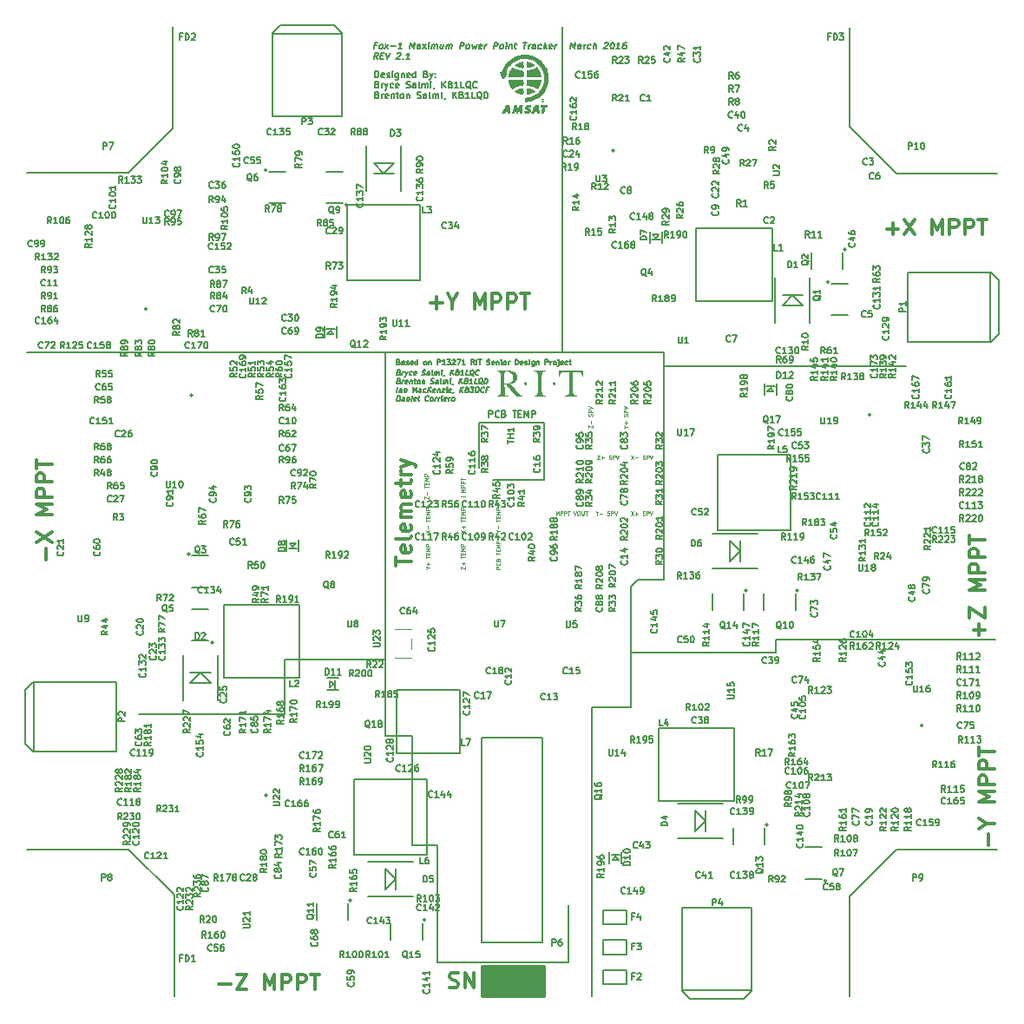
<source format=gto>
G04 (created by PCBNEW (2013-07-07 BZR 4022)-stable) date 3/26/2016 10:09:36 AM*
%MOIN*%
G04 Gerber Fmt 3.4, Leading zero omitted, Abs format*
%FSLAX34Y34*%
G01*
G70*
G90*
G04 APERTURE LIST*
%ADD10C,0.00590551*%
%ADD11C,0.00787402*%
%ADD12C,0.005*%
%ADD13C,0.003*%
%ADD14C,0.011811*%
%ADD15C,0.006*%
%ADD16C,0.0039*%
%ADD17C,0.0001*%
%ADD18C,0.0035*%
%ADD19C,0.01*%
G04 APERTURE END LIST*
G54D10*
G54D11*
X45100Y-74750D02*
X45100Y-78650D01*
X43350Y-73000D02*
X45100Y-74750D01*
X39450Y-73000D02*
X43350Y-73000D01*
X71050Y-74800D02*
X71050Y-78650D01*
X72850Y-73000D02*
X71050Y-74800D01*
X76700Y-73000D02*
X72850Y-73000D01*
X71050Y-45250D02*
X71050Y-41450D01*
X72850Y-47050D02*
X71050Y-45250D01*
X76700Y-47050D02*
X72850Y-47050D01*
X45050Y-45300D02*
X45050Y-41400D01*
X43350Y-47000D02*
X45050Y-45300D01*
X39450Y-47000D02*
X43350Y-47000D01*
G54D12*
X60312Y-42251D02*
X60343Y-42001D01*
X60404Y-42179D01*
X60510Y-42001D01*
X60479Y-42251D01*
X60705Y-42251D02*
X60721Y-42120D01*
X60712Y-42096D01*
X60690Y-42084D01*
X60642Y-42084D01*
X60617Y-42096D01*
X60706Y-42239D02*
X60681Y-42251D01*
X60622Y-42251D01*
X60599Y-42239D01*
X60590Y-42215D01*
X60593Y-42191D01*
X60608Y-42167D01*
X60633Y-42155D01*
X60693Y-42155D01*
X60718Y-42144D01*
X60824Y-42251D02*
X60845Y-42084D01*
X60839Y-42132D02*
X60854Y-42108D01*
X60867Y-42096D01*
X60892Y-42084D01*
X60916Y-42084D01*
X61087Y-42239D02*
X61062Y-42251D01*
X61014Y-42251D01*
X60992Y-42239D01*
X60982Y-42227D01*
X60973Y-42203D01*
X60982Y-42132D01*
X60997Y-42108D01*
X61010Y-42096D01*
X61035Y-42084D01*
X61083Y-42084D01*
X61105Y-42096D01*
X61193Y-42251D02*
X61224Y-42001D01*
X61300Y-42251D02*
X61316Y-42120D01*
X61308Y-42096D01*
X61285Y-42084D01*
X61250Y-42084D01*
X61224Y-42096D01*
X61211Y-42108D01*
X61626Y-42025D02*
X61639Y-42013D01*
X61665Y-42001D01*
X61724Y-42001D01*
X61747Y-42013D01*
X61757Y-42025D01*
X61766Y-42048D01*
X61763Y-42072D01*
X61747Y-42108D01*
X61586Y-42251D01*
X61741Y-42251D01*
X61927Y-42001D02*
X61950Y-42001D01*
X61973Y-42013D01*
X61983Y-42025D01*
X61992Y-42048D01*
X61998Y-42096D01*
X61991Y-42155D01*
X61973Y-42203D01*
X61958Y-42227D01*
X61944Y-42239D01*
X61919Y-42251D01*
X61895Y-42251D01*
X61873Y-42239D01*
X61863Y-42227D01*
X61854Y-42203D01*
X61848Y-42155D01*
X61855Y-42096D01*
X61873Y-42048D01*
X61888Y-42025D01*
X61901Y-42013D01*
X61927Y-42001D01*
X62217Y-42251D02*
X62074Y-42251D01*
X62145Y-42251D02*
X62177Y-42001D01*
X62148Y-42036D01*
X62122Y-42060D01*
X62096Y-42072D01*
X62462Y-42001D02*
X62415Y-42001D01*
X62389Y-42013D01*
X62376Y-42025D01*
X62348Y-42060D01*
X62330Y-42108D01*
X62318Y-42203D01*
X62327Y-42227D01*
X62337Y-42239D01*
X62360Y-42251D01*
X62407Y-42251D01*
X62433Y-42239D01*
X62446Y-42227D01*
X62461Y-42203D01*
X62468Y-42144D01*
X62459Y-42120D01*
X62449Y-42108D01*
X62427Y-42096D01*
X62379Y-42096D01*
X62354Y-42108D01*
X62340Y-42120D01*
X62325Y-42144D01*
G54D11*
X49350Y-67800D02*
X43750Y-67800D01*
X49350Y-65700D02*
X49350Y-67800D01*
X53200Y-65700D02*
X49350Y-65700D01*
X63900Y-53900D02*
X60000Y-53900D01*
X53200Y-68650D02*
X53200Y-53900D01*
X54250Y-68650D02*
X53200Y-68650D01*
X54250Y-72850D02*
X54250Y-68650D01*
X55200Y-72850D02*
X54250Y-72850D01*
X55200Y-77350D02*
X55200Y-72850D01*
X60250Y-77350D02*
X55200Y-77350D01*
X60250Y-75150D02*
X60250Y-77350D01*
X61150Y-67550D02*
X61150Y-78650D01*
X62650Y-67550D02*
X61150Y-67550D01*
X62650Y-62900D02*
X62650Y-67550D01*
X68200Y-65450D02*
X62650Y-65450D01*
X68200Y-64950D02*
X68200Y-65450D01*
X76650Y-64950D02*
X68200Y-64950D01*
X62900Y-62650D02*
X62650Y-62900D01*
X63900Y-62650D02*
X62900Y-62650D01*
X63900Y-53900D02*
X63900Y-62650D01*
X73200Y-54450D02*
X63900Y-54450D01*
X60000Y-53900D02*
X39450Y-53900D01*
X60000Y-41400D02*
X60000Y-53900D01*
G54D12*
X53729Y-54676D02*
X53757Y-54685D01*
X53765Y-54695D01*
X53772Y-54714D01*
X53769Y-54742D01*
X53757Y-54761D01*
X53746Y-54771D01*
X53726Y-54780D01*
X53650Y-54780D01*
X53675Y-54580D01*
X53741Y-54580D01*
X53759Y-54590D01*
X53767Y-54600D01*
X53775Y-54619D01*
X53772Y-54638D01*
X53760Y-54657D01*
X53750Y-54666D01*
X53729Y-54676D01*
X53663Y-54676D01*
X53850Y-54780D02*
X53866Y-54647D01*
X53861Y-54685D02*
X53873Y-54666D01*
X53884Y-54657D01*
X53904Y-54647D01*
X53923Y-54647D01*
X53971Y-54647D02*
X54002Y-54780D01*
X54066Y-54647D02*
X54002Y-54780D01*
X53977Y-54828D01*
X53966Y-54838D01*
X53946Y-54847D01*
X54213Y-54771D02*
X54192Y-54780D01*
X54154Y-54780D01*
X54136Y-54771D01*
X54128Y-54761D01*
X54121Y-54742D01*
X54128Y-54685D01*
X54140Y-54666D01*
X54151Y-54657D01*
X54171Y-54647D01*
X54209Y-54647D01*
X54227Y-54657D01*
X54375Y-54771D02*
X54354Y-54780D01*
X54316Y-54780D01*
X54298Y-54771D01*
X54291Y-54752D01*
X54301Y-54676D01*
X54313Y-54657D01*
X54333Y-54647D01*
X54371Y-54647D01*
X54389Y-54657D01*
X54396Y-54676D01*
X54394Y-54695D01*
X54296Y-54714D01*
X54613Y-54771D02*
X54640Y-54780D01*
X54688Y-54780D01*
X54708Y-54771D01*
X54719Y-54761D01*
X54730Y-54742D01*
X54733Y-54723D01*
X54726Y-54704D01*
X54717Y-54695D01*
X54700Y-54685D01*
X54663Y-54676D01*
X54645Y-54666D01*
X54636Y-54657D01*
X54629Y-54638D01*
X54632Y-54619D01*
X54644Y-54600D01*
X54654Y-54590D01*
X54675Y-54580D01*
X54722Y-54580D01*
X54750Y-54590D01*
X54897Y-54780D02*
X54910Y-54676D01*
X54903Y-54657D01*
X54885Y-54647D01*
X54847Y-54647D01*
X54827Y-54657D01*
X54898Y-54771D02*
X54878Y-54780D01*
X54830Y-54780D01*
X54813Y-54771D01*
X54805Y-54752D01*
X54808Y-54733D01*
X54820Y-54714D01*
X54840Y-54704D01*
X54888Y-54704D01*
X54908Y-54695D01*
X55021Y-54780D02*
X55003Y-54771D01*
X54996Y-54752D01*
X55017Y-54580D01*
X55097Y-54780D02*
X55114Y-54647D01*
X55111Y-54666D02*
X55122Y-54657D01*
X55142Y-54647D01*
X55171Y-54647D01*
X55189Y-54657D01*
X55196Y-54676D01*
X55183Y-54780D01*
X55196Y-54676D02*
X55208Y-54657D01*
X55228Y-54647D01*
X55257Y-54647D01*
X55275Y-54657D01*
X55282Y-54676D01*
X55269Y-54780D01*
X55364Y-54780D02*
X55380Y-54647D01*
X55389Y-54580D02*
X55378Y-54590D01*
X55386Y-54600D01*
X55397Y-54590D01*
X55389Y-54580D01*
X55386Y-54600D01*
X55470Y-54771D02*
X55469Y-54780D01*
X55457Y-54800D01*
X55446Y-54809D01*
X55707Y-54780D02*
X55732Y-54580D01*
X55821Y-54780D02*
X55750Y-54666D01*
X55846Y-54580D02*
X55717Y-54695D01*
X55986Y-54676D02*
X56014Y-54685D01*
X56022Y-54695D01*
X56029Y-54714D01*
X56026Y-54742D01*
X56014Y-54761D01*
X56003Y-54771D01*
X55983Y-54780D01*
X55907Y-54780D01*
X55932Y-54580D01*
X55998Y-54580D01*
X56016Y-54590D01*
X56025Y-54600D01*
X56032Y-54619D01*
X56029Y-54638D01*
X56017Y-54657D01*
X56007Y-54666D01*
X55986Y-54676D01*
X55920Y-54676D01*
X56211Y-54780D02*
X56097Y-54780D01*
X56154Y-54780D02*
X56179Y-54580D01*
X56157Y-54609D01*
X56135Y-54628D01*
X56115Y-54638D01*
X56392Y-54780D02*
X56297Y-54780D01*
X56322Y-54580D01*
X56590Y-54800D02*
X56572Y-54790D01*
X56555Y-54771D01*
X56530Y-54742D01*
X56513Y-54733D01*
X56494Y-54733D01*
X56497Y-54780D02*
X56479Y-54771D01*
X56463Y-54752D01*
X56458Y-54714D01*
X56466Y-54647D01*
X56480Y-54609D01*
X56502Y-54590D01*
X56522Y-54580D01*
X56560Y-54580D01*
X56578Y-54590D01*
X56595Y-54609D01*
X56600Y-54647D01*
X56591Y-54714D01*
X56577Y-54752D01*
X56555Y-54771D01*
X56535Y-54780D01*
X56497Y-54780D01*
X56785Y-54761D02*
X56775Y-54771D01*
X56745Y-54780D01*
X56726Y-54780D01*
X56698Y-54771D01*
X56682Y-54752D01*
X56675Y-54733D01*
X56670Y-54695D01*
X56673Y-54666D01*
X56688Y-54628D01*
X56700Y-54609D01*
X56721Y-54590D01*
X56751Y-54580D01*
X56770Y-54580D01*
X56797Y-54590D01*
X56805Y-54600D01*
X53729Y-55006D02*
X53757Y-55015D01*
X53765Y-55025D01*
X53772Y-55044D01*
X53769Y-55072D01*
X53757Y-55091D01*
X53746Y-55101D01*
X53726Y-55110D01*
X53650Y-55110D01*
X53675Y-54910D01*
X53741Y-54910D01*
X53759Y-54920D01*
X53767Y-54930D01*
X53775Y-54949D01*
X53772Y-54968D01*
X53760Y-54987D01*
X53750Y-54996D01*
X53729Y-55006D01*
X53663Y-55006D01*
X53850Y-55110D02*
X53866Y-54977D01*
X53861Y-55015D02*
X53873Y-54996D01*
X53884Y-54987D01*
X53904Y-54977D01*
X53923Y-54977D01*
X54051Y-55101D02*
X54030Y-55110D01*
X53992Y-55110D01*
X53974Y-55101D01*
X53967Y-55082D01*
X53977Y-55006D01*
X53989Y-54987D01*
X54009Y-54977D01*
X54047Y-54977D01*
X54065Y-54987D01*
X54072Y-55006D01*
X54070Y-55025D01*
X53972Y-55044D01*
X54161Y-54977D02*
X54145Y-55110D01*
X54159Y-54996D02*
X54170Y-54987D01*
X54190Y-54977D01*
X54219Y-54977D01*
X54236Y-54987D01*
X54244Y-55006D01*
X54230Y-55110D01*
X54314Y-54977D02*
X54390Y-54977D01*
X54351Y-54910D02*
X54329Y-55082D01*
X54336Y-55101D01*
X54354Y-55110D01*
X54373Y-55110D01*
X54469Y-55110D02*
X54451Y-55101D01*
X54442Y-55091D01*
X54435Y-55072D01*
X54442Y-55015D01*
X54454Y-54996D01*
X54465Y-54987D01*
X54485Y-54977D01*
X54514Y-54977D01*
X54532Y-54987D01*
X54540Y-54996D01*
X54547Y-55015D01*
X54540Y-55072D01*
X54528Y-55091D01*
X54517Y-55101D01*
X54497Y-55110D01*
X54469Y-55110D01*
X54638Y-54977D02*
X54621Y-55110D01*
X54635Y-54996D02*
X54646Y-54987D01*
X54666Y-54977D01*
X54695Y-54977D01*
X54713Y-54987D01*
X54720Y-55006D01*
X54707Y-55110D01*
X54946Y-55101D02*
X54973Y-55110D01*
X55021Y-55110D01*
X55041Y-55101D01*
X55052Y-55091D01*
X55064Y-55072D01*
X55066Y-55053D01*
X55059Y-55034D01*
X55051Y-55025D01*
X55033Y-55015D01*
X54996Y-55006D01*
X54978Y-54996D01*
X54970Y-54987D01*
X54963Y-54968D01*
X54965Y-54949D01*
X54977Y-54930D01*
X54988Y-54920D01*
X55008Y-54910D01*
X55055Y-54910D01*
X55083Y-54920D01*
X55230Y-55110D02*
X55244Y-55006D01*
X55236Y-54987D01*
X55219Y-54977D01*
X55180Y-54977D01*
X55160Y-54987D01*
X55232Y-55101D02*
X55211Y-55110D01*
X55164Y-55110D01*
X55146Y-55101D01*
X55139Y-55082D01*
X55141Y-55063D01*
X55153Y-55044D01*
X55173Y-55034D01*
X55221Y-55034D01*
X55241Y-55025D01*
X55354Y-55110D02*
X55336Y-55101D01*
X55329Y-55082D01*
X55351Y-54910D01*
X55430Y-55110D02*
X55447Y-54977D01*
X55445Y-54996D02*
X55455Y-54987D01*
X55476Y-54977D01*
X55504Y-54977D01*
X55522Y-54987D01*
X55529Y-55006D01*
X55516Y-55110D01*
X55529Y-55006D02*
X55541Y-54987D01*
X55561Y-54977D01*
X55590Y-54977D01*
X55608Y-54987D01*
X55615Y-55006D01*
X55602Y-55110D01*
X55697Y-55110D02*
X55714Y-54977D01*
X55722Y-54910D02*
X55711Y-54920D01*
X55720Y-54930D01*
X55730Y-54920D01*
X55722Y-54910D01*
X55720Y-54930D01*
X55803Y-55101D02*
X55802Y-55110D01*
X55790Y-55130D01*
X55779Y-55139D01*
X56040Y-55110D02*
X56065Y-54910D01*
X56154Y-55110D02*
X56083Y-54996D01*
X56179Y-54910D02*
X56051Y-55025D01*
X56320Y-55006D02*
X56347Y-55015D01*
X56355Y-55025D01*
X56363Y-55044D01*
X56359Y-55072D01*
X56347Y-55091D01*
X56336Y-55101D01*
X56316Y-55110D01*
X56240Y-55110D01*
X56265Y-54910D01*
X56332Y-54910D01*
X56350Y-54920D01*
X56358Y-54930D01*
X56365Y-54949D01*
X56363Y-54968D01*
X56351Y-54987D01*
X56340Y-54996D01*
X56320Y-55006D01*
X56253Y-55006D01*
X56545Y-55110D02*
X56430Y-55110D01*
X56488Y-55110D02*
X56513Y-54910D01*
X56490Y-54939D01*
X56469Y-54958D01*
X56448Y-54968D01*
X56726Y-55110D02*
X56630Y-55110D01*
X56655Y-54910D01*
X56923Y-55130D02*
X56905Y-55120D01*
X56889Y-55101D01*
X56864Y-55072D01*
X56846Y-55063D01*
X56827Y-55063D01*
X56830Y-55110D02*
X56813Y-55101D01*
X56796Y-55082D01*
X56791Y-55044D01*
X56800Y-54977D01*
X56814Y-54939D01*
X56835Y-54920D01*
X56855Y-54910D01*
X56894Y-54910D01*
X56911Y-54920D01*
X56928Y-54939D01*
X56933Y-54977D01*
X56925Y-55044D01*
X56910Y-55082D01*
X56889Y-55101D01*
X56869Y-55110D01*
X56830Y-55110D01*
X57002Y-55110D02*
X57027Y-54910D01*
X57075Y-54910D01*
X57102Y-54920D01*
X57119Y-54939D01*
X57126Y-54958D01*
X57130Y-54996D01*
X57127Y-55025D01*
X57113Y-55063D01*
X57101Y-55082D01*
X57079Y-55101D01*
X57050Y-55110D01*
X57002Y-55110D01*
X53650Y-55440D02*
X53675Y-55240D01*
X53830Y-55440D02*
X53844Y-55336D01*
X53836Y-55317D01*
X53819Y-55307D01*
X53780Y-55307D01*
X53760Y-55317D01*
X53832Y-55431D02*
X53811Y-55440D01*
X53764Y-55440D01*
X53746Y-55431D01*
X53739Y-55412D01*
X53741Y-55393D01*
X53753Y-55374D01*
X53773Y-55364D01*
X53821Y-55364D01*
X53841Y-55355D01*
X53942Y-55307D02*
X53926Y-55440D01*
X53940Y-55326D02*
X53951Y-55317D01*
X53971Y-55307D01*
X54000Y-55307D01*
X54017Y-55317D01*
X54025Y-55336D01*
X54011Y-55440D01*
X54259Y-55440D02*
X54284Y-55240D01*
X54333Y-55383D01*
X54417Y-55240D01*
X54392Y-55440D01*
X54573Y-55440D02*
X54586Y-55336D01*
X54579Y-55317D01*
X54561Y-55307D01*
X54523Y-55307D01*
X54503Y-55317D01*
X54575Y-55431D02*
X54554Y-55440D01*
X54507Y-55440D01*
X54489Y-55431D01*
X54482Y-55412D01*
X54484Y-55393D01*
X54496Y-55374D01*
X54516Y-55364D01*
X54564Y-55364D01*
X54584Y-55355D01*
X54755Y-55431D02*
X54735Y-55440D01*
X54697Y-55440D01*
X54679Y-55431D01*
X54671Y-55421D01*
X54664Y-55402D01*
X54671Y-55345D01*
X54683Y-55326D01*
X54694Y-55317D01*
X54714Y-55307D01*
X54752Y-55307D01*
X54770Y-55317D01*
X54840Y-55440D02*
X54865Y-55240D01*
X54954Y-55440D02*
X54883Y-55326D01*
X54979Y-55240D02*
X54851Y-55355D01*
X55117Y-55431D02*
X55097Y-55440D01*
X55059Y-55440D01*
X55041Y-55431D01*
X55034Y-55412D01*
X55044Y-55336D01*
X55055Y-55317D01*
X55076Y-55307D01*
X55114Y-55307D01*
X55132Y-55317D01*
X55139Y-55336D01*
X55136Y-55355D01*
X55039Y-55374D01*
X55228Y-55307D02*
X55211Y-55440D01*
X55226Y-55326D02*
X55236Y-55317D01*
X55257Y-55307D01*
X55285Y-55307D01*
X55303Y-55317D01*
X55310Y-55336D01*
X55297Y-55440D01*
X55390Y-55307D02*
X55495Y-55307D01*
X55373Y-55440D01*
X55478Y-55440D01*
X55554Y-55440D02*
X55571Y-55307D01*
X55579Y-55240D02*
X55569Y-55250D01*
X55577Y-55260D01*
X55588Y-55250D01*
X55579Y-55240D01*
X55577Y-55260D01*
X55727Y-55431D02*
X55707Y-55440D01*
X55669Y-55440D01*
X55651Y-55431D01*
X55644Y-55412D01*
X55653Y-55336D01*
X55665Y-55317D01*
X55685Y-55307D01*
X55723Y-55307D01*
X55741Y-55317D01*
X55748Y-55336D01*
X55746Y-55355D01*
X55648Y-55374D01*
X55832Y-55431D02*
X55830Y-55440D01*
X55819Y-55460D01*
X55808Y-55469D01*
X56069Y-55440D02*
X56094Y-55240D01*
X56183Y-55440D02*
X56111Y-55326D01*
X56208Y-55240D02*
X56079Y-55355D01*
X56348Y-55336D02*
X56376Y-55345D01*
X56384Y-55355D01*
X56391Y-55374D01*
X56388Y-55402D01*
X56376Y-55421D01*
X56365Y-55431D01*
X56345Y-55440D01*
X56269Y-55440D01*
X56294Y-55240D01*
X56360Y-55240D01*
X56378Y-55250D01*
X56386Y-55260D01*
X56394Y-55279D01*
X56391Y-55298D01*
X56379Y-55317D01*
X56369Y-55326D01*
X56348Y-55336D01*
X56282Y-55336D01*
X56475Y-55240D02*
X56598Y-55240D01*
X56522Y-55317D01*
X56551Y-55317D01*
X56569Y-55326D01*
X56577Y-55336D01*
X56584Y-55355D01*
X56578Y-55402D01*
X56566Y-55421D01*
X56555Y-55431D01*
X56535Y-55440D01*
X56478Y-55440D01*
X56460Y-55431D01*
X56452Y-55421D01*
X56722Y-55240D02*
X56760Y-55240D01*
X56778Y-55250D01*
X56795Y-55269D01*
X56800Y-55307D01*
X56791Y-55374D01*
X56777Y-55412D01*
X56755Y-55431D01*
X56735Y-55440D01*
X56697Y-55440D01*
X56679Y-55431D01*
X56663Y-55412D01*
X56658Y-55374D01*
X56666Y-55307D01*
X56680Y-55269D01*
X56702Y-55250D01*
X56722Y-55240D01*
X56985Y-55421D02*
X56975Y-55431D01*
X56945Y-55440D01*
X56926Y-55440D01*
X56898Y-55431D01*
X56882Y-55412D01*
X56875Y-55393D01*
X56870Y-55355D01*
X56873Y-55326D01*
X56888Y-55288D01*
X56900Y-55269D01*
X56921Y-55250D01*
X56951Y-55240D01*
X56970Y-55240D01*
X56997Y-55250D01*
X57005Y-55260D01*
X57148Y-55336D02*
X57082Y-55336D01*
X57069Y-55440D02*
X57094Y-55240D01*
X57189Y-55240D01*
X53650Y-55770D02*
X53675Y-55570D01*
X53722Y-55570D01*
X53750Y-55580D01*
X53766Y-55599D01*
X53773Y-55618D01*
X53778Y-55656D01*
X53775Y-55685D01*
X53760Y-55723D01*
X53748Y-55742D01*
X53727Y-55761D01*
X53697Y-55770D01*
X53650Y-55770D01*
X53935Y-55770D02*
X53948Y-55666D01*
X53941Y-55647D01*
X53923Y-55637D01*
X53885Y-55637D01*
X53865Y-55647D01*
X53936Y-55761D02*
X53916Y-55770D01*
X53869Y-55770D01*
X53851Y-55761D01*
X53844Y-55742D01*
X53846Y-55723D01*
X53858Y-55704D01*
X53878Y-55694D01*
X53926Y-55694D01*
X53946Y-55685D01*
X54047Y-55637D02*
X54030Y-55770D01*
X54045Y-55656D02*
X54055Y-55647D01*
X54076Y-55637D01*
X54104Y-55637D01*
X54122Y-55647D01*
X54129Y-55666D01*
X54116Y-55770D01*
X54211Y-55770D02*
X54228Y-55637D01*
X54236Y-55570D02*
X54226Y-55580D01*
X54234Y-55590D01*
X54245Y-55580D01*
X54236Y-55570D01*
X54234Y-55590D01*
X54384Y-55761D02*
X54364Y-55770D01*
X54326Y-55770D01*
X54308Y-55761D01*
X54301Y-55742D01*
X54310Y-55666D01*
X54322Y-55647D01*
X54342Y-55637D01*
X54380Y-55637D01*
X54398Y-55647D01*
X54405Y-55666D01*
X54403Y-55685D01*
X54305Y-55704D01*
X54507Y-55770D02*
X54489Y-55761D01*
X54482Y-55742D01*
X54503Y-55570D01*
X54852Y-55751D02*
X54841Y-55761D01*
X54811Y-55770D01*
X54792Y-55770D01*
X54765Y-55761D01*
X54748Y-55742D01*
X54741Y-55723D01*
X54736Y-55685D01*
X54740Y-55656D01*
X54754Y-55618D01*
X54766Y-55599D01*
X54788Y-55580D01*
X54817Y-55570D01*
X54836Y-55570D01*
X54864Y-55580D01*
X54872Y-55590D01*
X54964Y-55770D02*
X54946Y-55761D01*
X54938Y-55751D01*
X54930Y-55732D01*
X54938Y-55675D01*
X54950Y-55656D01*
X54960Y-55647D01*
X54980Y-55637D01*
X55009Y-55637D01*
X55027Y-55647D01*
X55035Y-55656D01*
X55042Y-55675D01*
X55035Y-55732D01*
X55023Y-55751D01*
X55013Y-55761D01*
X54992Y-55770D01*
X54964Y-55770D01*
X55116Y-55770D02*
X55133Y-55637D01*
X55128Y-55675D02*
X55140Y-55656D01*
X55151Y-55647D01*
X55171Y-55637D01*
X55190Y-55637D01*
X55240Y-55770D02*
X55257Y-55637D01*
X55252Y-55675D02*
X55264Y-55656D01*
X55275Y-55647D01*
X55295Y-55637D01*
X55314Y-55637D01*
X55364Y-55770D02*
X55380Y-55637D01*
X55389Y-55570D02*
X55378Y-55580D01*
X55386Y-55590D01*
X55397Y-55580D01*
X55389Y-55570D01*
X55386Y-55590D01*
X55536Y-55761D02*
X55516Y-55770D01*
X55478Y-55770D01*
X55460Y-55761D01*
X55453Y-55742D01*
X55463Y-55666D01*
X55475Y-55647D01*
X55495Y-55637D01*
X55533Y-55637D01*
X55551Y-55647D01*
X55558Y-55666D01*
X55555Y-55685D01*
X55458Y-55704D01*
X55630Y-55770D02*
X55647Y-55637D01*
X55642Y-55675D02*
X55654Y-55656D01*
X55665Y-55647D01*
X55685Y-55637D01*
X55704Y-55637D01*
X55783Y-55770D02*
X55765Y-55761D01*
X55757Y-55751D01*
X55750Y-55732D01*
X55757Y-55675D01*
X55769Y-55656D01*
X55779Y-55647D01*
X55800Y-55637D01*
X55828Y-55637D01*
X55846Y-55647D01*
X55854Y-55656D01*
X55861Y-55675D01*
X55854Y-55732D01*
X55842Y-55751D01*
X55832Y-55761D01*
X55811Y-55770D01*
X55783Y-55770D01*
G54D11*
X56800Y-56600D02*
X56800Y-58350D01*
G54D13*
X54839Y-62185D02*
X54910Y-62185D01*
X54760Y-62235D02*
X54839Y-62185D01*
X54760Y-62135D01*
X54853Y-62085D02*
X54853Y-61971D01*
X54910Y-62028D02*
X54796Y-62028D01*
X54760Y-61807D02*
X54760Y-61721D01*
X54910Y-61764D02*
X54760Y-61764D01*
X54832Y-61671D02*
X54832Y-61621D01*
X54910Y-61600D02*
X54910Y-61671D01*
X54760Y-61671D01*
X54760Y-61600D01*
X54910Y-61535D02*
X54760Y-61535D01*
X54867Y-61485D01*
X54760Y-61435D01*
X54910Y-61435D01*
X54910Y-61364D02*
X54760Y-61364D01*
X54760Y-61307D01*
X54767Y-61292D01*
X54775Y-61285D01*
X54789Y-61278D01*
X54810Y-61278D01*
X54825Y-61285D01*
X54832Y-61292D01*
X54839Y-61307D01*
X54839Y-61364D01*
X54760Y-60835D02*
X54910Y-60735D01*
X54760Y-60735D02*
X54910Y-60835D01*
X54853Y-60678D02*
X54853Y-60564D01*
X54760Y-60400D02*
X54760Y-60314D01*
X54910Y-60357D02*
X54760Y-60357D01*
X54832Y-60264D02*
X54832Y-60214D01*
X54910Y-60192D02*
X54910Y-60264D01*
X54760Y-60264D01*
X54760Y-60192D01*
X54910Y-60128D02*
X54760Y-60128D01*
X54867Y-60078D01*
X54760Y-60028D01*
X54910Y-60028D01*
X54910Y-59957D02*
X54760Y-59957D01*
X54760Y-59900D01*
X54767Y-59885D01*
X54775Y-59878D01*
X54789Y-59871D01*
X54810Y-59871D01*
X54825Y-59878D01*
X54832Y-59885D01*
X54839Y-59900D01*
X54839Y-59957D01*
X54710Y-59535D02*
X54710Y-59435D01*
X54860Y-59535D01*
X54860Y-59435D01*
X54803Y-59378D02*
X54803Y-59264D01*
X54710Y-59100D02*
X54710Y-59014D01*
X54860Y-59057D02*
X54710Y-59057D01*
X54782Y-58964D02*
X54782Y-58914D01*
X54860Y-58892D02*
X54860Y-58964D01*
X54710Y-58964D01*
X54710Y-58892D01*
X54860Y-58828D02*
X54710Y-58828D01*
X54817Y-58778D01*
X54710Y-58728D01*
X54860Y-58728D01*
X54860Y-58657D02*
X54710Y-58657D01*
X54710Y-58600D01*
X54717Y-58585D01*
X54725Y-58578D01*
X54739Y-58571D01*
X54760Y-58571D01*
X54775Y-58578D01*
X54782Y-58585D01*
X54789Y-58600D01*
X54789Y-58657D01*
X56260Y-59450D02*
X56110Y-59450D01*
X56260Y-59264D02*
X56110Y-59264D01*
X56217Y-59214D01*
X56110Y-59164D01*
X56260Y-59164D01*
X56260Y-59092D02*
X56110Y-59092D01*
X56110Y-59035D01*
X56117Y-59021D01*
X56125Y-59014D01*
X56139Y-59007D01*
X56160Y-59007D01*
X56175Y-59014D01*
X56182Y-59021D01*
X56189Y-59035D01*
X56189Y-59092D01*
X56260Y-58942D02*
X56110Y-58942D01*
X56110Y-58885D01*
X56117Y-58871D01*
X56125Y-58864D01*
X56139Y-58857D01*
X56160Y-58857D01*
X56175Y-58864D01*
X56182Y-58871D01*
X56189Y-58885D01*
X56189Y-58942D01*
X56110Y-58814D02*
X56110Y-58728D01*
X56260Y-58771D02*
X56110Y-58771D01*
G54D11*
X59300Y-58800D02*
X57350Y-58800D01*
X59300Y-56600D02*
X59300Y-58800D01*
X56800Y-56600D02*
X59300Y-56600D01*
G54D13*
X56110Y-62235D02*
X56110Y-62135D01*
X56260Y-62235D01*
X56260Y-62135D01*
X56203Y-62078D02*
X56203Y-61964D01*
X56260Y-62021D02*
X56146Y-62021D01*
X56110Y-61800D02*
X56110Y-61714D01*
X56260Y-61757D02*
X56110Y-61757D01*
X56182Y-61664D02*
X56182Y-61614D01*
X56260Y-61592D02*
X56260Y-61664D01*
X56110Y-61664D01*
X56110Y-61592D01*
X56260Y-61528D02*
X56110Y-61528D01*
X56217Y-61478D01*
X56110Y-61428D01*
X56260Y-61428D01*
X56260Y-61357D02*
X56110Y-61357D01*
X56110Y-61300D01*
X56117Y-61285D01*
X56125Y-61278D01*
X56139Y-61271D01*
X56160Y-61271D01*
X56175Y-61278D01*
X56182Y-61285D01*
X56189Y-61300D01*
X56189Y-61357D01*
X56110Y-60835D02*
X56260Y-60735D01*
X56110Y-60735D02*
X56260Y-60835D01*
X56203Y-60678D02*
X56203Y-60564D01*
X56260Y-60621D02*
X56146Y-60621D01*
X56110Y-60400D02*
X56110Y-60314D01*
X56260Y-60357D02*
X56110Y-60357D01*
X56182Y-60264D02*
X56182Y-60214D01*
X56260Y-60192D02*
X56260Y-60264D01*
X56110Y-60264D01*
X56110Y-60192D01*
X56260Y-60128D02*
X56110Y-60128D01*
X56217Y-60078D01*
X56110Y-60028D01*
X56260Y-60028D01*
X56260Y-59957D02*
X56110Y-59957D01*
X56110Y-59900D01*
X56117Y-59885D01*
X56125Y-59878D01*
X56139Y-59871D01*
X56160Y-59871D01*
X56175Y-59878D01*
X56182Y-59885D01*
X56189Y-59900D01*
X56189Y-59957D01*
X57539Y-60785D02*
X57610Y-60785D01*
X57460Y-60835D02*
X57539Y-60785D01*
X57460Y-60735D01*
X57553Y-60685D02*
X57553Y-60571D01*
X57460Y-60407D02*
X57460Y-60321D01*
X57610Y-60364D02*
X57460Y-60364D01*
X57532Y-60271D02*
X57532Y-60221D01*
X57610Y-60200D02*
X57610Y-60271D01*
X57460Y-60271D01*
X57460Y-60200D01*
X57610Y-60135D02*
X57460Y-60135D01*
X57567Y-60085D01*
X57460Y-60035D01*
X57610Y-60035D01*
X57610Y-59964D02*
X57460Y-59964D01*
X57460Y-59907D01*
X57467Y-59892D01*
X57475Y-59885D01*
X57489Y-59878D01*
X57510Y-59878D01*
X57525Y-59885D01*
X57532Y-59892D01*
X57539Y-59907D01*
X57539Y-59964D01*
X57610Y-62232D02*
X57460Y-62232D01*
X57460Y-62175D01*
X57467Y-62160D01*
X57475Y-62153D01*
X57489Y-62146D01*
X57510Y-62146D01*
X57525Y-62153D01*
X57532Y-62160D01*
X57539Y-62175D01*
X57539Y-62232D01*
X57596Y-61996D02*
X57603Y-62003D01*
X57610Y-62025D01*
X57610Y-62039D01*
X57603Y-62060D01*
X57589Y-62075D01*
X57575Y-62082D01*
X57546Y-62089D01*
X57525Y-62089D01*
X57496Y-62082D01*
X57482Y-62075D01*
X57467Y-62060D01*
X57460Y-62039D01*
X57460Y-62025D01*
X57467Y-62003D01*
X57475Y-61996D01*
X57532Y-61882D02*
X57539Y-61860D01*
X57546Y-61853D01*
X57560Y-61846D01*
X57582Y-61846D01*
X57596Y-61853D01*
X57603Y-61860D01*
X57610Y-61875D01*
X57610Y-61932D01*
X57460Y-61932D01*
X57460Y-61882D01*
X57467Y-61867D01*
X57475Y-61860D01*
X57489Y-61853D01*
X57503Y-61853D01*
X57517Y-61860D01*
X57525Y-61867D01*
X57532Y-61882D01*
X57532Y-61932D01*
X57460Y-61689D02*
X57460Y-61603D01*
X57610Y-61646D02*
X57460Y-61646D01*
X57532Y-61553D02*
X57532Y-61503D01*
X57610Y-61482D02*
X57610Y-61553D01*
X57460Y-61553D01*
X57460Y-61482D01*
X57610Y-61417D02*
X57460Y-61417D01*
X57567Y-61367D01*
X57460Y-61317D01*
X57610Y-61317D01*
X57610Y-61246D02*
X57460Y-61246D01*
X57460Y-61189D01*
X57467Y-61174D01*
X57475Y-61167D01*
X57489Y-61160D01*
X57510Y-61160D01*
X57525Y-61167D01*
X57532Y-61174D01*
X57539Y-61189D01*
X57539Y-61246D01*
X59757Y-60160D02*
X59757Y-60010D01*
X59807Y-60117D01*
X59857Y-60010D01*
X59857Y-60160D01*
X59928Y-60160D02*
X59928Y-60010D01*
X59985Y-60010D01*
X60000Y-60017D01*
X60007Y-60025D01*
X60014Y-60039D01*
X60014Y-60060D01*
X60007Y-60075D01*
X60000Y-60082D01*
X59985Y-60089D01*
X59928Y-60089D01*
X60078Y-60160D02*
X60078Y-60010D01*
X60135Y-60010D01*
X60150Y-60017D01*
X60157Y-60025D01*
X60164Y-60039D01*
X60164Y-60060D01*
X60157Y-60075D01*
X60150Y-60082D01*
X60135Y-60089D01*
X60078Y-60089D01*
X60207Y-60010D02*
X60292Y-60010D01*
X60250Y-60160D02*
X60250Y-60010D01*
X60435Y-60010D02*
X60485Y-60160D01*
X60535Y-60010D01*
X60614Y-60010D02*
X60642Y-60010D01*
X60657Y-60017D01*
X60671Y-60032D01*
X60678Y-60060D01*
X60678Y-60110D01*
X60671Y-60139D01*
X60657Y-60153D01*
X60642Y-60160D01*
X60614Y-60160D01*
X60600Y-60153D01*
X60585Y-60139D01*
X60578Y-60110D01*
X60578Y-60060D01*
X60585Y-60032D01*
X60600Y-60017D01*
X60614Y-60010D01*
X60742Y-60010D02*
X60742Y-60132D01*
X60750Y-60146D01*
X60757Y-60153D01*
X60771Y-60160D01*
X60800Y-60160D01*
X60814Y-60153D01*
X60821Y-60146D01*
X60828Y-60132D01*
X60828Y-60010D01*
X60878Y-60010D02*
X60964Y-60010D01*
X60921Y-60160D02*
X60921Y-60010D01*
X61010Y-56810D02*
X61010Y-56710D01*
X61160Y-56810D01*
X61160Y-56710D01*
X61103Y-56653D02*
X61103Y-56539D01*
X61153Y-56360D02*
X61160Y-56339D01*
X61160Y-56303D01*
X61153Y-56289D01*
X61146Y-56282D01*
X61132Y-56274D01*
X61117Y-56274D01*
X61103Y-56282D01*
X61096Y-56289D01*
X61089Y-56303D01*
X61082Y-56332D01*
X61075Y-56346D01*
X61067Y-56353D01*
X61053Y-56360D01*
X61039Y-56360D01*
X61025Y-56353D01*
X61017Y-56346D01*
X61010Y-56332D01*
X61010Y-56296D01*
X61017Y-56274D01*
X61160Y-56210D02*
X61010Y-56210D01*
X61010Y-56153D01*
X61017Y-56139D01*
X61025Y-56132D01*
X61039Y-56124D01*
X61060Y-56124D01*
X61075Y-56132D01*
X61082Y-56139D01*
X61089Y-56153D01*
X61089Y-56210D01*
X61010Y-56082D02*
X61160Y-56032D01*
X61010Y-55982D01*
X61339Y-57860D02*
X61439Y-57860D01*
X61339Y-58010D01*
X61439Y-58010D01*
X61496Y-57953D02*
X61610Y-57953D01*
X61553Y-58010D02*
X61553Y-57896D01*
X61789Y-58003D02*
X61810Y-58010D01*
X61846Y-58010D01*
X61860Y-58003D01*
X61867Y-57996D01*
X61875Y-57982D01*
X61875Y-57967D01*
X61867Y-57953D01*
X61860Y-57946D01*
X61846Y-57939D01*
X61817Y-57932D01*
X61803Y-57925D01*
X61796Y-57917D01*
X61789Y-57903D01*
X61789Y-57889D01*
X61796Y-57875D01*
X61803Y-57867D01*
X61817Y-57860D01*
X61853Y-57860D01*
X61875Y-57867D01*
X61939Y-58010D02*
X61939Y-57860D01*
X61996Y-57860D01*
X62010Y-57867D01*
X62017Y-57875D01*
X62025Y-57889D01*
X62025Y-57910D01*
X62017Y-57925D01*
X62010Y-57932D01*
X61996Y-57939D01*
X61939Y-57939D01*
X62067Y-57860D02*
X62117Y-58010D01*
X62167Y-57860D01*
X61339Y-60089D02*
X61339Y-60160D01*
X61289Y-60010D02*
X61339Y-60089D01*
X61389Y-60010D01*
X61439Y-60103D02*
X61553Y-60103D01*
X61732Y-60153D02*
X61753Y-60160D01*
X61789Y-60160D01*
X61803Y-60153D01*
X61810Y-60146D01*
X61817Y-60132D01*
X61817Y-60117D01*
X61810Y-60103D01*
X61803Y-60096D01*
X61789Y-60089D01*
X61760Y-60082D01*
X61746Y-60075D01*
X61739Y-60067D01*
X61732Y-60053D01*
X61732Y-60039D01*
X61739Y-60025D01*
X61746Y-60017D01*
X61760Y-60010D01*
X61796Y-60010D01*
X61817Y-60017D01*
X61882Y-60160D02*
X61882Y-60010D01*
X61939Y-60010D01*
X61953Y-60017D01*
X61960Y-60025D01*
X61967Y-60039D01*
X61967Y-60060D01*
X61960Y-60075D01*
X61953Y-60082D01*
X61939Y-60089D01*
X61882Y-60089D01*
X62010Y-60010D02*
X62060Y-60160D01*
X62110Y-60010D01*
X62439Y-56760D02*
X62510Y-56760D01*
X62360Y-56810D02*
X62439Y-56760D01*
X62360Y-56710D01*
X62453Y-56660D02*
X62453Y-56546D01*
X62510Y-56603D02*
X62396Y-56603D01*
X62503Y-56367D02*
X62510Y-56346D01*
X62510Y-56310D01*
X62503Y-56296D01*
X62496Y-56289D01*
X62482Y-56282D01*
X62467Y-56282D01*
X62453Y-56289D01*
X62446Y-56296D01*
X62439Y-56310D01*
X62432Y-56339D01*
X62425Y-56353D01*
X62417Y-56360D01*
X62403Y-56367D01*
X62389Y-56367D01*
X62375Y-56360D01*
X62367Y-56353D01*
X62360Y-56339D01*
X62360Y-56303D01*
X62367Y-56282D01*
X62510Y-56217D02*
X62360Y-56217D01*
X62360Y-56160D01*
X62367Y-56146D01*
X62375Y-56139D01*
X62389Y-56132D01*
X62410Y-56132D01*
X62425Y-56139D01*
X62432Y-56146D01*
X62439Y-56160D01*
X62439Y-56217D01*
X62360Y-56089D02*
X62510Y-56039D01*
X62360Y-55989D01*
X62639Y-57860D02*
X62739Y-58010D01*
X62739Y-57860D02*
X62639Y-58010D01*
X62796Y-57953D02*
X62910Y-57953D01*
X63089Y-58003D02*
X63110Y-58010D01*
X63146Y-58010D01*
X63160Y-58003D01*
X63167Y-57996D01*
X63175Y-57982D01*
X63175Y-57967D01*
X63167Y-57953D01*
X63160Y-57946D01*
X63146Y-57939D01*
X63117Y-57932D01*
X63103Y-57925D01*
X63096Y-57917D01*
X63089Y-57903D01*
X63089Y-57889D01*
X63096Y-57875D01*
X63103Y-57867D01*
X63117Y-57860D01*
X63153Y-57860D01*
X63175Y-57867D01*
X63239Y-58010D02*
X63239Y-57860D01*
X63296Y-57860D01*
X63310Y-57867D01*
X63317Y-57875D01*
X63325Y-57889D01*
X63325Y-57910D01*
X63317Y-57925D01*
X63310Y-57932D01*
X63296Y-57939D01*
X63239Y-57939D01*
X63367Y-57860D02*
X63417Y-58010D01*
X63467Y-57860D01*
X62639Y-60010D02*
X62739Y-60160D01*
X62739Y-60010D02*
X62639Y-60160D01*
X62796Y-60103D02*
X62910Y-60103D01*
X62853Y-60160D02*
X62853Y-60046D01*
X63089Y-60153D02*
X63110Y-60160D01*
X63146Y-60160D01*
X63160Y-60153D01*
X63167Y-60146D01*
X63175Y-60132D01*
X63175Y-60117D01*
X63167Y-60103D01*
X63160Y-60096D01*
X63146Y-60089D01*
X63117Y-60082D01*
X63103Y-60075D01*
X63096Y-60067D01*
X63089Y-60053D01*
X63089Y-60039D01*
X63096Y-60025D01*
X63103Y-60017D01*
X63117Y-60010D01*
X63153Y-60010D01*
X63175Y-60017D01*
X63239Y-60160D02*
X63239Y-60010D01*
X63296Y-60010D01*
X63310Y-60017D01*
X63317Y-60025D01*
X63325Y-60039D01*
X63325Y-60060D01*
X63317Y-60075D01*
X63310Y-60082D01*
X63296Y-60089D01*
X63239Y-60089D01*
X63367Y-60010D02*
X63417Y-60160D01*
X63467Y-60010D01*
G54D14*
X53598Y-62102D02*
X53598Y-61765D01*
X54189Y-61934D02*
X53598Y-61934D01*
X54160Y-61343D02*
X54189Y-61399D01*
X54189Y-61512D01*
X54160Y-61568D01*
X54104Y-61596D01*
X53879Y-61596D01*
X53823Y-61568D01*
X53795Y-61512D01*
X53795Y-61399D01*
X53823Y-61343D01*
X53879Y-61315D01*
X53935Y-61315D01*
X53992Y-61596D01*
X54189Y-60978D02*
X54160Y-61034D01*
X54104Y-61062D01*
X53598Y-61062D01*
X54160Y-60528D02*
X54189Y-60584D01*
X54189Y-60696D01*
X54160Y-60753D01*
X54104Y-60781D01*
X53879Y-60781D01*
X53823Y-60753D01*
X53795Y-60696D01*
X53795Y-60584D01*
X53823Y-60528D01*
X53879Y-60499D01*
X53935Y-60499D01*
X53992Y-60781D01*
X54189Y-60246D02*
X53795Y-60246D01*
X53851Y-60246D02*
X53823Y-60218D01*
X53795Y-60162D01*
X53795Y-60078D01*
X53823Y-60021D01*
X53879Y-59993D01*
X54189Y-59993D01*
X53879Y-59993D02*
X53823Y-59965D01*
X53795Y-59909D01*
X53795Y-59825D01*
X53823Y-59768D01*
X53879Y-59740D01*
X54189Y-59740D01*
X54160Y-59234D02*
X54189Y-59290D01*
X54189Y-59403D01*
X54160Y-59459D01*
X54104Y-59487D01*
X53879Y-59487D01*
X53823Y-59459D01*
X53795Y-59403D01*
X53795Y-59290D01*
X53823Y-59234D01*
X53879Y-59206D01*
X53935Y-59206D01*
X53992Y-59487D01*
X53795Y-59037D02*
X53795Y-58812D01*
X53598Y-58953D02*
X54104Y-58953D01*
X54160Y-58925D01*
X54189Y-58868D01*
X54189Y-58812D01*
X54189Y-58615D02*
X53795Y-58615D01*
X53907Y-58615D02*
X53851Y-58587D01*
X53823Y-58559D01*
X53795Y-58503D01*
X53795Y-58447D01*
X53795Y-58306D02*
X54189Y-58165D01*
X53795Y-58025D02*
X54189Y-58165D01*
X54329Y-58222D01*
X54357Y-58250D01*
X54385Y-58306D01*
G54D15*
X57183Y-56400D02*
X57183Y-56150D01*
X57279Y-56150D01*
X57303Y-56162D01*
X57314Y-56174D01*
X57326Y-56198D01*
X57326Y-56233D01*
X57314Y-56257D01*
X57303Y-56269D01*
X57279Y-56281D01*
X57183Y-56281D01*
X57576Y-56376D02*
X57564Y-56388D01*
X57529Y-56400D01*
X57505Y-56400D01*
X57469Y-56388D01*
X57445Y-56364D01*
X57433Y-56340D01*
X57422Y-56293D01*
X57422Y-56257D01*
X57433Y-56209D01*
X57445Y-56186D01*
X57469Y-56162D01*
X57505Y-56150D01*
X57529Y-56150D01*
X57564Y-56162D01*
X57576Y-56174D01*
X57767Y-56269D02*
X57803Y-56281D01*
X57814Y-56293D01*
X57826Y-56317D01*
X57826Y-56352D01*
X57814Y-56376D01*
X57803Y-56388D01*
X57779Y-56400D01*
X57683Y-56400D01*
X57683Y-56150D01*
X57767Y-56150D01*
X57791Y-56162D01*
X57803Y-56174D01*
X57814Y-56198D01*
X57814Y-56221D01*
X57803Y-56245D01*
X57791Y-56257D01*
X57767Y-56269D01*
X57683Y-56269D01*
X58088Y-56150D02*
X58231Y-56150D01*
X58160Y-56400D02*
X58160Y-56150D01*
X58314Y-56269D02*
X58398Y-56269D01*
X58433Y-56400D02*
X58314Y-56400D01*
X58314Y-56150D01*
X58433Y-56150D01*
X58541Y-56400D02*
X58541Y-56150D01*
X58624Y-56328D01*
X58707Y-56150D01*
X58707Y-56400D01*
X58826Y-56400D02*
X58826Y-56150D01*
X58922Y-56150D01*
X58945Y-56162D01*
X58957Y-56174D01*
X58969Y-56198D01*
X58969Y-56233D01*
X58957Y-56257D01*
X58945Y-56269D01*
X58922Y-56281D01*
X58826Y-56281D01*
G54D14*
X55671Y-78290D02*
X55756Y-78319D01*
X55896Y-78319D01*
X55953Y-78290D01*
X55981Y-78262D01*
X56009Y-78206D01*
X56009Y-78150D01*
X55981Y-78094D01*
X55953Y-78065D01*
X55896Y-78037D01*
X55784Y-78009D01*
X55728Y-77981D01*
X55700Y-77953D01*
X55671Y-77897D01*
X55671Y-77840D01*
X55700Y-77784D01*
X55728Y-77756D01*
X55784Y-77728D01*
X55925Y-77728D01*
X56009Y-77756D01*
X56262Y-78319D02*
X56262Y-77728D01*
X56599Y-78319D01*
X56599Y-77728D01*
X76014Y-64784D02*
X76014Y-64334D01*
X76239Y-64559D02*
X75789Y-64559D01*
X75648Y-64109D02*
X75648Y-63715D01*
X76239Y-64109D01*
X76239Y-63715D01*
X76239Y-63040D02*
X75648Y-63040D01*
X76070Y-62843D01*
X75648Y-62646D01*
X76239Y-62646D01*
X76239Y-62365D02*
X75648Y-62365D01*
X75648Y-62140D01*
X75676Y-62084D01*
X75704Y-62056D01*
X75760Y-62028D01*
X75845Y-62028D01*
X75901Y-62056D01*
X75929Y-62084D01*
X75957Y-62140D01*
X75957Y-62365D01*
X76239Y-61775D02*
X75648Y-61775D01*
X75648Y-61550D01*
X75676Y-61493D01*
X75704Y-61465D01*
X75760Y-61437D01*
X75845Y-61437D01*
X75901Y-61465D01*
X75929Y-61493D01*
X75957Y-61550D01*
X75957Y-61775D01*
X75648Y-61268D02*
X75648Y-60931D01*
X76239Y-61100D02*
X75648Y-61100D01*
G54D12*
X53714Y-54276D02*
X53742Y-54285D01*
X53752Y-54295D01*
X53761Y-54314D01*
X53761Y-54342D01*
X53752Y-54361D01*
X53742Y-54371D01*
X53723Y-54380D01*
X53647Y-54380D01*
X53647Y-54180D01*
X53714Y-54180D01*
X53733Y-54190D01*
X53742Y-54200D01*
X53752Y-54219D01*
X53752Y-54238D01*
X53742Y-54257D01*
X53733Y-54266D01*
X53714Y-54276D01*
X53647Y-54276D01*
X53933Y-54380D02*
X53933Y-54276D01*
X53923Y-54257D01*
X53904Y-54247D01*
X53866Y-54247D01*
X53847Y-54257D01*
X53933Y-54371D02*
X53914Y-54380D01*
X53866Y-54380D01*
X53847Y-54371D01*
X53838Y-54352D01*
X53838Y-54333D01*
X53847Y-54314D01*
X53866Y-54304D01*
X53914Y-54304D01*
X53933Y-54295D01*
X54019Y-54371D02*
X54038Y-54380D01*
X54076Y-54380D01*
X54095Y-54371D01*
X54104Y-54352D01*
X54104Y-54342D01*
X54095Y-54323D01*
X54076Y-54314D01*
X54047Y-54314D01*
X54028Y-54304D01*
X54019Y-54285D01*
X54019Y-54276D01*
X54028Y-54257D01*
X54047Y-54247D01*
X54076Y-54247D01*
X54095Y-54257D01*
X54266Y-54371D02*
X54247Y-54380D01*
X54209Y-54380D01*
X54190Y-54371D01*
X54180Y-54352D01*
X54180Y-54276D01*
X54190Y-54257D01*
X54209Y-54247D01*
X54247Y-54247D01*
X54266Y-54257D01*
X54276Y-54276D01*
X54276Y-54295D01*
X54180Y-54314D01*
X54447Y-54380D02*
X54447Y-54180D01*
X54447Y-54371D02*
X54428Y-54380D01*
X54390Y-54380D01*
X54371Y-54371D01*
X54361Y-54361D01*
X54352Y-54342D01*
X54352Y-54285D01*
X54361Y-54266D01*
X54371Y-54257D01*
X54390Y-54247D01*
X54428Y-54247D01*
X54447Y-54257D01*
X54723Y-54380D02*
X54704Y-54371D01*
X54695Y-54361D01*
X54685Y-54342D01*
X54685Y-54285D01*
X54695Y-54266D01*
X54704Y-54257D01*
X54723Y-54247D01*
X54752Y-54247D01*
X54771Y-54257D01*
X54780Y-54266D01*
X54790Y-54285D01*
X54790Y-54342D01*
X54780Y-54361D01*
X54771Y-54371D01*
X54752Y-54380D01*
X54723Y-54380D01*
X54876Y-54247D02*
X54876Y-54380D01*
X54876Y-54266D02*
X54885Y-54257D01*
X54904Y-54247D01*
X54933Y-54247D01*
X54952Y-54257D01*
X54961Y-54276D01*
X54961Y-54380D01*
X55209Y-54380D02*
X55209Y-54180D01*
X55285Y-54180D01*
X55304Y-54190D01*
X55314Y-54200D01*
X55323Y-54219D01*
X55323Y-54247D01*
X55314Y-54266D01*
X55304Y-54276D01*
X55285Y-54285D01*
X55209Y-54285D01*
X55514Y-54380D02*
X55400Y-54380D01*
X55457Y-54380D02*
X55457Y-54180D01*
X55438Y-54209D01*
X55419Y-54228D01*
X55400Y-54238D01*
X55580Y-54180D02*
X55704Y-54180D01*
X55638Y-54257D01*
X55666Y-54257D01*
X55685Y-54266D01*
X55695Y-54276D01*
X55704Y-54295D01*
X55704Y-54342D01*
X55695Y-54361D01*
X55685Y-54371D01*
X55666Y-54380D01*
X55609Y-54380D01*
X55590Y-54371D01*
X55580Y-54361D01*
X55780Y-54200D02*
X55790Y-54190D01*
X55809Y-54180D01*
X55857Y-54180D01*
X55876Y-54190D01*
X55885Y-54200D01*
X55895Y-54219D01*
X55895Y-54238D01*
X55885Y-54266D01*
X55771Y-54380D01*
X55895Y-54380D01*
X55961Y-54180D02*
X56095Y-54180D01*
X56009Y-54380D01*
X56276Y-54380D02*
X56161Y-54380D01*
X56219Y-54380D02*
X56219Y-54180D01*
X56200Y-54209D01*
X56180Y-54228D01*
X56161Y-54238D01*
X56628Y-54380D02*
X56561Y-54285D01*
X56514Y-54380D02*
X56514Y-54180D01*
X56590Y-54180D01*
X56609Y-54190D01*
X56619Y-54200D01*
X56628Y-54219D01*
X56628Y-54247D01*
X56619Y-54266D01*
X56609Y-54276D01*
X56590Y-54285D01*
X56514Y-54285D01*
X56714Y-54380D02*
X56714Y-54180D01*
X56780Y-54180D02*
X56895Y-54180D01*
X56838Y-54380D02*
X56838Y-54180D01*
X57104Y-54371D02*
X57133Y-54380D01*
X57180Y-54380D01*
X57200Y-54371D01*
X57209Y-54361D01*
X57219Y-54342D01*
X57219Y-54323D01*
X57209Y-54304D01*
X57200Y-54295D01*
X57180Y-54285D01*
X57142Y-54276D01*
X57123Y-54266D01*
X57114Y-54257D01*
X57104Y-54238D01*
X57104Y-54219D01*
X57114Y-54200D01*
X57123Y-54190D01*
X57142Y-54180D01*
X57190Y-54180D01*
X57219Y-54190D01*
X57380Y-54371D02*
X57361Y-54380D01*
X57323Y-54380D01*
X57304Y-54371D01*
X57295Y-54352D01*
X57295Y-54276D01*
X57304Y-54257D01*
X57323Y-54247D01*
X57361Y-54247D01*
X57380Y-54257D01*
X57390Y-54276D01*
X57390Y-54295D01*
X57295Y-54314D01*
X57476Y-54247D02*
X57476Y-54380D01*
X57476Y-54266D02*
X57485Y-54257D01*
X57504Y-54247D01*
X57533Y-54247D01*
X57552Y-54257D01*
X57561Y-54276D01*
X57561Y-54380D01*
X57657Y-54380D02*
X57657Y-54247D01*
X57657Y-54180D02*
X57647Y-54190D01*
X57657Y-54200D01*
X57666Y-54190D01*
X57657Y-54180D01*
X57657Y-54200D01*
X57780Y-54380D02*
X57761Y-54371D01*
X57752Y-54361D01*
X57742Y-54342D01*
X57742Y-54285D01*
X57752Y-54266D01*
X57761Y-54257D01*
X57780Y-54247D01*
X57809Y-54247D01*
X57828Y-54257D01*
X57838Y-54266D01*
X57847Y-54285D01*
X57847Y-54342D01*
X57838Y-54361D01*
X57828Y-54371D01*
X57809Y-54380D01*
X57780Y-54380D01*
X57933Y-54380D02*
X57933Y-54247D01*
X57933Y-54285D02*
X57942Y-54266D01*
X57952Y-54257D01*
X57971Y-54247D01*
X57990Y-54247D01*
X58209Y-54380D02*
X58209Y-54180D01*
X58257Y-54180D01*
X58285Y-54190D01*
X58304Y-54209D01*
X58314Y-54228D01*
X58323Y-54266D01*
X58323Y-54295D01*
X58314Y-54333D01*
X58304Y-54352D01*
X58285Y-54371D01*
X58257Y-54380D01*
X58209Y-54380D01*
X58485Y-54371D02*
X58466Y-54380D01*
X58428Y-54380D01*
X58409Y-54371D01*
X58400Y-54352D01*
X58400Y-54276D01*
X58409Y-54257D01*
X58428Y-54247D01*
X58466Y-54247D01*
X58485Y-54257D01*
X58495Y-54276D01*
X58495Y-54295D01*
X58400Y-54314D01*
X58571Y-54371D02*
X58590Y-54380D01*
X58628Y-54380D01*
X58647Y-54371D01*
X58657Y-54352D01*
X58657Y-54342D01*
X58647Y-54323D01*
X58628Y-54314D01*
X58600Y-54314D01*
X58580Y-54304D01*
X58571Y-54285D01*
X58571Y-54276D01*
X58580Y-54257D01*
X58600Y-54247D01*
X58628Y-54247D01*
X58647Y-54257D01*
X58742Y-54380D02*
X58742Y-54247D01*
X58742Y-54180D02*
X58733Y-54190D01*
X58742Y-54200D01*
X58752Y-54190D01*
X58742Y-54180D01*
X58742Y-54200D01*
X58923Y-54247D02*
X58923Y-54409D01*
X58914Y-54428D01*
X58904Y-54438D01*
X58885Y-54447D01*
X58857Y-54447D01*
X58838Y-54438D01*
X58923Y-54371D02*
X58904Y-54380D01*
X58866Y-54380D01*
X58847Y-54371D01*
X58838Y-54361D01*
X58828Y-54342D01*
X58828Y-54285D01*
X58838Y-54266D01*
X58847Y-54257D01*
X58866Y-54247D01*
X58904Y-54247D01*
X58923Y-54257D01*
X59019Y-54247D02*
X59019Y-54380D01*
X59019Y-54266D02*
X59028Y-54257D01*
X59047Y-54247D01*
X59076Y-54247D01*
X59095Y-54257D01*
X59104Y-54276D01*
X59104Y-54380D01*
X59352Y-54380D02*
X59352Y-54180D01*
X59428Y-54180D01*
X59447Y-54190D01*
X59457Y-54200D01*
X59466Y-54219D01*
X59466Y-54247D01*
X59457Y-54266D01*
X59447Y-54276D01*
X59428Y-54285D01*
X59352Y-54285D01*
X59552Y-54380D02*
X59552Y-54247D01*
X59552Y-54285D02*
X59561Y-54266D01*
X59571Y-54257D01*
X59590Y-54247D01*
X59609Y-54247D01*
X59704Y-54380D02*
X59685Y-54371D01*
X59676Y-54361D01*
X59666Y-54342D01*
X59666Y-54285D01*
X59676Y-54266D01*
X59685Y-54257D01*
X59704Y-54247D01*
X59733Y-54247D01*
X59752Y-54257D01*
X59761Y-54266D01*
X59771Y-54285D01*
X59771Y-54342D01*
X59761Y-54361D01*
X59752Y-54371D01*
X59733Y-54380D01*
X59704Y-54380D01*
X59857Y-54247D02*
X59857Y-54419D01*
X59847Y-54438D01*
X59828Y-54447D01*
X59819Y-54447D01*
X59857Y-54180D02*
X59847Y-54190D01*
X59857Y-54200D01*
X59866Y-54190D01*
X59857Y-54180D01*
X59857Y-54200D01*
X60028Y-54371D02*
X60009Y-54380D01*
X59971Y-54380D01*
X59952Y-54371D01*
X59942Y-54352D01*
X59942Y-54276D01*
X59952Y-54257D01*
X59971Y-54247D01*
X60009Y-54247D01*
X60028Y-54257D01*
X60038Y-54276D01*
X60038Y-54295D01*
X59942Y-54314D01*
X60209Y-54371D02*
X60190Y-54380D01*
X60152Y-54380D01*
X60133Y-54371D01*
X60123Y-54361D01*
X60114Y-54342D01*
X60114Y-54285D01*
X60123Y-54266D01*
X60133Y-54257D01*
X60152Y-54247D01*
X60190Y-54247D01*
X60209Y-54257D01*
X60266Y-54247D02*
X60342Y-54247D01*
X60295Y-54180D02*
X60295Y-54352D01*
X60304Y-54371D01*
X60323Y-54380D01*
X60342Y-54380D01*
X52809Y-43351D02*
X52809Y-43101D01*
X52869Y-43101D01*
X52904Y-43113D01*
X52928Y-43136D01*
X52940Y-43160D01*
X52952Y-43208D01*
X52952Y-43244D01*
X52940Y-43291D01*
X52928Y-43315D01*
X52904Y-43339D01*
X52869Y-43351D01*
X52809Y-43351D01*
X53154Y-43339D02*
X53130Y-43351D01*
X53083Y-43351D01*
X53059Y-43339D01*
X53047Y-43315D01*
X53047Y-43220D01*
X53059Y-43196D01*
X53083Y-43184D01*
X53130Y-43184D01*
X53154Y-43196D01*
X53166Y-43220D01*
X53166Y-43244D01*
X53047Y-43267D01*
X53261Y-43339D02*
X53285Y-43351D01*
X53333Y-43351D01*
X53357Y-43339D01*
X53369Y-43315D01*
X53369Y-43303D01*
X53357Y-43279D01*
X53333Y-43267D01*
X53297Y-43267D01*
X53273Y-43255D01*
X53261Y-43232D01*
X53261Y-43220D01*
X53273Y-43196D01*
X53297Y-43184D01*
X53333Y-43184D01*
X53357Y-43196D01*
X53476Y-43351D02*
X53476Y-43184D01*
X53476Y-43101D02*
X53464Y-43113D01*
X53476Y-43125D01*
X53488Y-43113D01*
X53476Y-43101D01*
X53476Y-43125D01*
X53702Y-43184D02*
X53702Y-43386D01*
X53690Y-43410D01*
X53678Y-43422D01*
X53654Y-43434D01*
X53619Y-43434D01*
X53595Y-43422D01*
X53702Y-43339D02*
X53678Y-43351D01*
X53630Y-43351D01*
X53607Y-43339D01*
X53595Y-43327D01*
X53583Y-43303D01*
X53583Y-43232D01*
X53595Y-43208D01*
X53607Y-43196D01*
X53630Y-43184D01*
X53678Y-43184D01*
X53702Y-43196D01*
X53821Y-43184D02*
X53821Y-43351D01*
X53821Y-43208D02*
X53833Y-43196D01*
X53857Y-43184D01*
X53892Y-43184D01*
X53916Y-43196D01*
X53928Y-43220D01*
X53928Y-43351D01*
X54142Y-43339D02*
X54119Y-43351D01*
X54071Y-43351D01*
X54047Y-43339D01*
X54035Y-43315D01*
X54035Y-43220D01*
X54047Y-43196D01*
X54071Y-43184D01*
X54119Y-43184D01*
X54142Y-43196D01*
X54154Y-43220D01*
X54154Y-43244D01*
X54035Y-43267D01*
X54369Y-43351D02*
X54369Y-43101D01*
X54369Y-43339D02*
X54345Y-43351D01*
X54297Y-43351D01*
X54273Y-43339D01*
X54261Y-43327D01*
X54250Y-43303D01*
X54250Y-43232D01*
X54261Y-43208D01*
X54273Y-43196D01*
X54297Y-43184D01*
X54345Y-43184D01*
X54369Y-43196D01*
X54761Y-43220D02*
X54797Y-43232D01*
X54809Y-43244D01*
X54821Y-43267D01*
X54821Y-43303D01*
X54809Y-43327D01*
X54797Y-43339D01*
X54773Y-43351D01*
X54678Y-43351D01*
X54678Y-43101D01*
X54761Y-43101D01*
X54785Y-43113D01*
X54797Y-43125D01*
X54809Y-43148D01*
X54809Y-43172D01*
X54797Y-43196D01*
X54785Y-43208D01*
X54761Y-43220D01*
X54678Y-43220D01*
X54904Y-43184D02*
X54964Y-43351D01*
X55023Y-43184D02*
X54964Y-43351D01*
X54940Y-43410D01*
X54928Y-43422D01*
X54904Y-43434D01*
X55119Y-43327D02*
X55130Y-43339D01*
X55119Y-43351D01*
X55107Y-43339D01*
X55119Y-43327D01*
X55119Y-43351D01*
X55119Y-43196D02*
X55130Y-43208D01*
X55119Y-43220D01*
X55107Y-43208D01*
X55119Y-43196D01*
X55119Y-43220D01*
X52892Y-43620D02*
X52928Y-43632D01*
X52940Y-43644D01*
X52952Y-43667D01*
X52952Y-43703D01*
X52940Y-43727D01*
X52928Y-43739D01*
X52904Y-43751D01*
X52809Y-43751D01*
X52809Y-43501D01*
X52892Y-43501D01*
X52916Y-43513D01*
X52928Y-43525D01*
X52940Y-43548D01*
X52940Y-43572D01*
X52928Y-43596D01*
X52916Y-43608D01*
X52892Y-43620D01*
X52809Y-43620D01*
X53059Y-43751D02*
X53059Y-43584D01*
X53059Y-43632D02*
X53071Y-43608D01*
X53083Y-43596D01*
X53107Y-43584D01*
X53130Y-43584D01*
X53190Y-43584D02*
X53250Y-43751D01*
X53309Y-43584D02*
X53250Y-43751D01*
X53226Y-43810D01*
X53214Y-43822D01*
X53190Y-43834D01*
X53511Y-43739D02*
X53488Y-43751D01*
X53440Y-43751D01*
X53416Y-43739D01*
X53404Y-43727D01*
X53392Y-43703D01*
X53392Y-43632D01*
X53404Y-43608D01*
X53416Y-43596D01*
X53440Y-43584D01*
X53488Y-43584D01*
X53511Y-43596D01*
X53714Y-43739D02*
X53690Y-43751D01*
X53642Y-43751D01*
X53619Y-43739D01*
X53607Y-43715D01*
X53607Y-43620D01*
X53619Y-43596D01*
X53642Y-43584D01*
X53690Y-43584D01*
X53714Y-43596D01*
X53726Y-43620D01*
X53726Y-43644D01*
X53607Y-43667D01*
X54011Y-43739D02*
X54047Y-43751D01*
X54107Y-43751D01*
X54130Y-43739D01*
X54142Y-43727D01*
X54154Y-43703D01*
X54154Y-43679D01*
X54142Y-43655D01*
X54130Y-43644D01*
X54107Y-43632D01*
X54059Y-43620D01*
X54035Y-43608D01*
X54023Y-43596D01*
X54011Y-43572D01*
X54011Y-43548D01*
X54023Y-43525D01*
X54035Y-43513D01*
X54059Y-43501D01*
X54119Y-43501D01*
X54154Y-43513D01*
X54369Y-43751D02*
X54369Y-43620D01*
X54357Y-43596D01*
X54333Y-43584D01*
X54285Y-43584D01*
X54261Y-43596D01*
X54369Y-43739D02*
X54345Y-43751D01*
X54285Y-43751D01*
X54261Y-43739D01*
X54250Y-43715D01*
X54250Y-43691D01*
X54261Y-43667D01*
X54285Y-43655D01*
X54345Y-43655D01*
X54369Y-43644D01*
X54523Y-43751D02*
X54500Y-43739D01*
X54488Y-43715D01*
X54488Y-43501D01*
X54619Y-43751D02*
X54619Y-43584D01*
X54619Y-43608D02*
X54630Y-43596D01*
X54654Y-43584D01*
X54690Y-43584D01*
X54714Y-43596D01*
X54726Y-43620D01*
X54726Y-43751D01*
X54726Y-43620D02*
X54738Y-43596D01*
X54761Y-43584D01*
X54797Y-43584D01*
X54821Y-43596D01*
X54833Y-43620D01*
X54833Y-43751D01*
X54952Y-43751D02*
X54952Y-43584D01*
X54952Y-43501D02*
X54940Y-43513D01*
X54952Y-43525D01*
X54964Y-43513D01*
X54952Y-43501D01*
X54952Y-43525D01*
X55083Y-43739D02*
X55083Y-43751D01*
X55071Y-43775D01*
X55059Y-43786D01*
X55380Y-43751D02*
X55380Y-43501D01*
X55523Y-43751D02*
X55416Y-43608D01*
X55523Y-43501D02*
X55380Y-43644D01*
X55714Y-43620D02*
X55750Y-43632D01*
X55761Y-43644D01*
X55773Y-43667D01*
X55773Y-43703D01*
X55761Y-43727D01*
X55750Y-43739D01*
X55726Y-43751D01*
X55630Y-43751D01*
X55630Y-43501D01*
X55714Y-43501D01*
X55738Y-43513D01*
X55750Y-43525D01*
X55761Y-43548D01*
X55761Y-43572D01*
X55750Y-43596D01*
X55738Y-43608D01*
X55714Y-43620D01*
X55630Y-43620D01*
X56011Y-43751D02*
X55869Y-43751D01*
X55940Y-43751D02*
X55940Y-43501D01*
X55916Y-43536D01*
X55892Y-43560D01*
X55869Y-43572D01*
X56238Y-43751D02*
X56119Y-43751D01*
X56119Y-43501D01*
X56488Y-43775D02*
X56464Y-43763D01*
X56440Y-43739D01*
X56404Y-43703D01*
X56380Y-43691D01*
X56357Y-43691D01*
X56369Y-43751D02*
X56345Y-43739D01*
X56321Y-43715D01*
X56309Y-43667D01*
X56309Y-43584D01*
X56321Y-43536D01*
X56345Y-43513D01*
X56369Y-43501D01*
X56416Y-43501D01*
X56440Y-43513D01*
X56464Y-43536D01*
X56476Y-43584D01*
X56476Y-43667D01*
X56464Y-43715D01*
X56440Y-43739D01*
X56416Y-43751D01*
X56369Y-43751D01*
X56726Y-43727D02*
X56714Y-43739D01*
X56678Y-43751D01*
X56654Y-43751D01*
X56619Y-43739D01*
X56595Y-43715D01*
X56583Y-43691D01*
X56571Y-43644D01*
X56571Y-43608D01*
X56583Y-43560D01*
X56595Y-43536D01*
X56619Y-43513D01*
X56654Y-43501D01*
X56678Y-43501D01*
X56714Y-43513D01*
X56726Y-43525D01*
X52892Y-44020D02*
X52928Y-44032D01*
X52940Y-44044D01*
X52952Y-44067D01*
X52952Y-44103D01*
X52940Y-44127D01*
X52928Y-44139D01*
X52904Y-44151D01*
X52809Y-44151D01*
X52809Y-43901D01*
X52892Y-43901D01*
X52916Y-43913D01*
X52928Y-43925D01*
X52940Y-43948D01*
X52940Y-43972D01*
X52928Y-43996D01*
X52916Y-44008D01*
X52892Y-44020D01*
X52809Y-44020D01*
X53059Y-44151D02*
X53059Y-43984D01*
X53059Y-44032D02*
X53071Y-44008D01*
X53083Y-43996D01*
X53107Y-43984D01*
X53130Y-43984D01*
X53309Y-44139D02*
X53285Y-44151D01*
X53238Y-44151D01*
X53214Y-44139D01*
X53202Y-44115D01*
X53202Y-44020D01*
X53214Y-43996D01*
X53238Y-43984D01*
X53285Y-43984D01*
X53309Y-43996D01*
X53321Y-44020D01*
X53321Y-44044D01*
X53202Y-44067D01*
X53428Y-43984D02*
X53428Y-44151D01*
X53428Y-44008D02*
X53440Y-43996D01*
X53464Y-43984D01*
X53500Y-43984D01*
X53523Y-43996D01*
X53535Y-44020D01*
X53535Y-44151D01*
X53619Y-43984D02*
X53714Y-43984D01*
X53654Y-43901D02*
X53654Y-44115D01*
X53666Y-44139D01*
X53690Y-44151D01*
X53714Y-44151D01*
X53833Y-44151D02*
X53809Y-44139D01*
X53797Y-44127D01*
X53785Y-44103D01*
X53785Y-44032D01*
X53797Y-44008D01*
X53809Y-43996D01*
X53833Y-43984D01*
X53869Y-43984D01*
X53892Y-43996D01*
X53904Y-44008D01*
X53916Y-44032D01*
X53916Y-44103D01*
X53904Y-44127D01*
X53892Y-44139D01*
X53869Y-44151D01*
X53833Y-44151D01*
X54023Y-43984D02*
X54023Y-44151D01*
X54023Y-44008D02*
X54035Y-43996D01*
X54059Y-43984D01*
X54095Y-43984D01*
X54119Y-43996D01*
X54130Y-44020D01*
X54130Y-44151D01*
X54428Y-44139D02*
X54464Y-44151D01*
X54523Y-44151D01*
X54547Y-44139D01*
X54559Y-44127D01*
X54571Y-44103D01*
X54571Y-44079D01*
X54559Y-44055D01*
X54547Y-44044D01*
X54523Y-44032D01*
X54476Y-44020D01*
X54452Y-44008D01*
X54440Y-43996D01*
X54428Y-43972D01*
X54428Y-43948D01*
X54440Y-43925D01*
X54452Y-43913D01*
X54476Y-43901D01*
X54535Y-43901D01*
X54571Y-43913D01*
X54785Y-44151D02*
X54785Y-44020D01*
X54773Y-43996D01*
X54750Y-43984D01*
X54702Y-43984D01*
X54678Y-43996D01*
X54785Y-44139D02*
X54761Y-44151D01*
X54702Y-44151D01*
X54678Y-44139D01*
X54666Y-44115D01*
X54666Y-44091D01*
X54678Y-44067D01*
X54702Y-44055D01*
X54761Y-44055D01*
X54785Y-44044D01*
X54940Y-44151D02*
X54916Y-44139D01*
X54904Y-44115D01*
X54904Y-43901D01*
X55035Y-44151D02*
X55035Y-43984D01*
X55035Y-44008D02*
X55047Y-43996D01*
X55071Y-43984D01*
X55107Y-43984D01*
X55130Y-43996D01*
X55142Y-44020D01*
X55142Y-44151D01*
X55142Y-44020D02*
X55154Y-43996D01*
X55178Y-43984D01*
X55214Y-43984D01*
X55238Y-43996D01*
X55250Y-44020D01*
X55250Y-44151D01*
X55369Y-44151D02*
X55369Y-43984D01*
X55369Y-43901D02*
X55357Y-43913D01*
X55369Y-43925D01*
X55380Y-43913D01*
X55369Y-43901D01*
X55369Y-43925D01*
X55500Y-44139D02*
X55500Y-44151D01*
X55488Y-44175D01*
X55476Y-44186D01*
X55797Y-44151D02*
X55797Y-43901D01*
X55940Y-44151D02*
X55833Y-44008D01*
X55940Y-43901D02*
X55797Y-44044D01*
X56130Y-44020D02*
X56166Y-44032D01*
X56178Y-44044D01*
X56190Y-44067D01*
X56190Y-44103D01*
X56178Y-44127D01*
X56166Y-44139D01*
X56142Y-44151D01*
X56047Y-44151D01*
X56047Y-43901D01*
X56130Y-43901D01*
X56154Y-43913D01*
X56166Y-43925D01*
X56178Y-43948D01*
X56178Y-43972D01*
X56166Y-43996D01*
X56154Y-44008D01*
X56130Y-44020D01*
X56047Y-44020D01*
X56428Y-44151D02*
X56285Y-44151D01*
X56357Y-44151D02*
X56357Y-43901D01*
X56333Y-43936D01*
X56309Y-43960D01*
X56285Y-43972D01*
X56654Y-44151D02*
X56535Y-44151D01*
X56535Y-43901D01*
X56904Y-44175D02*
X56880Y-44163D01*
X56857Y-44139D01*
X56821Y-44103D01*
X56797Y-44091D01*
X56773Y-44091D01*
X56785Y-44151D02*
X56761Y-44139D01*
X56738Y-44115D01*
X56726Y-44067D01*
X56726Y-43984D01*
X56738Y-43936D01*
X56761Y-43913D01*
X56785Y-43901D01*
X56833Y-43901D01*
X56857Y-43913D01*
X56880Y-43936D01*
X56892Y-43984D01*
X56892Y-44067D01*
X56880Y-44115D01*
X56857Y-44139D01*
X56833Y-44151D01*
X56785Y-44151D01*
X57000Y-44151D02*
X57000Y-43901D01*
X57059Y-43901D01*
X57095Y-43913D01*
X57119Y-43936D01*
X57130Y-43960D01*
X57142Y-44008D01*
X57142Y-44044D01*
X57130Y-44091D01*
X57119Y-44115D01*
X57095Y-44139D01*
X57059Y-44151D01*
X57000Y-44151D01*
X52862Y-42120D02*
X52778Y-42120D01*
X52762Y-42251D02*
X52793Y-42001D01*
X52912Y-42001D01*
X53012Y-42251D02*
X52990Y-42239D01*
X52979Y-42227D01*
X52970Y-42203D01*
X52979Y-42132D01*
X52994Y-42108D01*
X53008Y-42096D01*
X53033Y-42084D01*
X53069Y-42084D01*
X53091Y-42096D01*
X53101Y-42108D01*
X53110Y-42132D01*
X53101Y-42203D01*
X53086Y-42227D01*
X53073Y-42239D01*
X53048Y-42251D01*
X53012Y-42251D01*
X53179Y-42251D02*
X53330Y-42084D01*
X53200Y-42084D02*
X53310Y-42251D01*
X53417Y-42155D02*
X53607Y-42155D01*
X53845Y-42251D02*
X53702Y-42251D01*
X53774Y-42251D02*
X53805Y-42001D01*
X53777Y-42036D01*
X53750Y-42060D01*
X53725Y-42072D01*
X54143Y-42251D02*
X54174Y-42001D01*
X54235Y-42179D01*
X54341Y-42001D01*
X54310Y-42251D01*
X54536Y-42251D02*
X54552Y-42120D01*
X54543Y-42096D01*
X54521Y-42084D01*
X54473Y-42084D01*
X54448Y-42096D01*
X54537Y-42239D02*
X54512Y-42251D01*
X54452Y-42251D01*
X54430Y-42239D01*
X54421Y-42215D01*
X54424Y-42191D01*
X54439Y-42167D01*
X54464Y-42155D01*
X54524Y-42155D01*
X54549Y-42144D01*
X54631Y-42251D02*
X54783Y-42084D01*
X54652Y-42084D02*
X54762Y-42251D01*
X54857Y-42251D02*
X54878Y-42084D01*
X54888Y-42001D02*
X54875Y-42013D01*
X54886Y-42025D01*
X54899Y-42013D01*
X54888Y-42001D01*
X54886Y-42025D01*
X54976Y-42251D02*
X54997Y-42084D01*
X54994Y-42108D02*
X55008Y-42096D01*
X55033Y-42084D01*
X55069Y-42084D01*
X55091Y-42096D01*
X55100Y-42120D01*
X55083Y-42251D01*
X55100Y-42120D02*
X55115Y-42096D01*
X55140Y-42084D01*
X55176Y-42084D01*
X55198Y-42096D01*
X55207Y-42120D01*
X55191Y-42251D01*
X55438Y-42084D02*
X55417Y-42251D01*
X55330Y-42084D02*
X55314Y-42215D01*
X55323Y-42239D01*
X55345Y-42251D01*
X55381Y-42251D01*
X55406Y-42239D01*
X55420Y-42227D01*
X55536Y-42251D02*
X55557Y-42084D01*
X55554Y-42108D02*
X55567Y-42096D01*
X55592Y-42084D01*
X55628Y-42084D01*
X55650Y-42096D01*
X55659Y-42120D01*
X55643Y-42251D01*
X55659Y-42120D02*
X55674Y-42096D01*
X55700Y-42084D01*
X55735Y-42084D01*
X55758Y-42096D01*
X55766Y-42120D01*
X55750Y-42251D01*
X56060Y-42251D02*
X56091Y-42001D01*
X56186Y-42001D01*
X56208Y-42013D01*
X56219Y-42025D01*
X56228Y-42048D01*
X56223Y-42084D01*
X56208Y-42108D01*
X56195Y-42120D01*
X56170Y-42132D01*
X56075Y-42132D01*
X56345Y-42251D02*
X56323Y-42239D01*
X56313Y-42227D01*
X56304Y-42203D01*
X56313Y-42132D01*
X56327Y-42108D01*
X56341Y-42096D01*
X56366Y-42084D01*
X56402Y-42084D01*
X56424Y-42096D01*
X56435Y-42108D01*
X56444Y-42132D01*
X56435Y-42203D01*
X56420Y-42227D01*
X56406Y-42239D01*
X56381Y-42251D01*
X56345Y-42251D01*
X56533Y-42084D02*
X56560Y-42251D01*
X56622Y-42132D01*
X56655Y-42251D01*
X56723Y-42084D01*
X56894Y-42239D02*
X56869Y-42251D01*
X56822Y-42251D01*
X56799Y-42239D01*
X56790Y-42215D01*
X56802Y-42120D01*
X56817Y-42096D01*
X56842Y-42084D01*
X56890Y-42084D01*
X56912Y-42096D01*
X56921Y-42120D01*
X56918Y-42144D01*
X56796Y-42167D01*
X57012Y-42251D02*
X57033Y-42084D01*
X57027Y-42132D02*
X57042Y-42108D01*
X57055Y-42096D01*
X57080Y-42084D01*
X57104Y-42084D01*
X57357Y-42251D02*
X57388Y-42001D01*
X57484Y-42001D01*
X57506Y-42013D01*
X57516Y-42025D01*
X57525Y-42048D01*
X57521Y-42084D01*
X57506Y-42108D01*
X57493Y-42120D01*
X57467Y-42132D01*
X57372Y-42132D01*
X57643Y-42251D02*
X57621Y-42239D01*
X57610Y-42227D01*
X57601Y-42203D01*
X57610Y-42132D01*
X57625Y-42108D01*
X57638Y-42096D01*
X57664Y-42084D01*
X57700Y-42084D01*
X57722Y-42096D01*
X57732Y-42108D01*
X57741Y-42132D01*
X57732Y-42203D01*
X57717Y-42227D01*
X57704Y-42239D01*
X57679Y-42251D01*
X57643Y-42251D01*
X57833Y-42251D02*
X57854Y-42084D01*
X57865Y-42001D02*
X57851Y-42013D01*
X57862Y-42025D01*
X57875Y-42013D01*
X57865Y-42001D01*
X57862Y-42025D01*
X57973Y-42084D02*
X57952Y-42251D01*
X57970Y-42108D02*
X57984Y-42096D01*
X58009Y-42084D01*
X58045Y-42084D01*
X58067Y-42096D01*
X58076Y-42120D01*
X58060Y-42251D01*
X58164Y-42084D02*
X58259Y-42084D01*
X58210Y-42001D02*
X58183Y-42215D01*
X58192Y-42239D01*
X58214Y-42251D01*
X58238Y-42251D01*
X58508Y-42001D02*
X58650Y-42001D01*
X58548Y-42251D02*
X58579Y-42001D01*
X58702Y-42251D02*
X58723Y-42084D01*
X58717Y-42132D02*
X58732Y-42108D01*
X58746Y-42096D01*
X58771Y-42084D01*
X58795Y-42084D01*
X58964Y-42251D02*
X58981Y-42120D01*
X58972Y-42096D01*
X58950Y-42084D01*
X58902Y-42084D01*
X58877Y-42096D01*
X58966Y-42239D02*
X58941Y-42251D01*
X58881Y-42251D01*
X58859Y-42239D01*
X58850Y-42215D01*
X58853Y-42191D01*
X58868Y-42167D01*
X58893Y-42155D01*
X58952Y-42155D01*
X58978Y-42144D01*
X59192Y-42239D02*
X59167Y-42251D01*
X59119Y-42251D01*
X59097Y-42239D01*
X59086Y-42227D01*
X59077Y-42203D01*
X59086Y-42132D01*
X59101Y-42108D01*
X59115Y-42096D01*
X59140Y-42084D01*
X59188Y-42084D01*
X59210Y-42096D01*
X59298Y-42251D02*
X59329Y-42001D01*
X59333Y-42155D02*
X59393Y-42251D01*
X59414Y-42084D02*
X59307Y-42179D01*
X59597Y-42239D02*
X59572Y-42251D01*
X59524Y-42251D01*
X59502Y-42239D01*
X59493Y-42215D01*
X59505Y-42120D01*
X59519Y-42096D01*
X59545Y-42084D01*
X59592Y-42084D01*
X59615Y-42096D01*
X59624Y-42120D01*
X59621Y-42144D01*
X59499Y-42167D01*
X59714Y-42251D02*
X59735Y-42084D01*
X59729Y-42132D02*
X59744Y-42108D01*
X59758Y-42096D01*
X59783Y-42084D01*
X59807Y-42084D01*
X52905Y-42651D02*
X52836Y-42532D01*
X52762Y-42651D02*
X52793Y-42401D01*
X52888Y-42401D01*
X52911Y-42413D01*
X52921Y-42425D01*
X52930Y-42448D01*
X52926Y-42484D01*
X52911Y-42508D01*
X52897Y-42520D01*
X52872Y-42532D01*
X52777Y-42532D01*
X53028Y-42520D02*
X53112Y-42520D01*
X53131Y-42651D02*
X53012Y-42651D01*
X53043Y-42401D01*
X53162Y-42401D01*
X53234Y-42401D02*
X53286Y-42651D01*
X53400Y-42401D01*
X53659Y-42425D02*
X53673Y-42413D01*
X53698Y-42401D01*
X53758Y-42401D01*
X53780Y-42413D01*
X53790Y-42425D01*
X53799Y-42448D01*
X53796Y-42472D01*
X53780Y-42508D01*
X53619Y-42651D01*
X53774Y-42651D01*
X53884Y-42627D02*
X53894Y-42639D01*
X53881Y-42651D01*
X53871Y-42639D01*
X53884Y-42627D01*
X53881Y-42651D01*
X54131Y-42651D02*
X53988Y-42651D01*
X54060Y-42651D02*
X54091Y-42401D01*
X54063Y-42436D01*
X54036Y-42460D01*
X54011Y-42472D01*
G54D14*
X46815Y-78164D02*
X47265Y-78164D01*
X47490Y-77798D02*
X47884Y-77798D01*
X47490Y-78389D01*
X47884Y-78389D01*
X48559Y-78389D02*
X48559Y-77798D01*
X48756Y-78220D01*
X48953Y-77798D01*
X48953Y-78389D01*
X49234Y-78389D02*
X49234Y-77798D01*
X49459Y-77798D01*
X49515Y-77826D01*
X49543Y-77854D01*
X49571Y-77910D01*
X49571Y-77995D01*
X49543Y-78051D01*
X49515Y-78079D01*
X49459Y-78107D01*
X49234Y-78107D01*
X49824Y-78389D02*
X49824Y-77798D01*
X50049Y-77798D01*
X50106Y-77826D01*
X50134Y-77854D01*
X50162Y-77910D01*
X50162Y-77995D01*
X50134Y-78051D01*
X50106Y-78079D01*
X50049Y-78107D01*
X49824Y-78107D01*
X50331Y-77798D02*
X50668Y-77798D01*
X50499Y-78389D02*
X50499Y-77798D01*
X76364Y-72856D02*
X76364Y-72406D01*
X76307Y-72012D02*
X76589Y-72012D01*
X75998Y-72209D02*
X76307Y-72012D01*
X75998Y-71815D01*
X76589Y-71168D02*
X75998Y-71168D01*
X76420Y-70971D01*
X75998Y-70775D01*
X76589Y-70775D01*
X76589Y-70493D02*
X75998Y-70493D01*
X75998Y-70268D01*
X76026Y-70212D01*
X76054Y-70184D01*
X76110Y-70156D01*
X76195Y-70156D01*
X76251Y-70184D01*
X76279Y-70212D01*
X76307Y-70268D01*
X76307Y-70493D01*
X76589Y-69903D02*
X75998Y-69903D01*
X75998Y-69678D01*
X76026Y-69622D01*
X76054Y-69593D01*
X76110Y-69565D01*
X76195Y-69565D01*
X76251Y-69593D01*
X76279Y-69622D01*
X76307Y-69678D01*
X76307Y-69903D01*
X75998Y-69397D02*
X75998Y-69059D01*
X76589Y-69228D02*
X75998Y-69228D01*
X40164Y-61884D02*
X40164Y-61434D01*
X39798Y-61209D02*
X40389Y-60815D01*
X39798Y-60815D02*
X40389Y-61209D01*
X40389Y-60140D02*
X39798Y-60140D01*
X40220Y-59943D01*
X39798Y-59746D01*
X40389Y-59746D01*
X40389Y-59465D02*
X39798Y-59465D01*
X39798Y-59240D01*
X39826Y-59184D01*
X39854Y-59156D01*
X39910Y-59128D01*
X39995Y-59128D01*
X40051Y-59156D01*
X40079Y-59184D01*
X40107Y-59240D01*
X40107Y-59465D01*
X40389Y-58875D02*
X39798Y-58875D01*
X39798Y-58650D01*
X39826Y-58593D01*
X39854Y-58565D01*
X39910Y-58537D01*
X39995Y-58537D01*
X40051Y-58565D01*
X40079Y-58593D01*
X40107Y-58650D01*
X40107Y-58875D01*
X39798Y-58368D02*
X39798Y-58031D01*
X40389Y-58200D02*
X39798Y-58200D01*
X54943Y-52014D02*
X55393Y-52014D01*
X55168Y-52239D02*
X55168Y-51789D01*
X55787Y-51957D02*
X55787Y-52239D01*
X55590Y-51648D02*
X55787Y-51957D01*
X55984Y-51648D01*
X56631Y-52239D02*
X56631Y-51648D01*
X56828Y-52070D01*
X57024Y-51648D01*
X57024Y-52239D01*
X57306Y-52239D02*
X57306Y-51648D01*
X57531Y-51648D01*
X57587Y-51676D01*
X57615Y-51704D01*
X57643Y-51760D01*
X57643Y-51845D01*
X57615Y-51901D01*
X57587Y-51929D01*
X57531Y-51957D01*
X57306Y-51957D01*
X57896Y-52239D02*
X57896Y-51648D01*
X58121Y-51648D01*
X58177Y-51676D01*
X58206Y-51704D01*
X58234Y-51760D01*
X58234Y-51845D01*
X58206Y-51901D01*
X58177Y-51929D01*
X58121Y-51957D01*
X57896Y-51957D01*
X58402Y-51648D02*
X58740Y-51648D01*
X58571Y-52239D02*
X58571Y-51648D01*
X72465Y-49164D02*
X72915Y-49164D01*
X72690Y-49389D02*
X72690Y-48939D01*
X73140Y-48798D02*
X73534Y-49389D01*
X73534Y-48798D02*
X73140Y-49389D01*
X74209Y-49389D02*
X74209Y-48798D01*
X74406Y-49220D01*
X74603Y-48798D01*
X74603Y-49389D01*
X74884Y-49389D02*
X74884Y-48798D01*
X75109Y-48798D01*
X75165Y-48826D01*
X75193Y-48854D01*
X75221Y-48910D01*
X75221Y-48995D01*
X75193Y-49051D01*
X75165Y-49079D01*
X75109Y-49107D01*
X74884Y-49107D01*
X75474Y-49389D02*
X75474Y-48798D01*
X75699Y-48798D01*
X75756Y-48826D01*
X75784Y-48854D01*
X75812Y-48910D01*
X75812Y-48995D01*
X75784Y-49051D01*
X75756Y-49079D01*
X75699Y-49107D01*
X75474Y-49107D01*
X75981Y-48798D02*
X76318Y-48798D01*
X76149Y-49389D02*
X76149Y-48798D01*
G54D10*
X71850Y-56300D02*
G75*
G03X71850Y-56300I-50J0D01*
G74*
G01*
X48675Y-70925D02*
G75*
G03X48675Y-70925I-50J0D01*
G74*
G01*
X44050Y-52250D02*
G75*
G03X44050Y-52250I-50J0D01*
G74*
G01*
X62000Y-46150D02*
G75*
G03X62000Y-46150I-50J0D01*
G74*
G01*
X45800Y-55550D02*
G75*
G03X45800Y-55550I-50J0D01*
G74*
G01*
X73850Y-68250D02*
G75*
G03X73850Y-68250I-50J0D01*
G74*
G01*
X56070Y-69320D02*
X53629Y-69320D01*
X56070Y-66879D02*
X53629Y-66879D01*
X56070Y-66879D02*
X56070Y-69320D01*
X53629Y-66879D02*
X53629Y-69320D01*
G54D16*
X54215Y-64903D02*
X54215Y-65297D01*
X54215Y-64549D02*
X53585Y-64549D01*
X54215Y-65651D02*
X53585Y-65651D01*
G54D10*
X70150Y-74200D02*
G75*
G03X70150Y-74200I-50J0D01*
G74*
G01*
G54D12*
X69335Y-74136D02*
X69964Y-74136D01*
X69335Y-72915D02*
X69964Y-72915D01*
G54D10*
X51900Y-74950D02*
G75*
G03X51900Y-74950I-50J0D01*
G74*
G01*
G54D12*
X51786Y-75715D02*
X51786Y-75086D01*
X50565Y-75715D02*
X50565Y-75086D01*
G54D10*
X70900Y-49950D02*
G75*
G03X70900Y-49950I-50J0D01*
G74*
G01*
G54D12*
X70786Y-50715D02*
X70786Y-50086D01*
X69565Y-50715D02*
X69565Y-50086D01*
G54D10*
X48650Y-46900D02*
G75*
G03X48650Y-46900I-50J0D01*
G74*
G01*
G54D12*
X49365Y-46964D02*
X48736Y-46964D01*
X49365Y-48185D02*
X48736Y-48185D01*
G54D10*
X45700Y-61650D02*
G75*
G03X45700Y-61650I-50J0D01*
G74*
G01*
G54D12*
X46415Y-61714D02*
X45786Y-61714D01*
X46415Y-62935D02*
X45786Y-62935D01*
G54D10*
X69075Y-63050D02*
G75*
G03X69075Y-63050I-50J0D01*
G74*
G01*
G54D12*
X68961Y-63815D02*
X68961Y-63186D01*
X67740Y-63815D02*
X67740Y-63186D01*
G54D10*
X54750Y-75700D02*
G75*
G03X54750Y-75700I-50J0D01*
G74*
G01*
G54D12*
X54636Y-76465D02*
X54636Y-75836D01*
X53415Y-76465D02*
X53415Y-75836D01*
G54D10*
X67100Y-63050D02*
G75*
G03X67100Y-63050I-50J0D01*
G74*
G01*
G54D12*
X66986Y-63815D02*
X66986Y-63186D01*
X65765Y-63815D02*
X65765Y-63186D01*
G54D10*
X46600Y-65050D02*
G75*
G03X46600Y-65050I-50J0D01*
G74*
G01*
G54D12*
X45785Y-64986D02*
X46414Y-64986D01*
X45785Y-63765D02*
X46414Y-63765D01*
G54D10*
X70250Y-51200D02*
G75*
G03X70250Y-51200I-50J0D01*
G74*
G01*
G54D12*
X70965Y-51264D02*
X70336Y-51264D01*
X70965Y-52485D02*
X70336Y-52485D01*
G54D10*
X51750Y-48250D02*
G75*
G03X51750Y-48250I-50J0D01*
G74*
G01*
G54D12*
X50935Y-48186D02*
X51564Y-48186D01*
X50935Y-46965D02*
X51564Y-46965D01*
G54D10*
X67900Y-72050D02*
G75*
G03X67900Y-72050I-50J0D01*
G74*
G01*
G54D12*
X67786Y-72815D02*
X67786Y-72186D01*
X66565Y-72815D02*
X66565Y-72186D01*
G54D10*
X59246Y-76574D02*
X56895Y-76574D01*
X59246Y-68700D02*
X56895Y-68700D01*
X56895Y-76574D02*
X56895Y-68700D01*
X59246Y-68700D02*
X59246Y-76574D01*
X54547Y-51156D02*
X51752Y-51156D01*
X54547Y-48243D02*
X51752Y-48243D01*
X51752Y-48243D02*
X51752Y-51156D01*
X54547Y-48243D02*
X54547Y-51156D01*
X49906Y-63602D02*
X49906Y-66397D01*
X46993Y-63602D02*
X46993Y-66397D01*
X46993Y-66397D02*
X49906Y-66397D01*
X46993Y-63602D02*
X49906Y-63602D01*
X65977Y-57843D02*
X68772Y-57843D01*
X65977Y-60756D02*
X68772Y-60756D01*
X68772Y-60756D02*
X68772Y-57843D01*
X65977Y-60756D02*
X65977Y-57843D01*
X65143Y-51947D02*
X65143Y-49152D01*
X68056Y-51947D02*
X68056Y-49152D01*
X68056Y-49152D02*
X65143Y-49152D01*
X68056Y-51947D02*
X65143Y-51947D01*
X63693Y-71147D02*
X63693Y-68352D01*
X66606Y-71147D02*
X66606Y-68352D01*
X66606Y-68352D02*
X63693Y-68352D01*
X66606Y-71147D02*
X63693Y-71147D01*
X52002Y-70293D02*
X54797Y-70293D01*
X52002Y-73206D02*
X54797Y-73206D01*
X54797Y-73206D02*
X54797Y-70293D01*
X52002Y-73206D02*
X52002Y-70293D01*
X61577Y-77624D02*
X62483Y-77624D01*
X62483Y-77624D02*
X62483Y-78175D01*
X62483Y-78175D02*
X61577Y-78175D01*
X61577Y-78175D02*
X61577Y-77624D01*
X61577Y-76474D02*
X62483Y-76474D01*
X62483Y-76474D02*
X62483Y-77025D01*
X62483Y-77025D02*
X61577Y-77025D01*
X61577Y-77025D02*
X61577Y-76474D01*
X61577Y-75324D02*
X62483Y-75324D01*
X62483Y-75324D02*
X62483Y-75875D01*
X62483Y-75875D02*
X61577Y-75875D01*
X61577Y-75875D02*
X61577Y-75324D01*
G54D17*
G36*
X58813Y-44427D02*
X58811Y-44431D01*
X58806Y-44442D01*
X58799Y-44456D01*
X58792Y-44471D01*
X58771Y-44513D01*
X58753Y-44501D01*
X58739Y-44494D01*
X58722Y-44490D01*
X58706Y-44489D01*
X58693Y-44492D01*
X58686Y-44497D01*
X58684Y-44504D01*
X58688Y-44510D01*
X58699Y-44515D01*
X58717Y-44521D01*
X58724Y-44523D01*
X58753Y-44532D01*
X58774Y-44545D01*
X58788Y-44561D01*
X58792Y-44568D01*
X58799Y-44594D01*
X58799Y-44621D01*
X58791Y-44648D01*
X58776Y-44674D01*
X58766Y-44685D01*
X58745Y-44705D01*
X58723Y-44719D01*
X58698Y-44727D01*
X58668Y-44731D01*
X58658Y-44732D01*
X58626Y-44732D01*
X58601Y-44728D01*
X58597Y-44727D01*
X58585Y-44723D01*
X58570Y-44717D01*
X58554Y-44711D01*
X58541Y-44704D01*
X58531Y-44699D01*
X58530Y-44698D01*
X58531Y-44694D01*
X58535Y-44684D01*
X58542Y-44671D01*
X58549Y-44656D01*
X58557Y-44641D01*
X58564Y-44628D01*
X58570Y-44618D01*
X58572Y-44615D01*
X58577Y-44609D01*
X58582Y-44610D01*
X58586Y-44613D01*
X58600Y-44623D01*
X58617Y-44631D01*
X58635Y-44636D01*
X58652Y-44639D01*
X58665Y-44638D01*
X58672Y-44634D01*
X58676Y-44626D01*
X58672Y-44618D01*
X58660Y-44611D01*
X58648Y-44607D01*
X58618Y-44597D01*
X58596Y-44585D01*
X58580Y-44571D01*
X58571Y-44554D01*
X58567Y-44533D01*
X58567Y-44524D01*
X58570Y-44494D01*
X58581Y-44466D01*
X58599Y-44442D01*
X58621Y-44423D01*
X58648Y-44408D01*
X58679Y-44399D01*
X58712Y-44397D01*
X58737Y-44399D01*
X58752Y-44403D01*
X58769Y-44407D01*
X58785Y-44413D01*
X58799Y-44418D01*
X58809Y-44423D01*
X58813Y-44427D01*
X58813Y-44427D01*
X58813Y-44427D01*
G37*
G36*
X58017Y-44725D02*
X57959Y-44724D01*
X57902Y-44723D01*
X57901Y-44701D01*
X57899Y-44679D01*
X57896Y-44679D01*
X57896Y-44599D01*
X57896Y-44555D01*
X57895Y-44510D01*
X57877Y-44554D01*
X57869Y-44572D01*
X57863Y-44587D01*
X57859Y-44597D01*
X57858Y-44601D01*
X57861Y-44604D01*
X57870Y-44604D01*
X57883Y-44602D01*
X57896Y-44599D01*
X57896Y-44679D01*
X57862Y-44680D01*
X57824Y-44681D01*
X57815Y-44703D01*
X57807Y-44725D01*
X57743Y-44725D01*
X57721Y-44725D01*
X57702Y-44724D01*
X57688Y-44724D01*
X57680Y-44723D01*
X57679Y-44723D01*
X57681Y-44718D01*
X57686Y-44708D01*
X57695Y-44691D01*
X57706Y-44669D01*
X57719Y-44643D01*
X57734Y-44614D01*
X57751Y-44581D01*
X57763Y-44558D01*
X57848Y-44396D01*
X57912Y-44397D01*
X57977Y-44398D01*
X57997Y-44550D01*
X58001Y-44585D01*
X58005Y-44618D01*
X58009Y-44648D01*
X58012Y-44673D01*
X58014Y-44693D01*
X58016Y-44707D01*
X58016Y-44714D01*
X58017Y-44725D01*
X58017Y-44725D01*
X58017Y-44725D01*
G37*
G36*
X58489Y-44395D02*
X58486Y-44461D01*
X58485Y-44487D01*
X58484Y-44519D01*
X58483Y-44554D01*
X58482Y-44588D01*
X58481Y-44613D01*
X58480Y-44639D01*
X58479Y-44664D01*
X58478Y-44685D01*
X58477Y-44701D01*
X58477Y-44711D01*
X58477Y-44712D01*
X58474Y-44725D01*
X58421Y-44725D01*
X58367Y-44725D01*
X58367Y-44712D01*
X58367Y-44703D01*
X58368Y-44687D01*
X58370Y-44667D01*
X58372Y-44645D01*
X58373Y-44634D01*
X58375Y-44612D01*
X58377Y-44593D01*
X58378Y-44578D01*
X58378Y-44570D01*
X58378Y-44568D01*
X58376Y-44572D01*
X58371Y-44581D01*
X58364Y-44596D01*
X58355Y-44616D01*
X58344Y-44638D01*
X58341Y-44645D01*
X58306Y-44723D01*
X58270Y-44724D01*
X58234Y-44725D01*
X58227Y-44664D01*
X58224Y-44632D01*
X58221Y-44608D01*
X58218Y-44592D01*
X58216Y-44584D01*
X58214Y-44583D01*
X58211Y-44589D01*
X58207Y-44603D01*
X58201Y-44623D01*
X58196Y-44646D01*
X58176Y-44723D01*
X58122Y-44724D01*
X58102Y-44724D01*
X58085Y-44724D01*
X58072Y-44724D01*
X58066Y-44723D01*
X58066Y-44723D01*
X58067Y-44719D01*
X58069Y-44707D01*
X58074Y-44690D01*
X58080Y-44667D01*
X58088Y-44641D01*
X58097Y-44611D01*
X58102Y-44595D01*
X58112Y-44562D01*
X58122Y-44530D01*
X58131Y-44500D01*
X58139Y-44473D01*
X58146Y-44451D01*
X58151Y-44436D01*
X58152Y-44432D01*
X58163Y-44396D01*
X58220Y-44396D01*
X58278Y-44396D01*
X58281Y-44414D01*
X58282Y-44424D01*
X58283Y-44441D01*
X58285Y-44462D01*
X58287Y-44485D01*
X58288Y-44499D01*
X58290Y-44522D01*
X58291Y-44541D01*
X58293Y-44555D01*
X58294Y-44564D01*
X58294Y-44566D01*
X58296Y-44562D01*
X58301Y-44551D01*
X58308Y-44536D01*
X58317Y-44516D01*
X58328Y-44493D01*
X58331Y-44485D01*
X58342Y-44462D01*
X58352Y-44440D01*
X58360Y-44423D01*
X58366Y-44410D01*
X58370Y-44404D01*
X58370Y-44403D01*
X58375Y-44402D01*
X58387Y-44401D01*
X58404Y-44399D01*
X58424Y-44398D01*
X58431Y-44398D01*
X58489Y-44395D01*
X58489Y-44395D01*
X58489Y-44395D01*
G37*
G36*
X59138Y-44720D02*
X59134Y-44722D01*
X59123Y-44724D01*
X59104Y-44725D01*
X59079Y-44725D01*
X59021Y-44725D01*
X59021Y-44702D01*
X59021Y-44679D01*
X59016Y-44679D01*
X59016Y-44583D01*
X59016Y-44567D01*
X59016Y-44554D01*
X59015Y-44510D01*
X58997Y-44553D01*
X58990Y-44571D01*
X58984Y-44586D01*
X58980Y-44596D01*
X58979Y-44600D01*
X58983Y-44603D01*
X58994Y-44602D01*
X58997Y-44602D01*
X59008Y-44600D01*
X59015Y-44598D01*
X59016Y-44598D01*
X59016Y-44594D01*
X59016Y-44583D01*
X59016Y-44679D01*
X58982Y-44679D01*
X58943Y-44679D01*
X58936Y-44702D01*
X58929Y-44725D01*
X58864Y-44725D01*
X58839Y-44725D01*
X58821Y-44725D01*
X58810Y-44724D01*
X58803Y-44722D01*
X58801Y-44720D01*
X58801Y-44719D01*
X58803Y-44714D01*
X58809Y-44703D01*
X58817Y-44686D01*
X58829Y-44664D01*
X58842Y-44637D01*
X58858Y-44607D01*
X58875Y-44575D01*
X58885Y-44555D01*
X58969Y-44396D01*
X59032Y-44396D01*
X59095Y-44396D01*
X59098Y-44409D01*
X59099Y-44417D01*
X59101Y-44431D01*
X59103Y-44451D01*
X59107Y-44476D01*
X59110Y-44504D01*
X59114Y-44534D01*
X59118Y-44565D01*
X59122Y-44596D01*
X59126Y-44626D01*
X59129Y-44654D01*
X59133Y-44678D01*
X59135Y-44698D01*
X59137Y-44712D01*
X59137Y-44720D01*
X59138Y-44720D01*
X59138Y-44720D01*
X59138Y-44720D01*
G37*
G36*
X59438Y-44396D02*
X59436Y-44407D01*
X59434Y-44417D01*
X59432Y-44432D01*
X59429Y-44449D01*
X59429Y-44450D01*
X59426Y-44471D01*
X59424Y-44485D01*
X59421Y-44493D01*
X59416Y-44497D01*
X59408Y-44499D01*
X59396Y-44499D01*
X59387Y-44498D01*
X59352Y-44498D01*
X59339Y-44573D01*
X59334Y-44600D01*
X59329Y-44628D01*
X59324Y-44654D01*
X59320Y-44676D01*
X59318Y-44687D01*
X59312Y-44725D01*
X59252Y-44725D01*
X59227Y-44725D01*
X59209Y-44724D01*
X59198Y-44723D01*
X59193Y-44721D01*
X59192Y-44720D01*
X59192Y-44715D01*
X59194Y-44703D01*
X59198Y-44685D01*
X59201Y-44664D01*
X59206Y-44639D01*
X59211Y-44613D01*
X59215Y-44587D01*
X59220Y-44563D01*
X59224Y-44541D01*
X59228Y-44523D01*
X59230Y-44510D01*
X59231Y-44505D01*
X59232Y-44501D01*
X59230Y-44498D01*
X59224Y-44496D01*
X59213Y-44496D01*
X59199Y-44495D01*
X59164Y-44494D01*
X59173Y-44446D01*
X59181Y-44398D01*
X59310Y-44397D01*
X59438Y-44396D01*
X59438Y-44396D01*
X59438Y-44396D01*
G37*
G36*
X59321Y-44232D02*
X59317Y-44254D01*
X59307Y-44272D01*
X59304Y-44275D01*
X59304Y-44238D01*
X59301Y-44216D01*
X59291Y-44200D01*
X59277Y-44188D01*
X59257Y-44183D01*
X59254Y-44183D01*
X59234Y-44187D01*
X59219Y-44197D01*
X59209Y-44213D01*
X59205Y-44232D01*
X59205Y-44241D01*
X59211Y-44261D01*
X59222Y-44274D01*
X59240Y-44282D01*
X59255Y-44283D01*
X59269Y-44283D01*
X59278Y-44279D01*
X59288Y-44271D01*
X59290Y-44269D01*
X59299Y-44258D01*
X59303Y-44248D01*
X59304Y-44238D01*
X59304Y-44275D01*
X59292Y-44286D01*
X59274Y-44296D01*
X59254Y-44300D01*
X59234Y-44297D01*
X59226Y-44293D01*
X59208Y-44280D01*
X59196Y-44263D01*
X59190Y-44243D01*
X59190Y-44223D01*
X59196Y-44204D01*
X59209Y-44187D01*
X59225Y-44176D01*
X59238Y-44170D01*
X59250Y-44167D01*
X59254Y-44167D01*
X59273Y-44171D01*
X59291Y-44181D01*
X59306Y-44196D01*
X59317Y-44213D01*
X59321Y-44232D01*
X59321Y-44232D01*
X59321Y-44232D01*
X59321Y-44232D01*
G37*
G36*
X59485Y-43358D02*
X59485Y-43433D01*
X59478Y-43503D01*
X59467Y-43571D01*
X59449Y-43640D01*
X59439Y-43671D01*
X59408Y-43751D01*
X59370Y-43827D01*
X59325Y-43899D01*
X59274Y-43966D01*
X59217Y-44028D01*
X59155Y-44085D01*
X59088Y-44136D01*
X59016Y-44180D01*
X58940Y-44218D01*
X58861Y-44249D01*
X58778Y-44273D01*
X58767Y-44275D01*
X58742Y-44280D01*
X58712Y-44285D01*
X58681Y-44289D01*
X58650Y-44292D01*
X58622Y-44295D01*
X58599Y-44296D01*
X58597Y-44296D01*
X58571Y-44296D01*
X58571Y-44210D01*
X58571Y-44125D01*
X58596Y-44125D01*
X58619Y-44124D01*
X58648Y-44121D01*
X58680Y-44117D01*
X58711Y-44112D01*
X58741Y-44106D01*
X58755Y-44102D01*
X58831Y-44078D01*
X58903Y-44047D01*
X58971Y-44009D01*
X59035Y-43964D01*
X59093Y-43912D01*
X59147Y-43853D01*
X59186Y-43802D01*
X59202Y-43777D01*
X59219Y-43747D01*
X59236Y-43713D01*
X59253Y-43679D01*
X59267Y-43646D01*
X59278Y-43617D01*
X59279Y-43614D01*
X59299Y-43537D01*
X59311Y-43459D01*
X59316Y-43381D01*
X59312Y-43304D01*
X59300Y-43227D01*
X59281Y-43158D01*
X59268Y-43122D01*
X59252Y-43083D01*
X59233Y-43044D01*
X59212Y-43006D01*
X59192Y-42972D01*
X59180Y-42954D01*
X59159Y-42927D01*
X59134Y-42897D01*
X59105Y-42867D01*
X59076Y-42838D01*
X59049Y-42812D01*
X59031Y-42798D01*
X58967Y-42752D01*
X58899Y-42714D01*
X58828Y-42684D01*
X58753Y-42662D01*
X58675Y-42646D01*
X58629Y-42641D01*
X58558Y-42639D01*
X58485Y-42644D01*
X58413Y-42656D01*
X58342Y-42675D01*
X58272Y-42701D01*
X58205Y-42732D01*
X58141Y-42769D01*
X58083Y-42811D01*
X58030Y-42857D01*
X57999Y-42890D01*
X57953Y-42948D01*
X57915Y-43009D01*
X57884Y-43074D01*
X57860Y-43141D01*
X57859Y-43144D01*
X57855Y-43161D01*
X57854Y-43171D01*
X57856Y-43177D01*
X57863Y-43179D01*
X57870Y-43179D01*
X57880Y-43183D01*
X57888Y-43192D01*
X57892Y-43203D01*
X57892Y-43204D01*
X57889Y-43210D01*
X57882Y-43221D01*
X57872Y-43237D01*
X57859Y-43256D01*
X57844Y-43278D01*
X57827Y-43300D01*
X57810Y-43324D01*
X57794Y-43346D01*
X57778Y-43366D01*
X57764Y-43384D01*
X57753Y-43398D01*
X57745Y-43406D01*
X57743Y-43409D01*
X57737Y-43411D01*
X57731Y-43412D01*
X57726Y-43411D01*
X57720Y-43405D01*
X57714Y-43396D01*
X57706Y-43383D01*
X57697Y-43364D01*
X57685Y-43339D01*
X57671Y-43307D01*
X57663Y-43291D01*
X57649Y-43258D01*
X57636Y-43229D01*
X57626Y-43204D01*
X57619Y-43184D01*
X57614Y-43170D01*
X57612Y-43163D01*
X57616Y-43151D01*
X57625Y-43144D01*
X57639Y-43143D01*
X57641Y-43143D01*
X57653Y-43145D01*
X57667Y-43148D01*
X57667Y-43148D01*
X57682Y-43150D01*
X57687Y-43126D01*
X57698Y-43085D01*
X57714Y-43040D01*
X57733Y-42993D01*
X57755Y-42947D01*
X57778Y-42904D01*
X57795Y-42877D01*
X57843Y-42810D01*
X57898Y-42748D01*
X57959Y-42692D01*
X58026Y-42641D01*
X58099Y-42596D01*
X58146Y-42571D01*
X58217Y-42539D01*
X58289Y-42513D01*
X58363Y-42493D01*
X58432Y-42479D01*
X58465Y-42475D01*
X58504Y-42472D01*
X58547Y-42471D01*
X58591Y-42470D01*
X58634Y-42472D01*
X58674Y-42474D01*
X58709Y-42478D01*
X58715Y-42479D01*
X58784Y-42493D01*
X58848Y-42511D01*
X58910Y-42533D01*
X58973Y-42561D01*
X58981Y-42566D01*
X59057Y-42608D01*
X59127Y-42657D01*
X59192Y-42711D01*
X59251Y-42771D01*
X59305Y-42836D01*
X59352Y-42905D01*
X59392Y-42978D01*
X59426Y-43055D01*
X59452Y-43135D01*
X59471Y-43218D01*
X59482Y-43302D01*
X59485Y-43358D01*
X59485Y-43358D01*
X59485Y-43358D01*
G37*
G36*
X58521Y-43888D02*
X58521Y-43924D01*
X58520Y-43954D01*
X58519Y-43979D01*
X58518Y-43996D01*
X58517Y-44007D01*
X58516Y-44009D01*
X58510Y-44014D01*
X58499Y-44016D01*
X58481Y-44016D01*
X58457Y-44013D01*
X58440Y-44010D01*
X58402Y-44001D01*
X58361Y-43988D01*
X58318Y-43971D01*
X58276Y-43953D01*
X58271Y-43950D01*
X58247Y-43937D01*
X58224Y-43923D01*
X58203Y-43910D01*
X58186Y-43898D01*
X58174Y-43888D01*
X58167Y-43880D01*
X58167Y-43877D01*
X58170Y-43872D01*
X58180Y-43864D01*
X58196Y-43854D01*
X58215Y-43843D01*
X58237Y-43832D01*
X58261Y-43820D01*
X58284Y-43810D01*
X58302Y-43803D01*
X58344Y-43789D01*
X58387Y-43777D01*
X58429Y-43767D01*
X58444Y-43765D01*
X58470Y-43761D01*
X58489Y-43759D01*
X58502Y-43759D01*
X58511Y-43761D01*
X58516Y-43765D01*
X58516Y-43766D01*
X58518Y-43773D01*
X58519Y-43788D01*
X58520Y-43809D01*
X58520Y-43837D01*
X58521Y-43871D01*
X58521Y-43888D01*
X58521Y-43888D01*
X58521Y-43888D01*
G37*
G36*
X58965Y-43874D02*
X58961Y-43882D01*
X58950Y-43891D01*
X58939Y-43900D01*
X58898Y-43927D01*
X58851Y-43952D01*
X58804Y-43974D01*
X58791Y-43979D01*
X58762Y-43989D01*
X58733Y-43998D01*
X58705Y-44006D01*
X58680Y-44011D01*
X58659Y-44014D01*
X58643Y-44015D01*
X58634Y-44013D01*
X58633Y-44013D01*
X58631Y-44010D01*
X58630Y-44006D01*
X58629Y-43997D01*
X58628Y-43985D01*
X58627Y-43967D01*
X58627Y-43943D01*
X58626Y-43912D01*
X58626Y-43892D01*
X58626Y-43853D01*
X58626Y-43821D01*
X58626Y-43798D01*
X58627Y-43781D01*
X58628Y-43770D01*
X58629Y-43766D01*
X58633Y-43762D01*
X58637Y-43759D01*
X58645Y-43759D01*
X58659Y-43759D01*
X58665Y-43760D01*
X58707Y-43766D01*
X58753Y-43776D01*
X58801Y-43789D01*
X58849Y-43806D01*
X58893Y-43824D01*
X58919Y-43837D01*
X58941Y-43849D01*
X58956Y-43858D01*
X58964Y-43866D01*
X58965Y-43874D01*
X58965Y-43874D01*
X58965Y-43874D01*
G37*
G36*
X58521Y-43580D02*
X58521Y-43603D01*
X58520Y-43621D01*
X58519Y-43634D01*
X58518Y-43642D01*
X58517Y-43648D01*
X58515Y-43652D01*
X58512Y-43654D01*
X58502Y-43660D01*
X58492Y-43663D01*
X58482Y-43663D01*
X58467Y-43665D01*
X58449Y-43667D01*
X58434Y-43669D01*
X58378Y-43680D01*
X58320Y-43696D01*
X58261Y-43717D01*
X58204Y-43741D01*
X58153Y-43768D01*
X58143Y-43774D01*
X58125Y-43784D01*
X58110Y-43793D01*
X58099Y-43800D01*
X58093Y-43803D01*
X58092Y-43803D01*
X58087Y-43801D01*
X58078Y-43795D01*
X58068Y-43785D01*
X58043Y-43755D01*
X58018Y-43717D01*
X57995Y-43675D01*
X57974Y-43631D01*
X57957Y-43585D01*
X57954Y-43577D01*
X57945Y-43545D01*
X57937Y-43515D01*
X57932Y-43488D01*
X57930Y-43466D01*
X57930Y-43452D01*
X57931Y-43440D01*
X58221Y-43438D01*
X58277Y-43438D01*
X58326Y-43438D01*
X58367Y-43438D01*
X58402Y-43438D01*
X58431Y-43438D01*
X58454Y-43438D01*
X58473Y-43439D01*
X58487Y-43439D01*
X58498Y-43440D01*
X58505Y-43441D01*
X58510Y-43442D01*
X58513Y-43443D01*
X58515Y-43444D01*
X58516Y-43444D01*
X58517Y-43450D01*
X58519Y-43460D01*
X58520Y-43476D01*
X58520Y-43498D01*
X58521Y-43528D01*
X58521Y-43549D01*
X58521Y-43580D01*
X58521Y-43580D01*
X58521Y-43580D01*
G37*
G36*
X59198Y-43451D02*
X59197Y-43465D01*
X59195Y-43484D01*
X59191Y-43507D01*
X59185Y-43532D01*
X59179Y-43558D01*
X59172Y-43579D01*
X59162Y-43607D01*
X59149Y-43637D01*
X59135Y-43666D01*
X59120Y-43695D01*
X59104Y-43722D01*
X59089Y-43746D01*
X59074Y-43767D01*
X59061Y-43783D01*
X59050Y-43793D01*
X59041Y-43796D01*
X59037Y-43794D01*
X59027Y-43788D01*
X59013Y-43780D01*
X58996Y-43770D01*
X58994Y-43769D01*
X58941Y-43741D01*
X58882Y-43716D01*
X58819Y-43695D01*
X58755Y-43678D01*
X58693Y-43667D01*
X58684Y-43666D01*
X58665Y-43663D01*
X58648Y-43660D01*
X58637Y-43657D01*
X58632Y-43655D01*
X58630Y-43649D01*
X58629Y-43636D01*
X58628Y-43618D01*
X58627Y-43596D01*
X58626Y-43572D01*
X58626Y-43546D01*
X58625Y-43520D01*
X58626Y-43497D01*
X58626Y-43476D01*
X58627Y-43460D01*
X58628Y-43450D01*
X58629Y-43449D01*
X58633Y-43437D01*
X58912Y-43437D01*
X58968Y-43437D01*
X59016Y-43438D01*
X59057Y-43438D01*
X59091Y-43438D01*
X59119Y-43438D01*
X59142Y-43438D01*
X59160Y-43439D01*
X59173Y-43440D01*
X59183Y-43440D01*
X59190Y-43441D01*
X59194Y-43442D01*
X59196Y-43444D01*
X59198Y-43451D01*
X59198Y-43451D01*
X59198Y-43451D01*
G37*
G36*
X58521Y-43245D02*
X58521Y-43271D01*
X58520Y-43290D01*
X58520Y-43304D01*
X58519Y-43313D01*
X58517Y-43320D01*
X58515Y-43324D01*
X58513Y-43326D01*
X58513Y-43326D01*
X58511Y-43328D01*
X58508Y-43329D01*
X58503Y-43330D01*
X58495Y-43331D01*
X58484Y-43331D01*
X58470Y-43332D01*
X58451Y-43332D01*
X58428Y-43333D01*
X58399Y-43333D01*
X58364Y-43333D01*
X58323Y-43333D01*
X58274Y-43333D01*
X58219Y-43333D01*
X58164Y-43333D01*
X58116Y-43333D01*
X58075Y-43333D01*
X58040Y-43333D01*
X58012Y-43333D01*
X57989Y-43333D01*
X57971Y-43332D01*
X57957Y-43332D01*
X57947Y-43331D01*
X57940Y-43330D01*
X57935Y-43329D01*
X57932Y-43328D01*
X57930Y-43327D01*
X57929Y-43325D01*
X57927Y-43315D01*
X57928Y-43298D01*
X57931Y-43276D01*
X57937Y-43250D01*
X57944Y-43221D01*
X57953Y-43191D01*
X57963Y-43161D01*
X57975Y-43132D01*
X57986Y-43105D01*
X57992Y-43093D01*
X58007Y-43065D01*
X58024Y-43038D01*
X58040Y-43013D01*
X58055Y-42992D01*
X58069Y-42975D01*
X58081Y-42964D01*
X58091Y-42958D01*
X58092Y-42958D01*
X58099Y-42960D01*
X58112Y-42966D01*
X58127Y-42974D01*
X58135Y-42979D01*
X58158Y-42992D01*
X58177Y-43003D01*
X58195Y-43012D01*
X58216Y-43021D01*
X58241Y-43031D01*
X58245Y-43033D01*
X58310Y-43056D01*
X58376Y-43073D01*
X58445Y-43085D01*
X58466Y-43087D01*
X58489Y-43091D01*
X58505Y-43095D01*
X58513Y-43099D01*
X58516Y-43101D01*
X58517Y-43105D01*
X58519Y-43112D01*
X58520Y-43122D01*
X58520Y-43136D01*
X58521Y-43155D01*
X58521Y-43181D01*
X58521Y-43212D01*
X58521Y-43245D01*
X58521Y-43245D01*
X58521Y-43245D01*
G37*
G36*
X59198Y-43305D02*
X59198Y-43320D01*
X59196Y-43327D01*
X59194Y-43328D01*
X59190Y-43329D01*
X59184Y-43330D01*
X59174Y-43331D01*
X59161Y-43332D01*
X59144Y-43332D01*
X59122Y-43333D01*
X59095Y-43333D01*
X59061Y-43333D01*
X59021Y-43333D01*
X58974Y-43333D01*
X58919Y-43333D01*
X58914Y-43333D01*
X58638Y-43333D01*
X58631Y-43324D01*
X58629Y-43320D01*
X58628Y-43313D01*
X58627Y-43304D01*
X58626Y-43290D01*
X58625Y-43271D01*
X58625Y-43245D01*
X58625Y-43213D01*
X58625Y-43177D01*
X58626Y-43148D01*
X58627Y-43127D01*
X58628Y-43112D01*
X58629Y-43103D01*
X58630Y-43100D01*
X58633Y-43096D01*
X58637Y-43092D01*
X58645Y-43089D01*
X58656Y-43087D01*
X58674Y-43083D01*
X58692Y-43080D01*
X58750Y-43068D01*
X58809Y-43051D01*
X58867Y-43030D01*
X58922Y-43006D01*
X58971Y-42979D01*
X58987Y-42969D01*
X59004Y-42959D01*
X59017Y-42953D01*
X59027Y-42951D01*
X59037Y-42955D01*
X59048Y-42964D01*
X59061Y-42980D01*
X59071Y-42993D01*
X59097Y-43030D01*
X59123Y-43072D01*
X59145Y-43117D01*
X59162Y-43156D01*
X59171Y-43182D01*
X59180Y-43209D01*
X59187Y-43236D01*
X59192Y-43262D01*
X59196Y-43286D01*
X59198Y-43305D01*
X59198Y-43305D01*
X59198Y-43305D01*
G37*
G36*
X58521Y-42908D02*
X58521Y-42937D01*
X58520Y-42958D01*
X58518Y-42974D01*
X58515Y-42985D01*
X58509Y-42992D01*
X58501Y-42995D01*
X58490Y-42995D01*
X58475Y-42993D01*
X58457Y-42990D01*
X58450Y-42989D01*
X58385Y-42977D01*
X58318Y-42958D01*
X58305Y-42954D01*
X58278Y-42943D01*
X58251Y-42932D01*
X58226Y-42920D01*
X58205Y-42909D01*
X58188Y-42898D01*
X58176Y-42889D01*
X58171Y-42882D01*
X58171Y-42881D01*
X58174Y-42875D01*
X58185Y-42865D01*
X58200Y-42854D01*
X58220Y-42841D01*
X58244Y-42828D01*
X58269Y-42814D01*
X58295Y-42801D01*
X58322Y-42789D01*
X58347Y-42779D01*
X58364Y-42773D01*
X58387Y-42766D01*
X58412Y-42760D01*
X58438Y-42754D01*
X58462Y-42750D01*
X58483Y-42747D01*
X58496Y-42746D01*
X58508Y-42747D01*
X58516Y-42752D01*
X58516Y-42754D01*
X58518Y-42761D01*
X58519Y-42775D01*
X58520Y-42797D01*
X58520Y-42824D01*
X58521Y-42858D01*
X58521Y-42872D01*
X58521Y-42908D01*
X58521Y-42908D01*
X58521Y-42908D01*
G37*
G36*
X58946Y-42875D02*
X58942Y-42882D01*
X58932Y-42891D01*
X58915Y-42901D01*
X58894Y-42913D01*
X58870Y-42925D01*
X58843Y-42937D01*
X58815Y-42948D01*
X58786Y-42959D01*
X58782Y-42960D01*
X58755Y-42968D01*
X58727Y-42976D01*
X58700Y-42982D01*
X58676Y-42986D01*
X58656Y-42989D01*
X58641Y-42989D01*
X58633Y-42988D01*
X58631Y-42985D01*
X58630Y-42980D01*
X58629Y-42971D01*
X58628Y-42958D01*
X58627Y-42939D01*
X58626Y-42914D01*
X58626Y-42881D01*
X58626Y-42880D01*
X58625Y-42844D01*
X58625Y-42815D01*
X58626Y-42792D01*
X58626Y-42776D01*
X58628Y-42764D01*
X58630Y-42756D01*
X58632Y-42751D01*
X58635Y-42749D01*
X58637Y-42748D01*
X58649Y-42747D01*
X58666Y-42749D01*
X58689Y-42753D01*
X58716Y-42760D01*
X58745Y-42768D01*
X58775Y-42778D01*
X58804Y-42789D01*
X58832Y-42800D01*
X58839Y-42804D01*
X58861Y-42815D01*
X58883Y-42827D01*
X58904Y-42839D01*
X58921Y-42851D01*
X58935Y-42862D01*
X58944Y-42870D01*
X58946Y-42875D01*
X58946Y-42875D01*
X58946Y-42875D01*
G37*
G36*
X59287Y-44221D02*
X59281Y-44231D01*
X59276Y-44237D01*
X59276Y-44242D01*
X59280Y-44251D01*
X59281Y-44253D01*
X59286Y-44264D01*
X59287Y-44269D01*
X59283Y-44271D01*
X59276Y-44271D01*
X59266Y-44269D01*
X59263Y-44265D01*
X59263Y-44219D01*
X59259Y-44213D01*
X59256Y-44213D01*
X59251Y-44216D01*
X59250Y-44219D01*
X59253Y-44224D01*
X59256Y-44225D01*
X59262Y-44222D01*
X59263Y-44219D01*
X59263Y-44265D01*
X59260Y-44262D01*
X59258Y-44257D01*
X59252Y-44244D01*
X59250Y-44256D01*
X59246Y-44266D01*
X59238Y-44271D01*
X59230Y-44270D01*
X59228Y-44268D01*
X59227Y-44263D01*
X59226Y-44252D01*
X59225Y-44236D01*
X59225Y-44231D01*
X59225Y-44196D01*
X59248Y-44196D01*
X59266Y-44198D01*
X59279Y-44204D01*
X59286Y-44212D01*
X59287Y-44221D01*
X59287Y-44221D01*
X59287Y-44221D01*
G37*
G36*
X58473Y-55579D02*
X58473Y-55580D01*
X58470Y-55585D01*
X58460Y-55589D01*
X58442Y-55591D01*
X58413Y-55592D01*
X58371Y-55593D01*
X58347Y-55593D01*
X58224Y-55593D01*
X58051Y-55378D01*
X58009Y-55326D01*
X57970Y-55278D01*
X57935Y-55235D01*
X57906Y-55200D01*
X57884Y-55173D01*
X57870Y-55157D01*
X57866Y-55153D01*
X57850Y-55146D01*
X57826Y-55141D01*
X57820Y-55140D01*
X57787Y-55138D01*
X57788Y-55313D01*
X57789Y-55372D01*
X57791Y-55424D01*
X57793Y-55466D01*
X57795Y-55495D01*
X57798Y-55510D01*
X57818Y-55538D01*
X57851Y-55557D01*
X57887Y-55565D01*
X57912Y-55569D01*
X57924Y-55577D01*
X57925Y-55582D01*
X57923Y-55587D01*
X57918Y-55590D01*
X57907Y-55592D01*
X57887Y-55594D01*
X57859Y-55595D01*
X57818Y-55596D01*
X57765Y-55596D01*
X57712Y-55596D01*
X57654Y-55596D01*
X57602Y-55595D01*
X57557Y-55595D01*
X57523Y-55594D01*
X57502Y-55593D01*
X57495Y-55592D01*
X57491Y-55580D01*
X57499Y-55570D01*
X57514Y-55567D01*
X57553Y-55562D01*
X57587Y-55550D01*
X57611Y-55531D01*
X57614Y-55527D01*
X57618Y-55521D01*
X57621Y-55512D01*
X57623Y-55500D01*
X57625Y-55483D01*
X57626Y-55459D01*
X57627Y-55427D01*
X57628Y-55386D01*
X57628Y-55333D01*
X57629Y-55268D01*
X57629Y-55190D01*
X57629Y-55104D01*
X57629Y-55011D01*
X57629Y-54934D01*
X57628Y-54870D01*
X57628Y-54819D01*
X57627Y-54778D01*
X57626Y-54747D01*
X57625Y-54723D01*
X57623Y-54707D01*
X57620Y-54695D01*
X57618Y-54687D01*
X57614Y-54681D01*
X57593Y-54662D01*
X57561Y-54648D01*
X57522Y-54642D01*
X57514Y-54642D01*
X57496Y-54639D01*
X57493Y-54629D01*
X57493Y-54629D01*
X57495Y-54625D01*
X57502Y-54622D01*
X57514Y-54620D01*
X57534Y-54618D01*
X57564Y-54617D01*
X57604Y-54616D01*
X57656Y-54616D01*
X57723Y-54615D01*
X57764Y-54615D01*
X57859Y-54616D01*
X57938Y-54617D01*
X58001Y-54618D01*
X58047Y-54621D01*
X58077Y-54624D01*
X58080Y-54625D01*
X58129Y-54639D01*
X58174Y-54659D01*
X58210Y-54682D01*
X58222Y-54693D01*
X58250Y-54733D01*
X58268Y-54784D01*
X58277Y-54841D01*
X58274Y-54899D01*
X58267Y-54937D01*
X58246Y-54982D01*
X58213Y-55023D01*
X58170Y-55059D01*
X58121Y-55085D01*
X58107Y-55090D01*
X58107Y-54902D01*
X58107Y-54843D01*
X58099Y-54796D01*
X58083Y-54756D01*
X58060Y-54725D01*
X58030Y-54695D01*
X57997Y-54674D01*
X57957Y-54660D01*
X57906Y-54653D01*
X57884Y-54652D01*
X57846Y-54650D01*
X57822Y-54650D01*
X57807Y-54653D01*
X57798Y-54658D01*
X57794Y-54663D01*
X57791Y-54672D01*
X57788Y-54688D01*
X57786Y-54713D01*
X57784Y-54750D01*
X57783Y-54799D01*
X57783Y-54862D01*
X57783Y-54889D01*
X57783Y-55100D01*
X57840Y-55100D01*
X57879Y-55098D01*
X57921Y-55095D01*
X57946Y-55091D01*
X58003Y-55075D01*
X58046Y-55051D01*
X58076Y-55017D01*
X58096Y-54972D01*
X58106Y-54914D01*
X58107Y-54902D01*
X58107Y-55090D01*
X58104Y-55091D01*
X58074Y-55099D01*
X58048Y-55106D01*
X58032Y-55108D01*
X58032Y-55108D01*
X58019Y-55111D01*
X58016Y-55115D01*
X58022Y-55123D01*
X58037Y-55142D01*
X58060Y-55170D01*
X58089Y-55205D01*
X58123Y-55244D01*
X58161Y-55287D01*
X58200Y-55332D01*
X58239Y-55376D01*
X58277Y-55418D01*
X58311Y-55456D01*
X58341Y-55488D01*
X58364Y-55513D01*
X58380Y-55528D01*
X58384Y-55531D01*
X58411Y-55547D01*
X58441Y-55558D01*
X58443Y-55559D01*
X58466Y-55568D01*
X58473Y-55579D01*
X58473Y-55579D01*
X58473Y-55579D01*
G37*
G36*
X59358Y-55582D02*
X59357Y-55587D01*
X59351Y-55590D01*
X59340Y-55592D01*
X59321Y-55594D01*
X59292Y-55595D01*
X59252Y-55596D01*
X59199Y-55596D01*
X59137Y-55596D01*
X59070Y-55596D01*
X59019Y-55595D01*
X58980Y-55595D01*
X58952Y-55594D01*
X58933Y-55592D01*
X58923Y-55589D01*
X58918Y-55586D01*
X58916Y-55582D01*
X58921Y-55573D01*
X58938Y-55567D01*
X58959Y-55564D01*
X58988Y-55559D01*
X59013Y-55550D01*
X59021Y-55546D01*
X59030Y-55539D01*
X59038Y-55530D01*
X59044Y-55518D01*
X59050Y-55501D01*
X59053Y-55478D01*
X59056Y-55447D01*
X59059Y-55406D01*
X59060Y-55356D01*
X59061Y-55293D01*
X59061Y-55217D01*
X59062Y-55125D01*
X59062Y-55104D01*
X59062Y-55010D01*
X59061Y-54930D01*
X59060Y-54865D01*
X59059Y-54812D01*
X59057Y-54769D01*
X59054Y-54736D01*
X59050Y-54712D01*
X59046Y-54693D01*
X59040Y-54680D01*
X59032Y-54671D01*
X59023Y-54663D01*
X59021Y-54662D01*
X59002Y-54654D01*
X58974Y-54646D01*
X58959Y-54644D01*
X58932Y-54639D01*
X58919Y-54633D01*
X58916Y-54626D01*
X58918Y-54622D01*
X58923Y-54619D01*
X58935Y-54616D01*
X58954Y-54614D01*
X58982Y-54613D01*
X59022Y-54613D01*
X59075Y-54612D01*
X59137Y-54612D01*
X59204Y-54612D01*
X59256Y-54613D01*
X59295Y-54613D01*
X59323Y-54615D01*
X59341Y-54616D01*
X59352Y-54619D01*
X59357Y-54622D01*
X59358Y-54626D01*
X59353Y-54635D01*
X59337Y-54641D01*
X59316Y-54644D01*
X59275Y-54653D01*
X59247Y-54668D01*
X59230Y-54692D01*
X59225Y-54706D01*
X59223Y-54723D01*
X59221Y-54755D01*
X59220Y-54803D01*
X59218Y-54864D01*
X59217Y-54938D01*
X59217Y-55024D01*
X59217Y-55104D01*
X59217Y-55200D01*
X59218Y-55284D01*
X59219Y-55356D01*
X59220Y-55415D01*
X59222Y-55459D01*
X59224Y-55489D01*
X59225Y-55502D01*
X59239Y-55531D01*
X59261Y-55550D01*
X59296Y-55561D01*
X59316Y-55564D01*
X59343Y-55569D01*
X59356Y-55576D01*
X59358Y-55582D01*
X59358Y-55582D01*
X59358Y-55582D01*
G37*
G36*
X60802Y-54819D02*
X60800Y-54833D01*
X60797Y-54840D01*
X60790Y-54841D01*
X60786Y-54842D01*
X60775Y-54839D01*
X60768Y-54828D01*
X60763Y-54806D01*
X60763Y-54801D01*
X60749Y-54751D01*
X60725Y-54711D01*
X60692Y-54682D01*
X60688Y-54680D01*
X60668Y-54671D01*
X60646Y-54666D01*
X60615Y-54662D01*
X60573Y-54660D01*
X60560Y-54660D01*
X60507Y-54659D01*
X60467Y-54661D01*
X60442Y-54666D01*
X60441Y-54667D01*
X60417Y-54677D01*
X60417Y-55078D01*
X60417Y-55177D01*
X60417Y-55261D01*
X60418Y-55330D01*
X60419Y-55386D01*
X60420Y-55429D01*
X60422Y-55461D01*
X60424Y-55483D01*
X60426Y-55496D01*
X60427Y-55499D01*
X60449Y-55526D01*
X60482Y-55546D01*
X60529Y-55560D01*
X60532Y-55560D01*
X60563Y-55567D01*
X60579Y-55575D01*
X60582Y-55581D01*
X60578Y-55585D01*
X60568Y-55587D01*
X60550Y-55590D01*
X60523Y-55591D01*
X60484Y-55592D01*
X60432Y-55593D01*
X60366Y-55594D01*
X60340Y-55594D01*
X60270Y-55595D01*
X60215Y-55595D01*
X60174Y-55595D01*
X60143Y-55594D01*
X60123Y-55592D01*
X60110Y-55590D01*
X60103Y-55588D01*
X60100Y-55584D01*
X60100Y-55582D01*
X60104Y-55572D01*
X60120Y-55566D01*
X60141Y-55562D01*
X60190Y-55549D01*
X60229Y-55525D01*
X60247Y-55503D01*
X60251Y-55497D01*
X60254Y-55488D01*
X60256Y-55476D01*
X60258Y-55459D01*
X60260Y-55436D01*
X60261Y-55405D01*
X60262Y-55364D01*
X60263Y-55312D01*
X60264Y-55248D01*
X60264Y-55170D01*
X60265Y-55086D01*
X60266Y-54995D01*
X60266Y-54919D01*
X60266Y-54857D01*
X60266Y-54807D01*
X60266Y-54768D01*
X60265Y-54738D01*
X60264Y-54716D01*
X60262Y-54701D01*
X60260Y-54690D01*
X60257Y-54683D01*
X60253Y-54678D01*
X60250Y-54674D01*
X60242Y-54667D01*
X60232Y-54663D01*
X60218Y-54660D01*
X60196Y-54658D01*
X60164Y-54658D01*
X60119Y-54659D01*
X60116Y-54659D01*
X60069Y-54661D01*
X60035Y-54663D01*
X60012Y-54666D01*
X59996Y-54670D01*
X59983Y-54676D01*
X59978Y-54680D01*
X59949Y-54706D01*
X59930Y-54738D01*
X59917Y-54779D01*
X59915Y-54789D01*
X59909Y-54819D01*
X59902Y-54835D01*
X59894Y-54841D01*
X59890Y-54842D01*
X59884Y-54840D01*
X59880Y-54835D01*
X59877Y-54824D01*
X59876Y-54804D01*
X59876Y-54772D01*
X59877Y-54727D01*
X59879Y-54612D01*
X60335Y-54610D01*
X60792Y-54608D01*
X60793Y-54639D01*
X60793Y-54661D01*
X60795Y-54694D01*
X60797Y-54733D01*
X60799Y-54756D01*
X60801Y-54794D01*
X60802Y-54819D01*
X60802Y-54819D01*
X60802Y-54819D01*
G37*
G36*
X58646Y-55099D02*
X58644Y-55125D01*
X58629Y-55145D01*
X58603Y-55157D01*
X58586Y-55158D01*
X58559Y-55152D01*
X58546Y-55140D01*
X58534Y-55112D01*
X58539Y-55085D01*
X58552Y-55068D01*
X58579Y-55052D01*
X58605Y-55052D01*
X58629Y-55068D01*
X58633Y-55072D01*
X58646Y-55099D01*
X58646Y-55099D01*
X58646Y-55099D01*
G37*
G36*
X59742Y-55102D02*
X59737Y-55126D01*
X59725Y-55144D01*
X59723Y-55145D01*
X59699Y-55157D01*
X59676Y-55154D01*
X59655Y-55141D01*
X59637Y-55118D01*
X59634Y-55092D01*
X59646Y-55067D01*
X59656Y-55058D01*
X59684Y-55046D01*
X59713Y-55049D01*
X59731Y-55060D01*
X59740Y-55077D01*
X59742Y-55102D01*
X59742Y-55102D01*
X59742Y-55102D01*
G37*
G54D10*
X66846Y-61550D02*
X66453Y-61943D01*
X66453Y-61943D02*
X66453Y-61156D01*
X66453Y-61156D02*
X66846Y-61550D01*
X66846Y-61943D02*
X66846Y-61156D01*
X67516Y-60880D02*
X65783Y-60880D01*
X67516Y-62219D02*
X65783Y-62219D01*
X68850Y-51703D02*
X69243Y-52096D01*
X69243Y-52096D02*
X68456Y-52096D01*
X68456Y-52096D02*
X68850Y-51703D01*
X69243Y-51703D02*
X68456Y-51703D01*
X68180Y-51033D02*
X68180Y-52766D01*
X69519Y-51033D02*
X69519Y-52766D01*
X46100Y-66203D02*
X46493Y-66596D01*
X46493Y-66596D02*
X45706Y-66596D01*
X45706Y-66596D02*
X46100Y-66203D01*
X46493Y-66203D02*
X45706Y-66203D01*
X45430Y-65533D02*
X45430Y-67266D01*
X46769Y-65533D02*
X46769Y-67266D01*
X53596Y-74150D02*
X53203Y-74543D01*
X53203Y-74543D02*
X53203Y-73756D01*
X53203Y-73756D02*
X53596Y-74150D01*
X53596Y-74543D02*
X53596Y-73756D01*
X54266Y-73480D02*
X52533Y-73480D01*
X54266Y-74819D02*
X52533Y-74819D01*
X53150Y-47046D02*
X52756Y-46653D01*
X52756Y-46653D02*
X53543Y-46653D01*
X53543Y-46653D02*
X53150Y-47046D01*
X52756Y-47046D02*
X53543Y-47046D01*
X53819Y-47716D02*
X53819Y-45983D01*
X52480Y-47716D02*
X52480Y-45983D01*
X65496Y-71900D02*
X65103Y-72293D01*
X65103Y-72293D02*
X65103Y-71506D01*
X65103Y-71506D02*
X65496Y-71900D01*
X65496Y-72293D02*
X65496Y-71506D01*
X66166Y-71230D02*
X64433Y-71230D01*
X66166Y-72569D02*
X64433Y-72569D01*
G54D12*
X51100Y-53060D02*
X50981Y-53218D01*
X50981Y-53218D02*
X51218Y-53218D01*
X51218Y-53218D02*
X51100Y-53060D01*
X50942Y-53021D02*
X51257Y-53021D01*
G54D10*
X51336Y-53336D02*
X51336Y-52903D01*
X50863Y-53336D02*
X50863Y-52903D01*
G54D12*
X51239Y-66650D02*
X51081Y-66531D01*
X51081Y-66531D02*
X51081Y-66768D01*
X51081Y-66768D02*
X51239Y-66650D01*
X51278Y-66492D02*
X51278Y-66807D01*
G54D10*
X50963Y-66886D02*
X51396Y-66886D01*
X50963Y-66413D02*
X51396Y-66413D01*
G54D12*
X63600Y-49539D02*
X63718Y-49381D01*
X63718Y-49381D02*
X63481Y-49381D01*
X63481Y-49381D02*
X63600Y-49539D01*
X63757Y-49578D02*
X63442Y-49578D01*
G54D10*
X63363Y-49263D02*
X63363Y-49696D01*
X63836Y-49263D02*
X63836Y-49696D01*
G54D12*
X49650Y-61389D02*
X49768Y-61231D01*
X49768Y-61231D02*
X49531Y-61231D01*
X49531Y-61231D02*
X49650Y-61389D01*
X49807Y-61428D02*
X49492Y-61428D01*
G54D10*
X49413Y-61113D02*
X49413Y-61546D01*
X49886Y-61113D02*
X49886Y-61546D01*
G54D12*
X62050Y-73260D02*
X61931Y-73418D01*
X61931Y-73418D02*
X62168Y-73418D01*
X62168Y-73418D02*
X62050Y-73260D01*
X61892Y-73221D02*
X62207Y-73221D01*
G54D10*
X62286Y-73536D02*
X62286Y-73103D01*
X61813Y-73536D02*
X61813Y-73103D01*
G54D12*
X68000Y-55260D02*
X67881Y-55418D01*
X67881Y-55418D02*
X68118Y-55418D01*
X68118Y-55418D02*
X68000Y-55260D01*
X67842Y-55221D02*
X68157Y-55221D01*
G54D10*
X68236Y-55536D02*
X68236Y-55103D01*
X67763Y-55536D02*
X67763Y-55103D01*
X64618Y-78440D02*
X64917Y-78740D01*
X66976Y-78740D02*
X67275Y-78440D01*
X64618Y-78409D02*
X67275Y-78409D01*
X67275Y-75240D02*
X67275Y-78440D01*
X64618Y-75240D02*
X64618Y-78440D01*
X64618Y-75240D02*
X67275Y-75240D01*
X64917Y-78740D02*
X66976Y-78740D01*
X51527Y-41637D02*
X51228Y-41338D01*
X49169Y-41338D02*
X48870Y-41637D01*
X51527Y-41669D02*
X48870Y-41669D01*
X48870Y-44838D02*
X48870Y-41637D01*
X51527Y-44838D02*
X51527Y-41637D01*
X51527Y-44838D02*
X48870Y-44838D01*
X51228Y-41338D02*
X49169Y-41338D01*
X39669Y-66582D02*
X39370Y-66881D01*
X39370Y-68940D02*
X39669Y-69240D01*
X39700Y-66582D02*
X39700Y-69240D01*
X42870Y-69240D02*
X39669Y-69240D01*
X42870Y-66582D02*
X39669Y-66582D01*
X42870Y-66582D02*
X42870Y-69240D01*
X39370Y-66881D02*
X39370Y-68940D01*
X76472Y-53492D02*
X76771Y-53192D01*
X76771Y-51133D02*
X76472Y-50834D01*
X76440Y-53492D02*
X76440Y-50834D01*
X73271Y-50834D02*
X76472Y-50834D01*
X73271Y-53492D02*
X76472Y-53492D01*
X73271Y-53492D02*
X73271Y-50834D01*
X76771Y-53192D02*
X76771Y-51133D01*
G54D12*
X61039Y-49401D02*
X60955Y-49282D01*
X60896Y-49401D02*
X60896Y-49151D01*
X60991Y-49151D01*
X61015Y-49163D01*
X61027Y-49175D01*
X61039Y-49198D01*
X61039Y-49234D01*
X61027Y-49258D01*
X61015Y-49270D01*
X60991Y-49282D01*
X60896Y-49282D01*
X61277Y-49401D02*
X61134Y-49401D01*
X61205Y-49401D02*
X61205Y-49151D01*
X61182Y-49186D01*
X61158Y-49210D01*
X61134Y-49222D01*
X61503Y-49151D02*
X61384Y-49151D01*
X61372Y-49270D01*
X61384Y-49258D01*
X61408Y-49246D01*
X61467Y-49246D01*
X61491Y-49258D01*
X61503Y-49270D01*
X61515Y-49294D01*
X61515Y-49353D01*
X61503Y-49377D01*
X61491Y-49389D01*
X61467Y-49401D01*
X61408Y-49401D01*
X61384Y-49389D01*
X61372Y-49377D01*
X47077Y-67210D02*
X47089Y-67222D01*
X47101Y-67258D01*
X47101Y-67282D01*
X47089Y-67317D01*
X47065Y-67341D01*
X47041Y-67353D01*
X46994Y-67365D01*
X46958Y-67365D01*
X46910Y-67353D01*
X46886Y-67341D01*
X46863Y-67317D01*
X46851Y-67282D01*
X46851Y-67258D01*
X46863Y-67222D01*
X46875Y-67210D01*
X46875Y-67115D02*
X46863Y-67103D01*
X46851Y-67079D01*
X46851Y-67020D01*
X46863Y-66996D01*
X46875Y-66984D01*
X46898Y-66972D01*
X46922Y-66972D01*
X46958Y-66984D01*
X47101Y-67127D01*
X47101Y-66972D01*
X46851Y-66746D02*
X46851Y-66865D01*
X46970Y-66877D01*
X46958Y-66865D01*
X46946Y-66841D01*
X46946Y-66782D01*
X46958Y-66758D01*
X46970Y-66746D01*
X46994Y-66734D01*
X47053Y-66734D01*
X47077Y-66746D01*
X47089Y-66758D01*
X47101Y-66782D01*
X47101Y-66841D01*
X47089Y-66865D01*
X47077Y-66877D01*
X69940Y-56401D02*
X69940Y-56603D01*
X69952Y-56627D01*
X69964Y-56639D01*
X69988Y-56651D01*
X70035Y-56651D01*
X70059Y-56639D01*
X70071Y-56627D01*
X70083Y-56603D01*
X70083Y-56401D01*
X70333Y-56651D02*
X70190Y-56651D01*
X70261Y-56651D02*
X70261Y-56401D01*
X70238Y-56436D01*
X70214Y-56460D01*
X70190Y-56472D01*
X70452Y-56651D02*
X70500Y-56651D01*
X70523Y-56639D01*
X70535Y-56627D01*
X70559Y-56591D01*
X70571Y-56544D01*
X70571Y-56448D01*
X70559Y-56425D01*
X70547Y-56413D01*
X70523Y-56401D01*
X70476Y-56401D01*
X70452Y-56413D01*
X70440Y-56425D01*
X70428Y-56448D01*
X70428Y-56508D01*
X70440Y-56532D01*
X70452Y-56544D01*
X70476Y-56555D01*
X70523Y-56555D01*
X70547Y-56544D01*
X70559Y-56532D01*
X70571Y-56508D01*
G54D13*
G54D18*
G54D12*
X48901Y-71309D02*
X49103Y-71309D01*
X49127Y-71297D01*
X49139Y-71285D01*
X49151Y-71261D01*
X49151Y-71214D01*
X49139Y-71190D01*
X49127Y-71178D01*
X49103Y-71166D01*
X48901Y-71166D01*
X48925Y-71059D02*
X48913Y-71047D01*
X48901Y-71023D01*
X48901Y-70964D01*
X48913Y-70940D01*
X48925Y-70928D01*
X48948Y-70916D01*
X48972Y-70916D01*
X49008Y-70928D01*
X49151Y-71071D01*
X49151Y-70916D01*
X48925Y-70821D02*
X48913Y-70809D01*
X48901Y-70785D01*
X48901Y-70726D01*
X48913Y-70702D01*
X48925Y-70690D01*
X48948Y-70678D01*
X48972Y-70678D01*
X49008Y-70690D01*
X49151Y-70833D01*
X49151Y-70678D01*
G54D13*
G54D18*
G54D12*
X43890Y-48701D02*
X43890Y-48903D01*
X43902Y-48927D01*
X43914Y-48939D01*
X43938Y-48951D01*
X43985Y-48951D01*
X44009Y-48939D01*
X44021Y-48927D01*
X44033Y-48903D01*
X44033Y-48701D01*
X44283Y-48951D02*
X44140Y-48951D01*
X44211Y-48951D02*
X44211Y-48701D01*
X44188Y-48736D01*
X44164Y-48760D01*
X44140Y-48772D01*
X44366Y-48701D02*
X44521Y-48701D01*
X44438Y-48796D01*
X44473Y-48796D01*
X44497Y-48808D01*
X44509Y-48820D01*
X44521Y-48844D01*
X44521Y-48903D01*
X44509Y-48927D01*
X44497Y-48939D01*
X44473Y-48951D01*
X44402Y-48951D01*
X44378Y-48939D01*
X44366Y-48927D01*
G54D13*
G54D18*
G54D12*
X61309Y-47101D02*
X61309Y-47303D01*
X61321Y-47327D01*
X61333Y-47339D01*
X61357Y-47351D01*
X61404Y-47351D01*
X61428Y-47339D01*
X61440Y-47327D01*
X61452Y-47303D01*
X61452Y-47101D01*
X61547Y-47101D02*
X61702Y-47101D01*
X61619Y-47196D01*
X61654Y-47196D01*
X61678Y-47208D01*
X61690Y-47220D01*
X61702Y-47244D01*
X61702Y-47303D01*
X61690Y-47327D01*
X61678Y-47339D01*
X61654Y-47351D01*
X61583Y-47351D01*
X61559Y-47339D01*
X61547Y-47327D01*
G54D13*
G54D18*
G54D12*
X44790Y-58851D02*
X44790Y-59053D01*
X44802Y-59077D01*
X44814Y-59089D01*
X44838Y-59101D01*
X44885Y-59101D01*
X44909Y-59089D01*
X44921Y-59077D01*
X44933Y-59053D01*
X44933Y-58851D01*
X45183Y-59101D02*
X45040Y-59101D01*
X45111Y-59101D02*
X45111Y-58851D01*
X45088Y-58886D01*
X45064Y-58910D01*
X45040Y-58922D01*
X45338Y-58851D02*
X45361Y-58851D01*
X45385Y-58863D01*
X45397Y-58875D01*
X45409Y-58898D01*
X45421Y-58946D01*
X45421Y-59005D01*
X45409Y-59053D01*
X45397Y-59077D01*
X45385Y-59089D01*
X45361Y-59101D01*
X45338Y-59101D01*
X45314Y-59089D01*
X45302Y-59077D01*
X45290Y-59053D01*
X45278Y-59005D01*
X45278Y-58946D01*
X45290Y-58898D01*
X45302Y-58875D01*
X45314Y-58863D01*
X45338Y-58851D01*
G54D13*
G54D18*
G54D12*
X73490Y-66701D02*
X73490Y-66903D01*
X73502Y-66927D01*
X73514Y-66939D01*
X73538Y-66951D01*
X73585Y-66951D01*
X73609Y-66939D01*
X73621Y-66927D01*
X73633Y-66903D01*
X73633Y-66701D01*
X73883Y-66951D02*
X73740Y-66951D01*
X73811Y-66951D02*
X73811Y-66701D01*
X73788Y-66736D01*
X73764Y-66760D01*
X73740Y-66772D01*
X74097Y-66701D02*
X74050Y-66701D01*
X74026Y-66713D01*
X74014Y-66725D01*
X73990Y-66760D01*
X73978Y-66808D01*
X73978Y-66903D01*
X73990Y-66927D01*
X74002Y-66939D01*
X74026Y-66951D01*
X74073Y-66951D01*
X74097Y-66939D01*
X74109Y-66927D01*
X74121Y-66903D01*
X74121Y-66844D01*
X74109Y-66820D01*
X74097Y-66808D01*
X74073Y-66796D01*
X74026Y-66796D01*
X74002Y-66808D01*
X73990Y-66820D01*
X73978Y-66844D01*
G54D13*
G54D18*
G54D12*
X56258Y-69001D02*
X56139Y-69001D01*
X56139Y-68751D01*
X56317Y-68751D02*
X56484Y-68751D01*
X56377Y-69001D01*
X42365Y-46101D02*
X42365Y-45851D01*
X42460Y-45851D01*
X42484Y-45863D01*
X42496Y-45875D01*
X42508Y-45898D01*
X42508Y-45934D01*
X42496Y-45958D01*
X42484Y-45970D01*
X42460Y-45982D01*
X42365Y-45982D01*
X42591Y-45851D02*
X42758Y-45851D01*
X42651Y-46101D01*
X73296Y-46101D02*
X73296Y-45851D01*
X73391Y-45851D01*
X73415Y-45863D01*
X73427Y-45875D01*
X73439Y-45898D01*
X73439Y-45934D01*
X73427Y-45958D01*
X73415Y-45970D01*
X73391Y-45982D01*
X73296Y-45982D01*
X73677Y-46101D02*
X73534Y-46101D01*
X73605Y-46101D02*
X73605Y-45851D01*
X73582Y-45886D01*
X73558Y-45910D01*
X73534Y-45922D01*
X73832Y-45851D02*
X73855Y-45851D01*
X73879Y-45863D01*
X73891Y-45875D01*
X73903Y-45898D01*
X73915Y-45946D01*
X73915Y-46005D01*
X73903Y-46053D01*
X73891Y-46077D01*
X73879Y-46089D01*
X73855Y-46101D01*
X73832Y-46101D01*
X73808Y-46089D01*
X73796Y-46077D01*
X73784Y-46053D01*
X73772Y-46005D01*
X73772Y-45946D01*
X73784Y-45898D01*
X73796Y-45875D01*
X73808Y-45863D01*
X73832Y-45851D01*
X73465Y-74201D02*
X73465Y-73951D01*
X73560Y-73951D01*
X73584Y-73963D01*
X73596Y-73975D01*
X73608Y-73998D01*
X73608Y-74034D01*
X73596Y-74058D01*
X73584Y-74070D01*
X73560Y-74082D01*
X73465Y-74082D01*
X73727Y-74201D02*
X73775Y-74201D01*
X73798Y-74189D01*
X73810Y-74177D01*
X73834Y-74141D01*
X73846Y-74094D01*
X73846Y-73998D01*
X73834Y-73975D01*
X73822Y-73963D01*
X73798Y-73951D01*
X73751Y-73951D01*
X73727Y-73963D01*
X73715Y-73975D01*
X73703Y-73998D01*
X73703Y-74058D01*
X73715Y-74082D01*
X73727Y-74094D01*
X73751Y-74105D01*
X73798Y-74105D01*
X73822Y-74094D01*
X73834Y-74082D01*
X73846Y-74058D01*
X42315Y-74201D02*
X42315Y-73951D01*
X42410Y-73951D01*
X42434Y-73963D01*
X42446Y-73975D01*
X42458Y-73998D01*
X42458Y-74034D01*
X42446Y-74058D01*
X42434Y-74070D01*
X42410Y-74082D01*
X42315Y-74082D01*
X42601Y-74058D02*
X42577Y-74046D01*
X42565Y-74034D01*
X42553Y-74010D01*
X42553Y-73998D01*
X42565Y-73975D01*
X42577Y-73963D01*
X42601Y-73951D01*
X42648Y-73951D01*
X42672Y-73963D01*
X42684Y-73975D01*
X42696Y-73998D01*
X42696Y-74010D01*
X42684Y-74034D01*
X42672Y-74046D01*
X42648Y-74058D01*
X42601Y-74058D01*
X42577Y-74070D01*
X42565Y-74082D01*
X42553Y-74105D01*
X42553Y-74153D01*
X42565Y-74177D01*
X42577Y-74189D01*
X42601Y-74201D01*
X42648Y-74201D01*
X42672Y-74189D01*
X42684Y-74177D01*
X42696Y-74153D01*
X42696Y-74105D01*
X42684Y-74082D01*
X42672Y-74070D01*
X42648Y-74058D01*
X52751Y-65209D02*
X52953Y-65209D01*
X52977Y-65197D01*
X52989Y-65185D01*
X53001Y-65161D01*
X53001Y-65114D01*
X52989Y-65090D01*
X52977Y-65078D01*
X52953Y-65066D01*
X52751Y-65066D01*
X52775Y-64959D02*
X52763Y-64947D01*
X52751Y-64923D01*
X52751Y-64864D01*
X52763Y-64840D01*
X52775Y-64828D01*
X52798Y-64816D01*
X52822Y-64816D01*
X52858Y-64828D01*
X53001Y-64971D01*
X53001Y-64816D01*
X52751Y-64733D02*
X52751Y-64578D01*
X52846Y-64661D01*
X52846Y-64626D01*
X52858Y-64602D01*
X52870Y-64590D01*
X52894Y-64578D01*
X52953Y-64578D01*
X52977Y-64590D01*
X52989Y-64602D01*
X53001Y-64626D01*
X53001Y-64697D01*
X52989Y-64721D01*
X52977Y-64733D01*
X63226Y-50975D02*
X63202Y-50963D01*
X63178Y-50939D01*
X63142Y-50903D01*
X63119Y-50891D01*
X63095Y-50891D01*
X63107Y-50951D02*
X63083Y-50939D01*
X63059Y-50915D01*
X63047Y-50867D01*
X63047Y-50784D01*
X63059Y-50736D01*
X63083Y-50713D01*
X63107Y-50701D01*
X63154Y-50701D01*
X63178Y-50713D01*
X63202Y-50736D01*
X63214Y-50784D01*
X63214Y-50867D01*
X63202Y-50915D01*
X63178Y-50939D01*
X63154Y-50951D01*
X63107Y-50951D01*
X63428Y-50784D02*
X63428Y-50951D01*
X63369Y-50689D02*
X63309Y-50867D01*
X63464Y-50867D01*
X61525Y-70892D02*
X61513Y-70916D01*
X61489Y-70940D01*
X61453Y-70976D01*
X61441Y-71000D01*
X61441Y-71023D01*
X61501Y-71011D02*
X61489Y-71035D01*
X61465Y-71059D01*
X61417Y-71071D01*
X61334Y-71071D01*
X61286Y-71059D01*
X61263Y-71035D01*
X61251Y-71011D01*
X61251Y-70964D01*
X61263Y-70940D01*
X61286Y-70916D01*
X61334Y-70904D01*
X61417Y-70904D01*
X61465Y-70916D01*
X61489Y-70940D01*
X61501Y-70964D01*
X61501Y-71011D01*
X61501Y-70666D02*
X61501Y-70809D01*
X61501Y-70738D02*
X61251Y-70738D01*
X61286Y-70761D01*
X61310Y-70785D01*
X61322Y-70809D01*
X61251Y-70452D02*
X61251Y-70500D01*
X61263Y-70523D01*
X61275Y-70535D01*
X61310Y-70559D01*
X61358Y-70571D01*
X61453Y-70571D01*
X61477Y-70559D01*
X61489Y-70547D01*
X61501Y-70523D01*
X61501Y-70476D01*
X61489Y-70452D01*
X61477Y-70440D01*
X61453Y-70428D01*
X61394Y-70428D01*
X61370Y-70440D01*
X61358Y-70452D01*
X61346Y-70476D01*
X61346Y-70523D01*
X61358Y-70547D01*
X61370Y-70559D01*
X61394Y-70571D01*
X51026Y-62975D02*
X51002Y-62963D01*
X50978Y-62939D01*
X50942Y-62903D01*
X50919Y-62891D01*
X50895Y-62891D01*
X50907Y-62951D02*
X50883Y-62939D01*
X50859Y-62915D01*
X50847Y-62867D01*
X50847Y-62784D01*
X50859Y-62736D01*
X50883Y-62713D01*
X50907Y-62701D01*
X50954Y-62701D01*
X50978Y-62713D01*
X51002Y-62736D01*
X51014Y-62784D01*
X51014Y-62867D01*
X51002Y-62915D01*
X50978Y-62939D01*
X50954Y-62951D01*
X50907Y-62951D01*
X51157Y-62808D02*
X51133Y-62796D01*
X51121Y-62784D01*
X51109Y-62760D01*
X51109Y-62748D01*
X51121Y-62725D01*
X51133Y-62713D01*
X51157Y-62701D01*
X51204Y-62701D01*
X51228Y-62713D01*
X51240Y-62725D01*
X51252Y-62748D01*
X51252Y-62760D01*
X51240Y-62784D01*
X51228Y-62796D01*
X51204Y-62808D01*
X51157Y-62808D01*
X51133Y-62820D01*
X51121Y-62832D01*
X51109Y-62855D01*
X51109Y-62903D01*
X51121Y-62927D01*
X51133Y-62939D01*
X51157Y-62951D01*
X51204Y-62951D01*
X51228Y-62939D01*
X51240Y-62927D01*
X51252Y-62903D01*
X51252Y-62855D01*
X51240Y-62832D01*
X51228Y-62820D01*
X51204Y-62808D01*
X52057Y-53725D02*
X52033Y-53713D01*
X52009Y-53689D01*
X51973Y-53653D01*
X51950Y-53641D01*
X51926Y-53641D01*
X51938Y-53701D02*
X51914Y-53689D01*
X51890Y-53665D01*
X51878Y-53617D01*
X51878Y-53534D01*
X51890Y-53486D01*
X51914Y-53463D01*
X51938Y-53451D01*
X51985Y-53451D01*
X52009Y-53463D01*
X52033Y-53486D01*
X52045Y-53534D01*
X52045Y-53617D01*
X52033Y-53665D01*
X52009Y-53689D01*
X51985Y-53701D01*
X51938Y-53701D01*
X52283Y-53701D02*
X52140Y-53701D01*
X52211Y-53701D02*
X52211Y-53451D01*
X52188Y-53486D01*
X52164Y-53510D01*
X52140Y-53522D01*
X52378Y-53475D02*
X52390Y-53463D01*
X52414Y-53451D01*
X52473Y-53451D01*
X52497Y-53463D01*
X52509Y-53475D01*
X52521Y-53498D01*
X52521Y-53522D01*
X52509Y-53558D01*
X52366Y-53701D01*
X52521Y-53701D01*
X62889Y-72927D02*
X62877Y-72939D01*
X62841Y-72951D01*
X62817Y-72951D01*
X62782Y-72939D01*
X62758Y-72915D01*
X62746Y-72891D01*
X62734Y-72844D01*
X62734Y-72808D01*
X62746Y-72760D01*
X62758Y-72736D01*
X62782Y-72713D01*
X62817Y-72701D01*
X62841Y-72701D01*
X62877Y-72713D01*
X62889Y-72725D01*
X63103Y-72784D02*
X63103Y-72951D01*
X63044Y-72689D02*
X62984Y-72867D01*
X63139Y-72867D01*
X63210Y-72701D02*
X63365Y-72701D01*
X63282Y-72796D01*
X63317Y-72796D01*
X63341Y-72808D01*
X63353Y-72820D01*
X63365Y-72844D01*
X63365Y-72903D01*
X63353Y-72927D01*
X63341Y-72939D01*
X63317Y-72951D01*
X63246Y-72951D01*
X63222Y-72939D01*
X63210Y-72927D01*
X55539Y-49127D02*
X55527Y-49139D01*
X55491Y-49151D01*
X55467Y-49151D01*
X55432Y-49139D01*
X55408Y-49115D01*
X55396Y-49091D01*
X55384Y-49044D01*
X55384Y-49008D01*
X55396Y-48960D01*
X55408Y-48936D01*
X55432Y-48913D01*
X55467Y-48901D01*
X55491Y-48901D01*
X55527Y-48913D01*
X55539Y-48925D01*
X55622Y-48901D02*
X55777Y-48901D01*
X55694Y-48996D01*
X55729Y-48996D01*
X55753Y-49008D01*
X55765Y-49020D01*
X55777Y-49044D01*
X55777Y-49103D01*
X55765Y-49127D01*
X55753Y-49139D01*
X55729Y-49151D01*
X55658Y-49151D01*
X55634Y-49139D01*
X55622Y-49127D01*
X55991Y-48984D02*
X55991Y-49151D01*
X55932Y-48889D02*
X55872Y-49067D01*
X56027Y-49067D01*
X51189Y-72527D02*
X51177Y-72539D01*
X51141Y-72551D01*
X51117Y-72551D01*
X51082Y-72539D01*
X51058Y-72515D01*
X51046Y-72491D01*
X51034Y-72444D01*
X51034Y-72408D01*
X51046Y-72360D01*
X51058Y-72336D01*
X51082Y-72313D01*
X51117Y-72301D01*
X51141Y-72301D01*
X51177Y-72313D01*
X51189Y-72325D01*
X51403Y-72301D02*
X51355Y-72301D01*
X51332Y-72313D01*
X51320Y-72325D01*
X51296Y-72360D01*
X51284Y-72408D01*
X51284Y-72503D01*
X51296Y-72527D01*
X51308Y-72539D01*
X51332Y-72551D01*
X51379Y-72551D01*
X51403Y-72539D01*
X51415Y-72527D01*
X51427Y-72503D01*
X51427Y-72444D01*
X51415Y-72420D01*
X51403Y-72408D01*
X51379Y-72396D01*
X51332Y-72396D01*
X51308Y-72408D01*
X51296Y-72420D01*
X51284Y-72444D01*
X51665Y-72551D02*
X51522Y-72551D01*
X51594Y-72551D02*
X51594Y-72301D01*
X51570Y-72336D01*
X51546Y-72360D01*
X51522Y-72372D01*
X66458Y-53477D02*
X66446Y-53489D01*
X66410Y-53501D01*
X66386Y-53501D01*
X66351Y-53489D01*
X66327Y-53465D01*
X66315Y-53441D01*
X66303Y-53394D01*
X66303Y-53358D01*
X66315Y-53310D01*
X66327Y-53286D01*
X66351Y-53263D01*
X66386Y-53251D01*
X66410Y-53251D01*
X66446Y-53263D01*
X66458Y-53275D01*
X66541Y-53251D02*
X66708Y-53251D01*
X66601Y-53501D01*
X65139Y-60127D02*
X65127Y-60139D01*
X65091Y-60151D01*
X65067Y-60151D01*
X65032Y-60139D01*
X65008Y-60115D01*
X64996Y-60091D01*
X64984Y-60044D01*
X64984Y-60008D01*
X64996Y-59960D01*
X65008Y-59936D01*
X65032Y-59913D01*
X65067Y-59901D01*
X65091Y-59901D01*
X65127Y-59913D01*
X65139Y-59925D01*
X65365Y-59901D02*
X65246Y-59901D01*
X65234Y-60020D01*
X65246Y-60008D01*
X65270Y-59996D01*
X65329Y-59996D01*
X65353Y-60008D01*
X65365Y-60020D01*
X65377Y-60044D01*
X65377Y-60103D01*
X65365Y-60127D01*
X65353Y-60139D01*
X65329Y-60151D01*
X65270Y-60151D01*
X65246Y-60139D01*
X65234Y-60127D01*
X65472Y-59925D02*
X65484Y-59913D01*
X65508Y-59901D01*
X65567Y-59901D01*
X65591Y-59913D01*
X65603Y-59925D01*
X65615Y-59948D01*
X65615Y-59972D01*
X65603Y-60008D01*
X65460Y-60151D01*
X65615Y-60151D01*
X44377Y-65560D02*
X44389Y-65572D01*
X44401Y-65608D01*
X44401Y-65632D01*
X44389Y-65667D01*
X44365Y-65691D01*
X44341Y-65703D01*
X44294Y-65715D01*
X44258Y-65715D01*
X44210Y-65703D01*
X44186Y-65691D01*
X44163Y-65667D01*
X44151Y-65632D01*
X44151Y-65608D01*
X44163Y-65572D01*
X44175Y-65560D01*
X44175Y-65465D02*
X44163Y-65453D01*
X44151Y-65429D01*
X44151Y-65370D01*
X44163Y-65346D01*
X44175Y-65334D01*
X44198Y-65322D01*
X44222Y-65322D01*
X44258Y-65334D01*
X44401Y-65477D01*
X44401Y-65322D01*
X44151Y-65239D02*
X44151Y-65084D01*
X44246Y-65167D01*
X44246Y-65132D01*
X44258Y-65108D01*
X44270Y-65096D01*
X44294Y-65084D01*
X44353Y-65084D01*
X44377Y-65096D01*
X44389Y-65108D01*
X44401Y-65132D01*
X44401Y-65203D01*
X44389Y-65227D01*
X44377Y-65239D01*
X51977Y-78110D02*
X51989Y-78122D01*
X52001Y-78158D01*
X52001Y-78182D01*
X51989Y-78217D01*
X51965Y-78241D01*
X51941Y-78253D01*
X51894Y-78265D01*
X51858Y-78265D01*
X51810Y-78253D01*
X51786Y-78241D01*
X51763Y-78217D01*
X51751Y-78182D01*
X51751Y-78158D01*
X51763Y-78122D01*
X51775Y-78110D01*
X51751Y-77884D02*
X51751Y-78003D01*
X51870Y-78015D01*
X51858Y-78003D01*
X51846Y-77979D01*
X51846Y-77920D01*
X51858Y-77896D01*
X51870Y-77884D01*
X51894Y-77872D01*
X51953Y-77872D01*
X51977Y-77884D01*
X51989Y-77896D01*
X52001Y-77920D01*
X52001Y-77979D01*
X51989Y-78003D01*
X51977Y-78015D01*
X52001Y-77753D02*
X52001Y-77705D01*
X51989Y-77682D01*
X51977Y-77670D01*
X51941Y-77646D01*
X51894Y-77634D01*
X51798Y-77634D01*
X51775Y-77646D01*
X51763Y-77658D01*
X51751Y-77682D01*
X51751Y-77729D01*
X51763Y-77753D01*
X51775Y-77765D01*
X51798Y-77777D01*
X51858Y-77777D01*
X51882Y-77765D01*
X51894Y-77753D01*
X51905Y-77729D01*
X51905Y-77682D01*
X51894Y-77658D01*
X51882Y-77646D01*
X51858Y-77634D01*
X71658Y-52527D02*
X71646Y-52539D01*
X71610Y-52551D01*
X71586Y-52551D01*
X71551Y-52539D01*
X71527Y-52515D01*
X71515Y-52491D01*
X71503Y-52444D01*
X71503Y-52408D01*
X71515Y-52360D01*
X71527Y-52336D01*
X71551Y-52313D01*
X71586Y-52301D01*
X71610Y-52301D01*
X71646Y-52313D01*
X71658Y-52325D01*
X71884Y-52301D02*
X71765Y-52301D01*
X71753Y-52420D01*
X71765Y-52408D01*
X71789Y-52396D01*
X71848Y-52396D01*
X71872Y-52408D01*
X71884Y-52420D01*
X71896Y-52444D01*
X71896Y-52503D01*
X71884Y-52527D01*
X71872Y-52539D01*
X71848Y-52551D01*
X71789Y-52551D01*
X71765Y-52539D01*
X71753Y-52527D01*
X50789Y-45527D02*
X50777Y-45539D01*
X50741Y-45551D01*
X50717Y-45551D01*
X50682Y-45539D01*
X50658Y-45515D01*
X50646Y-45491D01*
X50634Y-45444D01*
X50634Y-45408D01*
X50646Y-45360D01*
X50658Y-45336D01*
X50682Y-45313D01*
X50717Y-45301D01*
X50741Y-45301D01*
X50777Y-45313D01*
X50789Y-45325D01*
X50872Y-45301D02*
X51027Y-45301D01*
X50944Y-45396D01*
X50979Y-45396D01*
X51003Y-45408D01*
X51015Y-45420D01*
X51027Y-45444D01*
X51027Y-45503D01*
X51015Y-45527D01*
X51003Y-45539D01*
X50979Y-45551D01*
X50908Y-45551D01*
X50884Y-45539D01*
X50872Y-45527D01*
X51122Y-45325D02*
X51134Y-45313D01*
X51158Y-45301D01*
X51217Y-45301D01*
X51241Y-45313D01*
X51253Y-45325D01*
X51265Y-45348D01*
X51265Y-45372D01*
X51253Y-45408D01*
X51110Y-45551D01*
X51265Y-45551D01*
X64589Y-65027D02*
X64577Y-65039D01*
X64541Y-65051D01*
X64517Y-65051D01*
X64482Y-65039D01*
X64458Y-65015D01*
X64446Y-64991D01*
X64434Y-64944D01*
X64434Y-64908D01*
X64446Y-64860D01*
X64458Y-64836D01*
X64482Y-64813D01*
X64517Y-64801D01*
X64541Y-64801D01*
X64577Y-64813D01*
X64589Y-64825D01*
X64815Y-64801D02*
X64696Y-64801D01*
X64684Y-64920D01*
X64696Y-64908D01*
X64720Y-64896D01*
X64779Y-64896D01*
X64803Y-64908D01*
X64815Y-64920D01*
X64827Y-64944D01*
X64827Y-65003D01*
X64815Y-65027D01*
X64803Y-65039D01*
X64779Y-65051D01*
X64720Y-65051D01*
X64696Y-65039D01*
X64684Y-65027D01*
X64982Y-64801D02*
X65005Y-64801D01*
X65029Y-64813D01*
X65041Y-64825D01*
X65053Y-64848D01*
X65065Y-64896D01*
X65065Y-64955D01*
X65053Y-65003D01*
X65041Y-65027D01*
X65029Y-65039D01*
X65005Y-65051D01*
X64982Y-65051D01*
X64958Y-65039D01*
X64946Y-65027D01*
X64934Y-65003D01*
X64922Y-64955D01*
X64922Y-64896D01*
X64934Y-64848D01*
X64946Y-64825D01*
X64958Y-64813D01*
X64982Y-64801D01*
X65289Y-74077D02*
X65277Y-74089D01*
X65241Y-74101D01*
X65217Y-74101D01*
X65182Y-74089D01*
X65158Y-74065D01*
X65146Y-74041D01*
X65134Y-73994D01*
X65134Y-73958D01*
X65146Y-73910D01*
X65158Y-73886D01*
X65182Y-73863D01*
X65217Y-73851D01*
X65241Y-73851D01*
X65277Y-73863D01*
X65289Y-73875D01*
X65503Y-73934D02*
X65503Y-74101D01*
X65444Y-73839D02*
X65384Y-74017D01*
X65539Y-74017D01*
X65765Y-74101D02*
X65622Y-74101D01*
X65694Y-74101D02*
X65694Y-73851D01*
X65670Y-73886D01*
X65646Y-73910D01*
X65622Y-73922D01*
X70576Y-74025D02*
X70552Y-74013D01*
X70528Y-73989D01*
X70492Y-73953D01*
X70469Y-73941D01*
X70445Y-73941D01*
X70457Y-74001D02*
X70433Y-73989D01*
X70409Y-73965D01*
X70397Y-73917D01*
X70397Y-73834D01*
X70409Y-73786D01*
X70433Y-73763D01*
X70457Y-73751D01*
X70504Y-73751D01*
X70528Y-73763D01*
X70552Y-73786D01*
X70564Y-73834D01*
X70564Y-73917D01*
X70552Y-73965D01*
X70528Y-73989D01*
X70504Y-74001D01*
X70457Y-74001D01*
X70647Y-73751D02*
X70814Y-73751D01*
X70707Y-74001D01*
X50475Y-75492D02*
X50463Y-75516D01*
X50439Y-75540D01*
X50403Y-75576D01*
X50391Y-75600D01*
X50391Y-75623D01*
X50451Y-75611D02*
X50439Y-75635D01*
X50415Y-75659D01*
X50367Y-75671D01*
X50284Y-75671D01*
X50236Y-75659D01*
X50213Y-75635D01*
X50201Y-75611D01*
X50201Y-75564D01*
X50213Y-75540D01*
X50236Y-75516D01*
X50284Y-75504D01*
X50367Y-75504D01*
X50415Y-75516D01*
X50439Y-75540D01*
X50451Y-75564D01*
X50451Y-75611D01*
X50451Y-75266D02*
X50451Y-75409D01*
X50451Y-75338D02*
X50201Y-75338D01*
X50236Y-75361D01*
X50260Y-75385D01*
X50272Y-75409D01*
X50451Y-75028D02*
X50451Y-75171D01*
X50451Y-75100D02*
X50201Y-75100D01*
X50236Y-75123D01*
X50260Y-75147D01*
X50272Y-75171D01*
X69475Y-50373D02*
X69463Y-50397D01*
X69439Y-50421D01*
X69403Y-50457D01*
X69391Y-50480D01*
X69391Y-50504D01*
X69451Y-50492D02*
X69439Y-50516D01*
X69415Y-50540D01*
X69367Y-50552D01*
X69284Y-50552D01*
X69236Y-50540D01*
X69213Y-50516D01*
X69201Y-50492D01*
X69201Y-50445D01*
X69213Y-50421D01*
X69236Y-50397D01*
X69284Y-50385D01*
X69367Y-50385D01*
X69415Y-50397D01*
X69439Y-50421D01*
X69451Y-50445D01*
X69451Y-50492D01*
X69225Y-50290D02*
X69213Y-50278D01*
X69201Y-50254D01*
X69201Y-50195D01*
X69213Y-50171D01*
X69225Y-50159D01*
X69248Y-50147D01*
X69272Y-50147D01*
X69308Y-50159D01*
X69451Y-50302D01*
X69451Y-50147D01*
X48076Y-47325D02*
X48052Y-47313D01*
X48028Y-47289D01*
X47992Y-47253D01*
X47969Y-47241D01*
X47945Y-47241D01*
X47957Y-47301D02*
X47933Y-47289D01*
X47909Y-47265D01*
X47897Y-47217D01*
X47897Y-47134D01*
X47909Y-47086D01*
X47933Y-47063D01*
X47957Y-47051D01*
X48004Y-47051D01*
X48028Y-47063D01*
X48052Y-47086D01*
X48064Y-47134D01*
X48064Y-47217D01*
X48052Y-47265D01*
X48028Y-47289D01*
X48004Y-47301D01*
X47957Y-47301D01*
X48278Y-47051D02*
X48230Y-47051D01*
X48207Y-47063D01*
X48195Y-47075D01*
X48171Y-47110D01*
X48159Y-47158D01*
X48159Y-47253D01*
X48171Y-47277D01*
X48183Y-47289D01*
X48207Y-47301D01*
X48254Y-47301D01*
X48278Y-47289D01*
X48290Y-47277D01*
X48302Y-47253D01*
X48302Y-47194D01*
X48290Y-47170D01*
X48278Y-47158D01*
X48254Y-47146D01*
X48207Y-47146D01*
X48183Y-47158D01*
X48171Y-47170D01*
X48159Y-47194D01*
X46076Y-61625D02*
X46052Y-61613D01*
X46028Y-61589D01*
X45992Y-61553D01*
X45969Y-61541D01*
X45945Y-61541D01*
X45957Y-61601D02*
X45933Y-61589D01*
X45909Y-61565D01*
X45897Y-61517D01*
X45897Y-61434D01*
X45909Y-61386D01*
X45933Y-61363D01*
X45957Y-61351D01*
X46004Y-61351D01*
X46028Y-61363D01*
X46052Y-61386D01*
X46064Y-61434D01*
X46064Y-61517D01*
X46052Y-61565D01*
X46028Y-61589D01*
X46004Y-61601D01*
X45957Y-61601D01*
X46147Y-61351D02*
X46302Y-61351D01*
X46219Y-61446D01*
X46254Y-61446D01*
X46278Y-61458D01*
X46290Y-61470D01*
X46302Y-61494D01*
X46302Y-61553D01*
X46290Y-61577D01*
X46278Y-61589D01*
X46254Y-61601D01*
X46183Y-61601D01*
X46159Y-61589D01*
X46147Y-61577D01*
X68407Y-64525D02*
X68383Y-64513D01*
X68359Y-64489D01*
X68323Y-64453D01*
X68300Y-64441D01*
X68276Y-64441D01*
X68288Y-64501D02*
X68264Y-64489D01*
X68240Y-64465D01*
X68228Y-64417D01*
X68228Y-64334D01*
X68240Y-64286D01*
X68264Y-64263D01*
X68288Y-64251D01*
X68335Y-64251D01*
X68359Y-64263D01*
X68383Y-64286D01*
X68395Y-64334D01*
X68395Y-64417D01*
X68383Y-64465D01*
X68359Y-64489D01*
X68335Y-64501D01*
X68288Y-64501D01*
X68633Y-64501D02*
X68490Y-64501D01*
X68561Y-64501D02*
X68561Y-64251D01*
X68538Y-64286D01*
X68514Y-64310D01*
X68490Y-64322D01*
X68788Y-64251D02*
X68811Y-64251D01*
X68835Y-64263D01*
X68847Y-64275D01*
X68859Y-64298D01*
X68871Y-64346D01*
X68871Y-64405D01*
X68859Y-64453D01*
X68847Y-64477D01*
X68835Y-64489D01*
X68811Y-64501D01*
X68788Y-64501D01*
X68764Y-64489D01*
X68752Y-64477D01*
X68740Y-64453D01*
X68728Y-64405D01*
X68728Y-64346D01*
X68740Y-64298D01*
X68752Y-64275D01*
X68764Y-64263D01*
X68788Y-64251D01*
X54057Y-77175D02*
X54033Y-77163D01*
X54009Y-77139D01*
X53973Y-77103D01*
X53950Y-77091D01*
X53926Y-77091D01*
X53938Y-77151D02*
X53914Y-77139D01*
X53890Y-77115D01*
X53878Y-77067D01*
X53878Y-76984D01*
X53890Y-76936D01*
X53914Y-76913D01*
X53938Y-76901D01*
X53985Y-76901D01*
X54009Y-76913D01*
X54033Y-76936D01*
X54045Y-76984D01*
X54045Y-77067D01*
X54033Y-77115D01*
X54009Y-77139D01*
X53985Y-77151D01*
X53938Y-77151D01*
X54283Y-77151D02*
X54140Y-77151D01*
X54211Y-77151D02*
X54211Y-76901D01*
X54188Y-76936D01*
X54164Y-76960D01*
X54140Y-76972D01*
X54509Y-76901D02*
X54390Y-76901D01*
X54378Y-77020D01*
X54390Y-77008D01*
X54414Y-76996D01*
X54473Y-76996D01*
X54497Y-77008D01*
X54509Y-77020D01*
X54521Y-77044D01*
X54521Y-77103D01*
X54509Y-77127D01*
X54497Y-77139D01*
X54473Y-77151D01*
X54414Y-77151D01*
X54390Y-77139D01*
X54378Y-77127D01*
X66257Y-64525D02*
X66233Y-64513D01*
X66209Y-64489D01*
X66173Y-64453D01*
X66150Y-64441D01*
X66126Y-64441D01*
X66138Y-64501D02*
X66114Y-64489D01*
X66090Y-64465D01*
X66078Y-64417D01*
X66078Y-64334D01*
X66090Y-64286D01*
X66114Y-64263D01*
X66138Y-64251D01*
X66185Y-64251D01*
X66209Y-64263D01*
X66233Y-64286D01*
X66245Y-64334D01*
X66245Y-64417D01*
X66233Y-64465D01*
X66209Y-64489D01*
X66185Y-64501D01*
X66138Y-64501D01*
X66483Y-64501D02*
X66340Y-64501D01*
X66411Y-64501D02*
X66411Y-64251D01*
X66388Y-64286D01*
X66364Y-64310D01*
X66340Y-64322D01*
X66697Y-64334D02*
X66697Y-64501D01*
X66638Y-64239D02*
X66578Y-64417D01*
X66733Y-64417D01*
X44826Y-63875D02*
X44802Y-63863D01*
X44778Y-63839D01*
X44742Y-63803D01*
X44719Y-63791D01*
X44695Y-63791D01*
X44707Y-63851D02*
X44683Y-63839D01*
X44659Y-63815D01*
X44647Y-63767D01*
X44647Y-63684D01*
X44659Y-63636D01*
X44683Y-63613D01*
X44707Y-63601D01*
X44754Y-63601D01*
X44778Y-63613D01*
X44802Y-63636D01*
X44814Y-63684D01*
X44814Y-63767D01*
X44802Y-63815D01*
X44778Y-63839D01*
X44754Y-63851D01*
X44707Y-63851D01*
X45040Y-63601D02*
X44921Y-63601D01*
X44909Y-63720D01*
X44921Y-63708D01*
X44945Y-63696D01*
X45004Y-63696D01*
X45028Y-63708D01*
X45040Y-63720D01*
X45052Y-63744D01*
X45052Y-63803D01*
X45040Y-63827D01*
X45028Y-63839D01*
X45004Y-63851D01*
X44945Y-63851D01*
X44921Y-63839D01*
X44909Y-63827D01*
X69925Y-51723D02*
X69913Y-51747D01*
X69889Y-51771D01*
X69853Y-51807D01*
X69841Y-51830D01*
X69841Y-51854D01*
X69901Y-51842D02*
X69889Y-51866D01*
X69865Y-51890D01*
X69817Y-51902D01*
X69734Y-51902D01*
X69686Y-51890D01*
X69663Y-51866D01*
X69651Y-51842D01*
X69651Y-51795D01*
X69663Y-51771D01*
X69686Y-51747D01*
X69734Y-51735D01*
X69817Y-51735D01*
X69865Y-51747D01*
X69889Y-51771D01*
X69901Y-51795D01*
X69901Y-51842D01*
X69901Y-51497D02*
X69901Y-51640D01*
X69901Y-51569D02*
X69651Y-51569D01*
X69686Y-51592D01*
X69710Y-51616D01*
X69722Y-51640D01*
X51226Y-48575D02*
X51202Y-48563D01*
X51178Y-48539D01*
X51142Y-48503D01*
X51119Y-48491D01*
X51095Y-48491D01*
X51107Y-48551D02*
X51083Y-48539D01*
X51059Y-48515D01*
X51047Y-48467D01*
X51047Y-48384D01*
X51059Y-48336D01*
X51083Y-48313D01*
X51107Y-48301D01*
X51154Y-48301D01*
X51178Y-48313D01*
X51202Y-48336D01*
X51214Y-48384D01*
X51214Y-48467D01*
X51202Y-48515D01*
X51178Y-48539D01*
X51154Y-48551D01*
X51107Y-48551D01*
X51333Y-48551D02*
X51380Y-48551D01*
X51404Y-48539D01*
X51416Y-48527D01*
X51440Y-48491D01*
X51452Y-48444D01*
X51452Y-48348D01*
X51440Y-48325D01*
X51428Y-48313D01*
X51404Y-48301D01*
X51357Y-48301D01*
X51333Y-48313D01*
X51321Y-48325D01*
X51309Y-48348D01*
X51309Y-48408D01*
X51321Y-48432D01*
X51333Y-48444D01*
X51357Y-48455D01*
X51404Y-48455D01*
X51428Y-48444D01*
X51440Y-48432D01*
X51452Y-48408D01*
X67725Y-73742D02*
X67713Y-73766D01*
X67689Y-73790D01*
X67653Y-73826D01*
X67641Y-73850D01*
X67641Y-73873D01*
X67701Y-73861D02*
X67689Y-73885D01*
X67665Y-73909D01*
X67617Y-73921D01*
X67534Y-73921D01*
X67486Y-73909D01*
X67463Y-73885D01*
X67451Y-73861D01*
X67451Y-73814D01*
X67463Y-73790D01*
X67486Y-73766D01*
X67534Y-73754D01*
X67617Y-73754D01*
X67665Y-73766D01*
X67689Y-73790D01*
X67701Y-73814D01*
X67701Y-73861D01*
X67701Y-73516D02*
X67701Y-73659D01*
X67701Y-73588D02*
X67451Y-73588D01*
X67486Y-73611D01*
X67510Y-73635D01*
X67522Y-73659D01*
X67451Y-73433D02*
X67451Y-73278D01*
X67546Y-73361D01*
X67546Y-73326D01*
X67558Y-73302D01*
X67570Y-73290D01*
X67594Y-73278D01*
X67653Y-73278D01*
X67677Y-73290D01*
X67689Y-73302D01*
X67701Y-73326D01*
X67701Y-73397D01*
X67689Y-73421D01*
X67677Y-73433D01*
X59615Y-76701D02*
X59615Y-76451D01*
X59710Y-76451D01*
X59734Y-76463D01*
X59746Y-76475D01*
X59758Y-76498D01*
X59758Y-76534D01*
X59746Y-76558D01*
X59734Y-76570D01*
X59710Y-76582D01*
X59615Y-76582D01*
X59972Y-76451D02*
X59925Y-76451D01*
X59901Y-76463D01*
X59889Y-76475D01*
X59865Y-76510D01*
X59853Y-76558D01*
X59853Y-76653D01*
X59865Y-76677D01*
X59877Y-76689D01*
X59901Y-76701D01*
X59948Y-76701D01*
X59972Y-76689D01*
X59984Y-76677D01*
X59996Y-76653D01*
X59996Y-76594D01*
X59984Y-76570D01*
X59972Y-76558D01*
X59948Y-76546D01*
X59901Y-76546D01*
X59877Y-76558D01*
X59865Y-76570D01*
X59853Y-76594D01*
X60163Y-64221D02*
X60163Y-64423D01*
X60175Y-64447D01*
X60187Y-64459D01*
X60211Y-64471D01*
X60259Y-64471D01*
X60282Y-64459D01*
X60294Y-64447D01*
X60306Y-64423D01*
X60306Y-64221D01*
X60544Y-64221D02*
X60425Y-64221D01*
X60413Y-64340D01*
X60425Y-64328D01*
X60449Y-64316D01*
X60509Y-64316D01*
X60532Y-64328D01*
X60544Y-64340D01*
X60556Y-64364D01*
X60556Y-64423D01*
X60544Y-64447D01*
X60532Y-64459D01*
X60509Y-64471D01*
X60449Y-64471D01*
X60425Y-64459D01*
X60413Y-64447D01*
X57409Y-64201D02*
X57409Y-64403D01*
X57421Y-64427D01*
X57433Y-64439D01*
X57457Y-64451D01*
X57504Y-64451D01*
X57528Y-64439D01*
X57540Y-64427D01*
X57552Y-64403D01*
X57552Y-64201D01*
X57647Y-64201D02*
X57814Y-64201D01*
X57707Y-64451D01*
X67907Y-56625D02*
X67883Y-56613D01*
X67859Y-56589D01*
X67823Y-56553D01*
X67800Y-56541D01*
X67776Y-56541D01*
X67788Y-56601D02*
X67764Y-56589D01*
X67740Y-56565D01*
X67728Y-56517D01*
X67728Y-56434D01*
X67740Y-56386D01*
X67764Y-56363D01*
X67788Y-56351D01*
X67835Y-56351D01*
X67859Y-56363D01*
X67883Y-56386D01*
X67895Y-56434D01*
X67895Y-56517D01*
X67883Y-56565D01*
X67859Y-56589D01*
X67835Y-56601D01*
X67788Y-56601D01*
X68133Y-56601D02*
X67990Y-56601D01*
X68061Y-56601D02*
X68061Y-56351D01*
X68038Y-56386D01*
X68014Y-56410D01*
X67990Y-56422D01*
X68216Y-56351D02*
X68383Y-56351D01*
X68276Y-56601D01*
X52607Y-68325D02*
X52583Y-68313D01*
X52559Y-68289D01*
X52523Y-68253D01*
X52500Y-68241D01*
X52476Y-68241D01*
X52488Y-68301D02*
X52464Y-68289D01*
X52440Y-68265D01*
X52428Y-68217D01*
X52428Y-68134D01*
X52440Y-68086D01*
X52464Y-68063D01*
X52488Y-68051D01*
X52535Y-68051D01*
X52559Y-68063D01*
X52583Y-68086D01*
X52595Y-68134D01*
X52595Y-68217D01*
X52583Y-68265D01*
X52559Y-68289D01*
X52535Y-68301D01*
X52488Y-68301D01*
X52833Y-68301D02*
X52690Y-68301D01*
X52761Y-68301D02*
X52761Y-68051D01*
X52738Y-68086D01*
X52714Y-68110D01*
X52690Y-68122D01*
X52976Y-68158D02*
X52952Y-68146D01*
X52940Y-68134D01*
X52928Y-68110D01*
X52928Y-68098D01*
X52940Y-68075D01*
X52952Y-68063D01*
X52976Y-68051D01*
X53023Y-68051D01*
X53047Y-68063D01*
X53059Y-68075D01*
X53071Y-68098D01*
X53071Y-68110D01*
X53059Y-68134D01*
X53047Y-68146D01*
X53023Y-68158D01*
X52976Y-68158D01*
X52952Y-68170D01*
X52940Y-68182D01*
X52928Y-68205D01*
X52928Y-68253D01*
X52940Y-68277D01*
X52952Y-68289D01*
X52976Y-68301D01*
X53023Y-68301D01*
X53047Y-68289D01*
X53059Y-68277D01*
X53071Y-68253D01*
X53071Y-68205D01*
X53059Y-68182D01*
X53047Y-68170D01*
X53023Y-68158D01*
X51759Y-64201D02*
X51759Y-64403D01*
X51771Y-64427D01*
X51783Y-64439D01*
X51807Y-64451D01*
X51854Y-64451D01*
X51878Y-64439D01*
X51890Y-64427D01*
X51902Y-64403D01*
X51902Y-64201D01*
X52057Y-64308D02*
X52033Y-64296D01*
X52021Y-64284D01*
X52009Y-64260D01*
X52009Y-64248D01*
X52021Y-64225D01*
X52033Y-64213D01*
X52057Y-64201D01*
X52104Y-64201D01*
X52128Y-64213D01*
X52140Y-64225D01*
X52152Y-64248D01*
X52152Y-64260D01*
X52140Y-64284D01*
X52128Y-64296D01*
X52104Y-64308D01*
X52057Y-64308D01*
X52033Y-64320D01*
X52021Y-64332D01*
X52009Y-64355D01*
X52009Y-64403D01*
X52021Y-64427D01*
X52033Y-64439D01*
X52057Y-64451D01*
X52104Y-64451D01*
X52128Y-64439D01*
X52140Y-64427D01*
X52152Y-64403D01*
X52152Y-64355D01*
X52140Y-64332D01*
X52128Y-64320D01*
X52104Y-64308D01*
X52401Y-69659D02*
X52603Y-69659D01*
X52627Y-69647D01*
X52639Y-69635D01*
X52651Y-69611D01*
X52651Y-69564D01*
X52639Y-69540D01*
X52627Y-69528D01*
X52603Y-69516D01*
X52401Y-69516D01*
X52425Y-69409D02*
X52413Y-69397D01*
X52401Y-69373D01*
X52401Y-69314D01*
X52413Y-69290D01*
X52425Y-69278D01*
X52448Y-69266D01*
X52472Y-69266D01*
X52508Y-69278D01*
X52651Y-69421D01*
X52651Y-69266D01*
X52401Y-69111D02*
X52401Y-69088D01*
X52413Y-69064D01*
X52425Y-69052D01*
X52448Y-69040D01*
X52496Y-69028D01*
X52555Y-69028D01*
X52603Y-69040D01*
X52627Y-69052D01*
X52639Y-69064D01*
X52651Y-69088D01*
X52651Y-69111D01*
X52639Y-69135D01*
X52627Y-69147D01*
X52603Y-69159D01*
X52555Y-69171D01*
X52496Y-69171D01*
X52448Y-69159D01*
X52425Y-69147D01*
X52413Y-69135D01*
X52401Y-69111D01*
X53490Y-52651D02*
X53490Y-52853D01*
X53502Y-52877D01*
X53514Y-52889D01*
X53538Y-52901D01*
X53585Y-52901D01*
X53609Y-52889D01*
X53621Y-52877D01*
X53633Y-52853D01*
X53633Y-52651D01*
X53883Y-52901D02*
X53740Y-52901D01*
X53811Y-52901D02*
X53811Y-52651D01*
X53788Y-52686D01*
X53764Y-52710D01*
X53740Y-52722D01*
X54121Y-52901D02*
X53978Y-52901D01*
X54050Y-52901D02*
X54050Y-52651D01*
X54026Y-52686D01*
X54002Y-52710D01*
X53978Y-52722D01*
X61790Y-69151D02*
X61790Y-69353D01*
X61802Y-69377D01*
X61814Y-69389D01*
X61838Y-69401D01*
X61885Y-69401D01*
X61909Y-69389D01*
X61921Y-69377D01*
X61933Y-69353D01*
X61933Y-69151D01*
X62183Y-69401D02*
X62040Y-69401D01*
X62111Y-69401D02*
X62111Y-69151D01*
X62088Y-69186D01*
X62064Y-69210D01*
X62040Y-69222D01*
X62397Y-69234D02*
X62397Y-69401D01*
X62338Y-69139D02*
X62278Y-69317D01*
X62433Y-69317D01*
X64440Y-56851D02*
X64440Y-57053D01*
X64452Y-57077D01*
X64464Y-57089D01*
X64488Y-57101D01*
X64535Y-57101D01*
X64559Y-57089D01*
X64571Y-57077D01*
X64583Y-57053D01*
X64583Y-56851D01*
X64833Y-57101D02*
X64690Y-57101D01*
X64761Y-57101D02*
X64761Y-56851D01*
X64738Y-56886D01*
X64714Y-56910D01*
X64690Y-56922D01*
X64916Y-56851D02*
X65083Y-56851D01*
X64976Y-57101D01*
X64459Y-53301D02*
X64459Y-53503D01*
X64471Y-53527D01*
X64483Y-53539D01*
X64507Y-53551D01*
X64554Y-53551D01*
X64578Y-53539D01*
X64590Y-53527D01*
X64602Y-53503D01*
X64602Y-53301D01*
X64852Y-53551D02*
X64709Y-53551D01*
X64780Y-53551D02*
X64780Y-53301D01*
X64757Y-53336D01*
X64733Y-53360D01*
X64709Y-53372D01*
X54758Y-48551D02*
X54639Y-48551D01*
X54639Y-48301D01*
X54817Y-48301D02*
X54972Y-48301D01*
X54889Y-48396D01*
X54925Y-48396D01*
X54948Y-48408D01*
X54960Y-48420D01*
X54972Y-48444D01*
X54972Y-48503D01*
X54960Y-48527D01*
X54948Y-48539D01*
X54925Y-48551D01*
X54853Y-48551D01*
X54829Y-48539D01*
X54817Y-48527D01*
X49658Y-66751D02*
X49539Y-66751D01*
X49539Y-66501D01*
X49729Y-66525D02*
X49741Y-66513D01*
X49765Y-66501D01*
X49825Y-66501D01*
X49848Y-66513D01*
X49860Y-66525D01*
X49872Y-66548D01*
X49872Y-66572D01*
X49860Y-66608D01*
X49717Y-66751D01*
X49872Y-66751D01*
X68408Y-57751D02*
X68289Y-57751D01*
X68289Y-57501D01*
X68610Y-57501D02*
X68491Y-57501D01*
X68479Y-57620D01*
X68491Y-57608D01*
X68515Y-57596D01*
X68575Y-57596D01*
X68598Y-57608D01*
X68610Y-57620D01*
X68622Y-57644D01*
X68622Y-57703D01*
X68610Y-57727D01*
X68598Y-57739D01*
X68575Y-57751D01*
X68515Y-57751D01*
X68491Y-57739D01*
X68479Y-57727D01*
X68258Y-50001D02*
X68139Y-50001D01*
X68139Y-49751D01*
X68472Y-50001D02*
X68329Y-50001D01*
X68401Y-50001D02*
X68401Y-49751D01*
X68377Y-49786D01*
X68353Y-49810D01*
X68329Y-49822D01*
X63858Y-68251D02*
X63739Y-68251D01*
X63739Y-68001D01*
X64048Y-68084D02*
X64048Y-68251D01*
X63989Y-67989D02*
X63929Y-68167D01*
X64084Y-68167D01*
X54658Y-73551D02*
X54539Y-73551D01*
X54539Y-73301D01*
X54848Y-73301D02*
X54801Y-73301D01*
X54777Y-73313D01*
X54765Y-73325D01*
X54741Y-73360D01*
X54729Y-73408D01*
X54729Y-73503D01*
X54741Y-73527D01*
X54753Y-73539D01*
X54777Y-73551D01*
X54825Y-73551D01*
X54848Y-73539D01*
X54860Y-73527D01*
X54872Y-73503D01*
X54872Y-73444D01*
X54860Y-73420D01*
X54848Y-73408D01*
X54825Y-73396D01*
X54777Y-73396D01*
X54753Y-73408D01*
X54741Y-73420D01*
X54729Y-73444D01*
X47990Y-51801D02*
X47990Y-52003D01*
X48002Y-52027D01*
X48014Y-52039D01*
X48038Y-52051D01*
X48085Y-52051D01*
X48109Y-52039D01*
X48121Y-52027D01*
X48133Y-52003D01*
X48133Y-51801D01*
X48383Y-52051D02*
X48240Y-52051D01*
X48311Y-52051D02*
X48311Y-51801D01*
X48288Y-51836D01*
X48264Y-51860D01*
X48240Y-51872D01*
X48478Y-51825D02*
X48490Y-51813D01*
X48514Y-51801D01*
X48573Y-51801D01*
X48597Y-51813D01*
X48609Y-51825D01*
X48621Y-51848D01*
X48621Y-51872D01*
X48609Y-51908D01*
X48466Y-52051D01*
X48621Y-52051D01*
X41409Y-64001D02*
X41409Y-64203D01*
X41421Y-64227D01*
X41433Y-64239D01*
X41457Y-64251D01*
X41504Y-64251D01*
X41528Y-64239D01*
X41540Y-64227D01*
X41552Y-64203D01*
X41552Y-64001D01*
X41683Y-64251D02*
X41730Y-64251D01*
X41754Y-64239D01*
X41766Y-64227D01*
X41790Y-64191D01*
X41802Y-64144D01*
X41802Y-64048D01*
X41790Y-64025D01*
X41778Y-64013D01*
X41754Y-64001D01*
X41707Y-64001D01*
X41683Y-64013D01*
X41671Y-64025D01*
X41659Y-64048D01*
X41659Y-64108D01*
X41671Y-64132D01*
X41683Y-64144D01*
X41707Y-64155D01*
X41754Y-64155D01*
X41778Y-64144D01*
X41790Y-64132D01*
X41802Y-64108D01*
X47751Y-76009D02*
X47953Y-76009D01*
X47977Y-75997D01*
X47989Y-75985D01*
X48001Y-75961D01*
X48001Y-75914D01*
X47989Y-75890D01*
X47977Y-75878D01*
X47953Y-75866D01*
X47751Y-75866D01*
X47775Y-75759D02*
X47763Y-75747D01*
X47751Y-75723D01*
X47751Y-75664D01*
X47763Y-75640D01*
X47775Y-75628D01*
X47798Y-75616D01*
X47822Y-75616D01*
X47858Y-75628D01*
X48001Y-75771D01*
X48001Y-75616D01*
X48001Y-75378D02*
X48001Y-75521D01*
X48001Y-75450D02*
X47751Y-75450D01*
X47786Y-75473D01*
X47810Y-75497D01*
X47822Y-75521D01*
X66351Y-67209D02*
X66553Y-67209D01*
X66577Y-67197D01*
X66589Y-67185D01*
X66601Y-67161D01*
X66601Y-67114D01*
X66589Y-67090D01*
X66577Y-67078D01*
X66553Y-67066D01*
X66351Y-67066D01*
X66601Y-66816D02*
X66601Y-66959D01*
X66601Y-66888D02*
X66351Y-66888D01*
X66386Y-66911D01*
X66410Y-66935D01*
X66422Y-66959D01*
X66351Y-66590D02*
X66351Y-66709D01*
X66470Y-66721D01*
X66458Y-66709D01*
X66446Y-66685D01*
X66446Y-66626D01*
X66458Y-66602D01*
X66470Y-66590D01*
X66494Y-66578D01*
X66553Y-66578D01*
X66577Y-66590D01*
X66589Y-66602D01*
X66601Y-66626D01*
X66601Y-66685D01*
X66589Y-66709D01*
X66577Y-66721D01*
X68101Y-47090D02*
X68303Y-47090D01*
X68327Y-47078D01*
X68339Y-47066D01*
X68351Y-47042D01*
X68351Y-46995D01*
X68339Y-46971D01*
X68327Y-46959D01*
X68303Y-46947D01*
X68101Y-46947D01*
X68125Y-46840D02*
X68113Y-46828D01*
X68101Y-46804D01*
X68101Y-46745D01*
X68113Y-46721D01*
X68125Y-46709D01*
X68148Y-46697D01*
X68172Y-46697D01*
X68208Y-46709D01*
X68351Y-46852D01*
X68351Y-46697D01*
X71390Y-62051D02*
X71390Y-62253D01*
X71402Y-62277D01*
X71414Y-62289D01*
X71438Y-62301D01*
X71485Y-62301D01*
X71509Y-62289D01*
X71521Y-62277D01*
X71533Y-62253D01*
X71533Y-62051D01*
X71783Y-62301D02*
X71640Y-62301D01*
X71711Y-62301D02*
X71711Y-62051D01*
X71688Y-62086D01*
X71664Y-62110D01*
X71640Y-62122D01*
X71926Y-62158D02*
X71902Y-62146D01*
X71890Y-62134D01*
X71878Y-62110D01*
X71878Y-62098D01*
X71890Y-62075D01*
X71902Y-62063D01*
X71926Y-62051D01*
X71973Y-62051D01*
X71997Y-62063D01*
X72009Y-62075D01*
X72021Y-62098D01*
X72021Y-62110D01*
X72009Y-62134D01*
X71997Y-62146D01*
X71973Y-62158D01*
X71926Y-62158D01*
X71902Y-62170D01*
X71890Y-62182D01*
X71878Y-62205D01*
X71878Y-62253D01*
X71890Y-62277D01*
X71902Y-62289D01*
X71926Y-62301D01*
X71973Y-62301D01*
X71997Y-62289D01*
X72009Y-62277D01*
X72021Y-62253D01*
X72021Y-62205D01*
X72009Y-62182D01*
X71997Y-62170D01*
X71973Y-62158D01*
X74077Y-63010D02*
X74089Y-63022D01*
X74101Y-63058D01*
X74101Y-63082D01*
X74089Y-63117D01*
X74065Y-63141D01*
X74041Y-63153D01*
X73994Y-63165D01*
X73958Y-63165D01*
X73910Y-63153D01*
X73886Y-63141D01*
X73863Y-63117D01*
X73851Y-63082D01*
X73851Y-63058D01*
X73863Y-63022D01*
X73875Y-63010D01*
X73851Y-62927D02*
X73851Y-62760D01*
X74101Y-62867D01*
X74101Y-62653D02*
X74101Y-62605D01*
X74089Y-62582D01*
X74077Y-62570D01*
X74041Y-62546D01*
X73994Y-62534D01*
X73898Y-62534D01*
X73875Y-62546D01*
X73863Y-62558D01*
X73851Y-62582D01*
X73851Y-62629D01*
X73863Y-62653D01*
X73875Y-62665D01*
X73898Y-62677D01*
X73958Y-62677D01*
X73982Y-62665D01*
X73994Y-62653D01*
X74005Y-62629D01*
X74005Y-62582D01*
X73994Y-62558D01*
X73982Y-62546D01*
X73958Y-62534D01*
X49389Y-53177D02*
X49377Y-53189D01*
X49341Y-53201D01*
X49317Y-53201D01*
X49282Y-53189D01*
X49258Y-53165D01*
X49246Y-53141D01*
X49234Y-53094D01*
X49234Y-53058D01*
X49246Y-53010D01*
X49258Y-52986D01*
X49282Y-52963D01*
X49317Y-52951D01*
X49341Y-52951D01*
X49377Y-52963D01*
X49389Y-52975D01*
X49603Y-52951D02*
X49555Y-52951D01*
X49532Y-52963D01*
X49520Y-52975D01*
X49496Y-53010D01*
X49484Y-53058D01*
X49484Y-53153D01*
X49496Y-53177D01*
X49508Y-53189D01*
X49532Y-53201D01*
X49579Y-53201D01*
X49603Y-53189D01*
X49615Y-53177D01*
X49627Y-53153D01*
X49627Y-53094D01*
X49615Y-53070D01*
X49603Y-53058D01*
X49579Y-53046D01*
X49532Y-53046D01*
X49508Y-53058D01*
X49496Y-53070D01*
X49484Y-53094D01*
X49746Y-53201D02*
X49794Y-53201D01*
X49817Y-53189D01*
X49829Y-53177D01*
X49853Y-53141D01*
X49865Y-53094D01*
X49865Y-52998D01*
X49853Y-52975D01*
X49841Y-52963D01*
X49817Y-52951D01*
X49770Y-52951D01*
X49746Y-52963D01*
X49734Y-52975D01*
X49722Y-52998D01*
X49722Y-53058D01*
X49734Y-53082D01*
X49746Y-53094D01*
X49770Y-53105D01*
X49817Y-53105D01*
X49841Y-53094D01*
X49853Y-53082D01*
X49865Y-53058D01*
X68989Y-66577D02*
X68977Y-66589D01*
X68941Y-66601D01*
X68917Y-66601D01*
X68882Y-66589D01*
X68858Y-66565D01*
X68846Y-66541D01*
X68834Y-66494D01*
X68834Y-66458D01*
X68846Y-66410D01*
X68858Y-66386D01*
X68882Y-66363D01*
X68917Y-66351D01*
X68941Y-66351D01*
X68977Y-66363D01*
X68989Y-66375D01*
X69072Y-66351D02*
X69239Y-66351D01*
X69132Y-66601D01*
X69441Y-66434D02*
X69441Y-66601D01*
X69382Y-66339D02*
X69322Y-66517D01*
X69477Y-66517D01*
X71958Y-47227D02*
X71946Y-47239D01*
X71910Y-47251D01*
X71886Y-47251D01*
X71851Y-47239D01*
X71827Y-47215D01*
X71815Y-47191D01*
X71803Y-47144D01*
X71803Y-47108D01*
X71815Y-47060D01*
X71827Y-47036D01*
X71851Y-47013D01*
X71886Y-47001D01*
X71910Y-47001D01*
X71946Y-47013D01*
X71958Y-47025D01*
X72172Y-47001D02*
X72125Y-47001D01*
X72101Y-47013D01*
X72089Y-47025D01*
X72065Y-47060D01*
X72053Y-47108D01*
X72053Y-47203D01*
X72065Y-47227D01*
X72077Y-47239D01*
X72101Y-47251D01*
X72148Y-47251D01*
X72172Y-47239D01*
X72184Y-47227D01*
X72196Y-47203D01*
X72196Y-47144D01*
X72184Y-47120D01*
X72172Y-47108D01*
X72148Y-47096D01*
X72101Y-47096D01*
X72077Y-47108D01*
X72065Y-47120D01*
X72053Y-47144D01*
X42227Y-61560D02*
X42239Y-61572D01*
X42251Y-61608D01*
X42251Y-61632D01*
X42239Y-61667D01*
X42215Y-61691D01*
X42191Y-61703D01*
X42144Y-61715D01*
X42108Y-61715D01*
X42060Y-61703D01*
X42036Y-61691D01*
X42013Y-61667D01*
X42001Y-61632D01*
X42001Y-61608D01*
X42013Y-61572D01*
X42025Y-61560D01*
X42001Y-61346D02*
X42001Y-61394D01*
X42013Y-61417D01*
X42025Y-61429D01*
X42060Y-61453D01*
X42108Y-61465D01*
X42203Y-61465D01*
X42227Y-61453D01*
X42239Y-61441D01*
X42251Y-61417D01*
X42251Y-61370D01*
X42239Y-61346D01*
X42227Y-61334D01*
X42203Y-61322D01*
X42144Y-61322D01*
X42120Y-61334D01*
X42108Y-61346D01*
X42096Y-61370D01*
X42096Y-61417D01*
X42108Y-61441D01*
X42120Y-61453D01*
X42144Y-61465D01*
X42001Y-61167D02*
X42001Y-61144D01*
X42013Y-61120D01*
X42025Y-61108D01*
X42048Y-61096D01*
X42096Y-61084D01*
X42155Y-61084D01*
X42203Y-61096D01*
X42227Y-61108D01*
X42239Y-61120D01*
X42251Y-61144D01*
X42251Y-61167D01*
X42239Y-61191D01*
X42227Y-61203D01*
X42203Y-61215D01*
X42155Y-61227D01*
X42096Y-61227D01*
X42048Y-61215D01*
X42025Y-61203D01*
X42013Y-61191D01*
X42001Y-61167D01*
X49177Y-73960D02*
X49189Y-73972D01*
X49201Y-74008D01*
X49201Y-74032D01*
X49189Y-74067D01*
X49165Y-74091D01*
X49141Y-74103D01*
X49094Y-74115D01*
X49058Y-74115D01*
X49010Y-74103D01*
X48986Y-74091D01*
X48963Y-74067D01*
X48951Y-74032D01*
X48951Y-74008D01*
X48963Y-73972D01*
X48975Y-73960D01*
X49058Y-73817D02*
X49046Y-73841D01*
X49034Y-73853D01*
X49010Y-73865D01*
X48998Y-73865D01*
X48975Y-73853D01*
X48963Y-73841D01*
X48951Y-73817D01*
X48951Y-73770D01*
X48963Y-73746D01*
X48975Y-73734D01*
X48998Y-73722D01*
X49010Y-73722D01*
X49034Y-73734D01*
X49046Y-73746D01*
X49058Y-73770D01*
X49058Y-73817D01*
X49070Y-73841D01*
X49082Y-73853D01*
X49105Y-73865D01*
X49153Y-73865D01*
X49177Y-73853D01*
X49189Y-73841D01*
X49201Y-73817D01*
X49201Y-73770D01*
X49189Y-73746D01*
X49177Y-73734D01*
X49153Y-73722D01*
X49105Y-73722D01*
X49082Y-73734D01*
X49070Y-73746D01*
X49058Y-73770D01*
X49034Y-73508D02*
X49201Y-73508D01*
X48939Y-73567D02*
X49117Y-73627D01*
X49117Y-73472D01*
X48351Y-63360D02*
X48232Y-63444D01*
X48351Y-63503D02*
X48101Y-63503D01*
X48101Y-63408D01*
X48113Y-63384D01*
X48125Y-63372D01*
X48148Y-63360D01*
X48184Y-63360D01*
X48208Y-63372D01*
X48220Y-63384D01*
X48232Y-63408D01*
X48232Y-63503D01*
X48184Y-63146D02*
X48351Y-63146D01*
X48089Y-63205D02*
X48267Y-63265D01*
X48267Y-63110D01*
X48351Y-63003D02*
X48351Y-62955D01*
X48339Y-62932D01*
X48327Y-62920D01*
X48291Y-62896D01*
X48244Y-62884D01*
X48148Y-62884D01*
X48125Y-62896D01*
X48113Y-62908D01*
X48101Y-62932D01*
X48101Y-62979D01*
X48113Y-63003D01*
X48125Y-63015D01*
X48148Y-63027D01*
X48208Y-63027D01*
X48232Y-63015D01*
X48244Y-63003D01*
X48255Y-62979D01*
X48255Y-62932D01*
X48244Y-62908D01*
X48232Y-62896D01*
X48208Y-62884D01*
X52101Y-74479D02*
X51982Y-74563D01*
X52101Y-74622D02*
X51851Y-74622D01*
X51851Y-74527D01*
X51863Y-74503D01*
X51875Y-74491D01*
X51898Y-74479D01*
X51934Y-74479D01*
X51958Y-74491D01*
X51970Y-74503D01*
X51982Y-74527D01*
X51982Y-74622D01*
X52101Y-74241D02*
X52101Y-74384D01*
X52101Y-74313D02*
X51851Y-74313D01*
X51886Y-74336D01*
X51910Y-74360D01*
X51922Y-74384D01*
X51851Y-74027D02*
X51851Y-74075D01*
X51863Y-74098D01*
X51875Y-74110D01*
X51910Y-74134D01*
X51958Y-74146D01*
X52053Y-74146D01*
X52077Y-74134D01*
X52089Y-74122D01*
X52101Y-74098D01*
X52101Y-74051D01*
X52089Y-74027D01*
X52077Y-74015D01*
X52053Y-74003D01*
X51994Y-74003D01*
X51970Y-74015D01*
X51958Y-74027D01*
X51946Y-74051D01*
X51946Y-74098D01*
X51958Y-74122D01*
X51970Y-74134D01*
X51994Y-74146D01*
X51851Y-73777D02*
X51851Y-73896D01*
X51970Y-73908D01*
X51958Y-73896D01*
X51946Y-73872D01*
X51946Y-73813D01*
X51958Y-73789D01*
X51970Y-73777D01*
X51994Y-73765D01*
X52053Y-73765D01*
X52077Y-73777D01*
X52089Y-73789D01*
X52101Y-73813D01*
X52101Y-73872D01*
X52089Y-73896D01*
X52077Y-73908D01*
X57901Y-57421D02*
X57901Y-57278D01*
X58151Y-57350D02*
X57901Y-57350D01*
X58151Y-57195D02*
X57901Y-57195D01*
X58020Y-57195D02*
X58020Y-57052D01*
X58151Y-57052D02*
X57901Y-57052D01*
X58151Y-56802D02*
X58151Y-56945D01*
X58151Y-56873D02*
X57901Y-56873D01*
X57936Y-56897D01*
X57960Y-56921D01*
X57972Y-56945D01*
X69451Y-53660D02*
X69332Y-53744D01*
X69451Y-53803D02*
X69201Y-53803D01*
X69201Y-53708D01*
X69213Y-53684D01*
X69225Y-53672D01*
X69248Y-53660D01*
X69284Y-53660D01*
X69308Y-53672D01*
X69320Y-53684D01*
X69332Y-53708D01*
X69332Y-53803D01*
X69451Y-53422D02*
X69451Y-53565D01*
X69451Y-53494D02*
X69201Y-53494D01*
X69236Y-53517D01*
X69260Y-53541D01*
X69272Y-53565D01*
X69201Y-53267D02*
X69201Y-53244D01*
X69213Y-53220D01*
X69225Y-53208D01*
X69248Y-53196D01*
X69296Y-53184D01*
X69355Y-53184D01*
X69403Y-53196D01*
X69427Y-53208D01*
X69439Y-53220D01*
X69451Y-53244D01*
X69451Y-53267D01*
X69439Y-53291D01*
X69427Y-53303D01*
X69403Y-53315D01*
X69355Y-53327D01*
X69296Y-53327D01*
X69248Y-53315D01*
X69225Y-53303D01*
X69213Y-53291D01*
X69201Y-53267D01*
X70620Y-73251D02*
X70536Y-73132D01*
X70477Y-73251D02*
X70477Y-73001D01*
X70572Y-73001D01*
X70596Y-73013D01*
X70608Y-73025D01*
X70620Y-73048D01*
X70620Y-73084D01*
X70608Y-73108D01*
X70596Y-73120D01*
X70572Y-73132D01*
X70477Y-73132D01*
X70858Y-73251D02*
X70715Y-73251D01*
X70786Y-73251D02*
X70786Y-73001D01*
X70763Y-73036D01*
X70739Y-73060D01*
X70715Y-73072D01*
X71013Y-73001D02*
X71036Y-73001D01*
X71060Y-73013D01*
X71072Y-73025D01*
X71084Y-73048D01*
X71096Y-73096D01*
X71096Y-73155D01*
X71084Y-73203D01*
X71072Y-73227D01*
X71060Y-73239D01*
X71036Y-73251D01*
X71013Y-73251D01*
X70989Y-73239D01*
X70977Y-73227D01*
X70965Y-73203D01*
X70953Y-73155D01*
X70953Y-73096D01*
X70965Y-73048D01*
X70977Y-73025D01*
X70989Y-73013D01*
X71013Y-73001D01*
X71179Y-73001D02*
X71346Y-73001D01*
X71239Y-73251D01*
X64570Y-62601D02*
X64486Y-62482D01*
X64427Y-62601D02*
X64427Y-62351D01*
X64522Y-62351D01*
X64546Y-62363D01*
X64558Y-62375D01*
X64570Y-62398D01*
X64570Y-62434D01*
X64558Y-62458D01*
X64546Y-62470D01*
X64522Y-62482D01*
X64427Y-62482D01*
X64808Y-62601D02*
X64665Y-62601D01*
X64736Y-62601D02*
X64736Y-62351D01*
X64713Y-62386D01*
X64689Y-62410D01*
X64665Y-62422D01*
X64891Y-62351D02*
X65046Y-62351D01*
X64963Y-62446D01*
X64998Y-62446D01*
X65022Y-62458D01*
X65034Y-62470D01*
X65046Y-62494D01*
X65046Y-62553D01*
X65034Y-62577D01*
X65022Y-62589D01*
X64998Y-62601D01*
X64927Y-62601D01*
X64903Y-62589D01*
X64891Y-62577D01*
X65260Y-62351D02*
X65213Y-62351D01*
X65189Y-62363D01*
X65177Y-62375D01*
X65153Y-62410D01*
X65141Y-62458D01*
X65141Y-62553D01*
X65153Y-62577D01*
X65165Y-62589D01*
X65189Y-62601D01*
X65236Y-62601D01*
X65260Y-62589D01*
X65272Y-62577D01*
X65284Y-62553D01*
X65284Y-62494D01*
X65272Y-62470D01*
X65260Y-62458D01*
X65236Y-62446D01*
X65189Y-62446D01*
X65165Y-62458D01*
X65153Y-62470D01*
X65141Y-62494D01*
X48739Y-48501D02*
X48655Y-48382D01*
X48596Y-48501D02*
X48596Y-48251D01*
X48691Y-48251D01*
X48715Y-48263D01*
X48727Y-48275D01*
X48739Y-48298D01*
X48739Y-48334D01*
X48727Y-48358D01*
X48715Y-48370D01*
X48691Y-48382D01*
X48596Y-48382D01*
X48822Y-48251D02*
X48989Y-48251D01*
X48882Y-48501D01*
X49120Y-48358D02*
X49096Y-48346D01*
X49084Y-48334D01*
X49072Y-48310D01*
X49072Y-48298D01*
X49084Y-48275D01*
X49096Y-48263D01*
X49120Y-48251D01*
X49167Y-48251D01*
X49191Y-48263D01*
X49203Y-48275D01*
X49215Y-48298D01*
X49215Y-48310D01*
X49203Y-48334D01*
X49191Y-48346D01*
X49167Y-48358D01*
X49120Y-48358D01*
X49096Y-48370D01*
X49084Y-48382D01*
X49072Y-48405D01*
X49072Y-48453D01*
X49084Y-48477D01*
X49096Y-48489D01*
X49120Y-48501D01*
X49167Y-48501D01*
X49191Y-48489D01*
X49203Y-48477D01*
X49215Y-48453D01*
X49215Y-48405D01*
X49203Y-48382D01*
X49191Y-48370D01*
X49167Y-48358D01*
X64127Y-42610D02*
X64139Y-42622D01*
X64151Y-42658D01*
X64151Y-42682D01*
X64139Y-42717D01*
X64115Y-42741D01*
X64091Y-42753D01*
X64044Y-42765D01*
X64008Y-42765D01*
X63960Y-42753D01*
X63936Y-42741D01*
X63913Y-42717D01*
X63901Y-42682D01*
X63901Y-42658D01*
X63913Y-42622D01*
X63925Y-42610D01*
X63984Y-42396D02*
X64151Y-42396D01*
X63889Y-42455D02*
X64067Y-42515D01*
X64067Y-42360D01*
X63925Y-42277D02*
X63913Y-42265D01*
X63901Y-42241D01*
X63901Y-42182D01*
X63913Y-42158D01*
X63925Y-42146D01*
X63948Y-42134D01*
X63972Y-42134D01*
X64008Y-42146D01*
X64151Y-42289D01*
X64151Y-42134D01*
X68827Y-55610D02*
X68839Y-55622D01*
X68851Y-55658D01*
X68851Y-55682D01*
X68839Y-55717D01*
X68815Y-55741D01*
X68791Y-55753D01*
X68744Y-55765D01*
X68708Y-55765D01*
X68660Y-55753D01*
X68636Y-55741D01*
X68613Y-55717D01*
X68601Y-55682D01*
X68601Y-55658D01*
X68613Y-55622D01*
X68625Y-55610D01*
X68708Y-55467D02*
X68696Y-55491D01*
X68684Y-55503D01*
X68660Y-55515D01*
X68648Y-55515D01*
X68625Y-55503D01*
X68613Y-55491D01*
X68601Y-55467D01*
X68601Y-55420D01*
X68613Y-55396D01*
X68625Y-55384D01*
X68648Y-55372D01*
X68660Y-55372D01*
X68684Y-55384D01*
X68696Y-55396D01*
X68708Y-55420D01*
X68708Y-55467D01*
X68720Y-55491D01*
X68732Y-55503D01*
X68755Y-55515D01*
X68803Y-55515D01*
X68827Y-55503D01*
X68839Y-55491D01*
X68851Y-55467D01*
X68851Y-55420D01*
X68839Y-55396D01*
X68827Y-55384D01*
X68803Y-55372D01*
X68755Y-55372D01*
X68732Y-55384D01*
X68720Y-55396D01*
X68708Y-55420D01*
X68601Y-55217D02*
X68601Y-55194D01*
X68613Y-55170D01*
X68625Y-55158D01*
X68648Y-55146D01*
X68696Y-55134D01*
X68755Y-55134D01*
X68803Y-55146D01*
X68827Y-55158D01*
X68839Y-55170D01*
X68851Y-55194D01*
X68851Y-55217D01*
X68839Y-55241D01*
X68827Y-55253D01*
X68803Y-55265D01*
X68755Y-55277D01*
X68696Y-55277D01*
X68648Y-55265D01*
X68625Y-55253D01*
X68613Y-55241D01*
X68601Y-55217D01*
X49289Y-57677D02*
X49277Y-57689D01*
X49241Y-57701D01*
X49217Y-57701D01*
X49182Y-57689D01*
X49158Y-57665D01*
X49146Y-57641D01*
X49134Y-57594D01*
X49134Y-57558D01*
X49146Y-57510D01*
X49158Y-57486D01*
X49182Y-57463D01*
X49217Y-57451D01*
X49241Y-57451D01*
X49277Y-57463D01*
X49289Y-57475D01*
X49503Y-57451D02*
X49455Y-57451D01*
X49432Y-57463D01*
X49420Y-57475D01*
X49396Y-57510D01*
X49384Y-57558D01*
X49384Y-57653D01*
X49396Y-57677D01*
X49408Y-57689D01*
X49432Y-57701D01*
X49479Y-57701D01*
X49503Y-57689D01*
X49515Y-57677D01*
X49527Y-57653D01*
X49527Y-57594D01*
X49515Y-57570D01*
X49503Y-57558D01*
X49479Y-57546D01*
X49432Y-57546D01*
X49408Y-57558D01*
X49396Y-57570D01*
X49384Y-57594D01*
X49610Y-57451D02*
X49777Y-57451D01*
X49670Y-57701D01*
X75339Y-68327D02*
X75327Y-68339D01*
X75291Y-68351D01*
X75267Y-68351D01*
X75232Y-68339D01*
X75208Y-68315D01*
X75196Y-68291D01*
X75184Y-68244D01*
X75184Y-68208D01*
X75196Y-68160D01*
X75208Y-68136D01*
X75232Y-68113D01*
X75267Y-68101D01*
X75291Y-68101D01*
X75327Y-68113D01*
X75339Y-68125D01*
X75422Y-68101D02*
X75589Y-68101D01*
X75482Y-68351D01*
X75803Y-68101D02*
X75684Y-68101D01*
X75672Y-68220D01*
X75684Y-68208D01*
X75708Y-68196D01*
X75767Y-68196D01*
X75791Y-68208D01*
X75803Y-68220D01*
X75815Y-68244D01*
X75815Y-68303D01*
X75803Y-68327D01*
X75791Y-68339D01*
X75767Y-68351D01*
X75708Y-68351D01*
X75684Y-68339D01*
X75672Y-68327D01*
X40039Y-53727D02*
X40027Y-53739D01*
X39991Y-53751D01*
X39967Y-53751D01*
X39932Y-53739D01*
X39908Y-53715D01*
X39896Y-53691D01*
X39884Y-53644D01*
X39884Y-53608D01*
X39896Y-53560D01*
X39908Y-53536D01*
X39932Y-53513D01*
X39967Y-53501D01*
X39991Y-53501D01*
X40027Y-53513D01*
X40039Y-53525D01*
X40122Y-53501D02*
X40289Y-53501D01*
X40182Y-53751D01*
X40372Y-53525D02*
X40384Y-53513D01*
X40408Y-53501D01*
X40467Y-53501D01*
X40491Y-53513D01*
X40503Y-53525D01*
X40515Y-53548D01*
X40515Y-53572D01*
X40503Y-53608D01*
X40360Y-53751D01*
X40515Y-53751D01*
X42239Y-55327D02*
X42227Y-55339D01*
X42191Y-55351D01*
X42167Y-55351D01*
X42132Y-55339D01*
X42108Y-55315D01*
X42096Y-55291D01*
X42084Y-55244D01*
X42084Y-55208D01*
X42096Y-55160D01*
X42108Y-55136D01*
X42132Y-55113D01*
X42167Y-55101D01*
X42191Y-55101D01*
X42227Y-55113D01*
X42239Y-55125D01*
X42453Y-55101D02*
X42405Y-55101D01*
X42382Y-55113D01*
X42370Y-55125D01*
X42346Y-55160D01*
X42334Y-55208D01*
X42334Y-55303D01*
X42346Y-55327D01*
X42358Y-55339D01*
X42382Y-55351D01*
X42429Y-55351D01*
X42453Y-55339D01*
X42465Y-55327D01*
X42477Y-55303D01*
X42477Y-55244D01*
X42465Y-55220D01*
X42453Y-55208D01*
X42429Y-55196D01*
X42382Y-55196D01*
X42358Y-55208D01*
X42346Y-55220D01*
X42334Y-55244D01*
X42703Y-55101D02*
X42584Y-55101D01*
X42572Y-55220D01*
X42584Y-55208D01*
X42608Y-55196D01*
X42667Y-55196D01*
X42691Y-55208D01*
X42703Y-55220D01*
X42715Y-55244D01*
X42715Y-55303D01*
X42703Y-55327D01*
X42691Y-55339D01*
X42667Y-55351D01*
X42608Y-55351D01*
X42584Y-55339D01*
X42572Y-55327D01*
X46639Y-52327D02*
X46627Y-52339D01*
X46591Y-52351D01*
X46567Y-52351D01*
X46532Y-52339D01*
X46508Y-52315D01*
X46496Y-52291D01*
X46484Y-52244D01*
X46484Y-52208D01*
X46496Y-52160D01*
X46508Y-52136D01*
X46532Y-52113D01*
X46567Y-52101D01*
X46591Y-52101D01*
X46627Y-52113D01*
X46639Y-52125D01*
X46722Y-52101D02*
X46889Y-52101D01*
X46782Y-52351D01*
X47032Y-52101D02*
X47055Y-52101D01*
X47079Y-52113D01*
X47091Y-52125D01*
X47103Y-52148D01*
X47115Y-52196D01*
X47115Y-52255D01*
X47103Y-52303D01*
X47091Y-52327D01*
X47079Y-52339D01*
X47055Y-52351D01*
X47032Y-52351D01*
X47008Y-52339D01*
X46996Y-52327D01*
X46984Y-52303D01*
X46972Y-52255D01*
X46972Y-52196D01*
X46984Y-52148D01*
X46996Y-52125D01*
X47008Y-52113D01*
X47032Y-52101D01*
X71377Y-71910D02*
X71389Y-71922D01*
X71401Y-71958D01*
X71401Y-71982D01*
X71389Y-72017D01*
X71365Y-72041D01*
X71341Y-72053D01*
X71294Y-72065D01*
X71258Y-72065D01*
X71210Y-72053D01*
X71186Y-72041D01*
X71163Y-72017D01*
X71151Y-71982D01*
X71151Y-71958D01*
X71163Y-71922D01*
X71175Y-71910D01*
X71151Y-71827D02*
X71151Y-71660D01*
X71401Y-71767D01*
X71151Y-71589D02*
X71151Y-71422D01*
X71401Y-71529D01*
X75439Y-58377D02*
X75427Y-58389D01*
X75391Y-58401D01*
X75367Y-58401D01*
X75332Y-58389D01*
X75308Y-58365D01*
X75296Y-58341D01*
X75284Y-58294D01*
X75284Y-58258D01*
X75296Y-58210D01*
X75308Y-58186D01*
X75332Y-58163D01*
X75367Y-58151D01*
X75391Y-58151D01*
X75427Y-58163D01*
X75439Y-58175D01*
X75582Y-58258D02*
X75558Y-58246D01*
X75546Y-58234D01*
X75534Y-58210D01*
X75534Y-58198D01*
X75546Y-58175D01*
X75558Y-58163D01*
X75582Y-58151D01*
X75629Y-58151D01*
X75653Y-58163D01*
X75665Y-58175D01*
X75677Y-58198D01*
X75677Y-58210D01*
X75665Y-58234D01*
X75653Y-58246D01*
X75629Y-58258D01*
X75582Y-58258D01*
X75558Y-58270D01*
X75546Y-58282D01*
X75534Y-58305D01*
X75534Y-58353D01*
X75546Y-58377D01*
X75558Y-58389D01*
X75582Y-58401D01*
X75629Y-58401D01*
X75653Y-58389D01*
X75665Y-58377D01*
X75677Y-58353D01*
X75677Y-58305D01*
X75665Y-58282D01*
X75653Y-58270D01*
X75629Y-58258D01*
X75772Y-58175D02*
X75784Y-58163D01*
X75808Y-58151D01*
X75867Y-58151D01*
X75891Y-58163D01*
X75903Y-58175D01*
X75915Y-58198D01*
X75915Y-58222D01*
X75903Y-58258D01*
X75760Y-58401D01*
X75915Y-58401D01*
X60189Y-46377D02*
X60177Y-46389D01*
X60141Y-46401D01*
X60117Y-46401D01*
X60082Y-46389D01*
X60058Y-46365D01*
X60046Y-46341D01*
X60034Y-46294D01*
X60034Y-46258D01*
X60046Y-46210D01*
X60058Y-46186D01*
X60082Y-46163D01*
X60117Y-46151D01*
X60141Y-46151D01*
X60177Y-46163D01*
X60189Y-46175D01*
X60284Y-46175D02*
X60296Y-46163D01*
X60320Y-46151D01*
X60379Y-46151D01*
X60403Y-46163D01*
X60415Y-46175D01*
X60427Y-46198D01*
X60427Y-46222D01*
X60415Y-46258D01*
X60272Y-46401D01*
X60427Y-46401D01*
X60641Y-46234D02*
X60641Y-46401D01*
X60582Y-46139D02*
X60522Y-46317D01*
X60677Y-46317D01*
X75420Y-59877D02*
X75408Y-59889D01*
X75372Y-59901D01*
X75348Y-59901D01*
X75313Y-59889D01*
X75289Y-59865D01*
X75277Y-59841D01*
X75265Y-59794D01*
X75265Y-59758D01*
X75277Y-59710D01*
X75289Y-59686D01*
X75313Y-59663D01*
X75348Y-59651D01*
X75372Y-59651D01*
X75408Y-59663D01*
X75420Y-59675D01*
X75658Y-59901D02*
X75515Y-59901D01*
X75586Y-59901D02*
X75586Y-59651D01*
X75563Y-59686D01*
X75539Y-59710D01*
X75515Y-59722D01*
X75896Y-59901D02*
X75753Y-59901D01*
X75825Y-59901D02*
X75825Y-59651D01*
X75801Y-59686D01*
X75777Y-59710D01*
X75753Y-59722D01*
X75979Y-59651D02*
X76134Y-59651D01*
X76051Y-59746D01*
X76086Y-59746D01*
X76110Y-59758D01*
X76122Y-59770D01*
X76134Y-59794D01*
X76134Y-59853D01*
X76122Y-59877D01*
X76110Y-59889D01*
X76086Y-59901D01*
X76015Y-59901D01*
X75991Y-59889D01*
X75979Y-59877D01*
X72127Y-60429D02*
X72139Y-60441D01*
X72151Y-60477D01*
X72151Y-60501D01*
X72139Y-60536D01*
X72115Y-60560D01*
X72091Y-60572D01*
X72044Y-60584D01*
X72008Y-60584D01*
X71960Y-60572D01*
X71936Y-60560D01*
X71913Y-60536D01*
X71901Y-60501D01*
X71901Y-60477D01*
X71913Y-60441D01*
X71925Y-60429D01*
X72151Y-60191D02*
X72151Y-60334D01*
X72151Y-60263D02*
X71901Y-60263D01*
X71936Y-60286D01*
X71960Y-60310D01*
X71972Y-60334D01*
X72151Y-59953D02*
X72151Y-60096D01*
X72151Y-60025D02*
X71901Y-60025D01*
X71936Y-60048D01*
X71960Y-60072D01*
X71972Y-60096D01*
X71984Y-59739D02*
X72151Y-59739D01*
X71889Y-59798D02*
X72067Y-59858D01*
X72067Y-59703D01*
X74370Y-60827D02*
X74358Y-60839D01*
X74322Y-60851D01*
X74298Y-60851D01*
X74263Y-60839D01*
X74239Y-60815D01*
X74227Y-60791D01*
X74215Y-60744D01*
X74215Y-60708D01*
X74227Y-60660D01*
X74239Y-60636D01*
X74263Y-60613D01*
X74298Y-60601D01*
X74322Y-60601D01*
X74358Y-60613D01*
X74370Y-60625D01*
X74608Y-60851D02*
X74465Y-60851D01*
X74536Y-60851D02*
X74536Y-60601D01*
X74513Y-60636D01*
X74489Y-60660D01*
X74465Y-60672D01*
X74846Y-60851D02*
X74703Y-60851D01*
X74775Y-60851D02*
X74775Y-60601D01*
X74751Y-60636D01*
X74727Y-60660D01*
X74703Y-60672D01*
X75072Y-60601D02*
X74953Y-60601D01*
X74941Y-60720D01*
X74953Y-60708D01*
X74977Y-60696D01*
X75036Y-60696D01*
X75060Y-60708D01*
X75072Y-60720D01*
X75084Y-60744D01*
X75084Y-60803D01*
X75072Y-60827D01*
X75060Y-60839D01*
X75036Y-60851D01*
X74977Y-60851D01*
X74953Y-60839D01*
X74941Y-60827D01*
X71827Y-60429D02*
X71839Y-60441D01*
X71851Y-60477D01*
X71851Y-60501D01*
X71839Y-60536D01*
X71815Y-60560D01*
X71791Y-60572D01*
X71744Y-60584D01*
X71708Y-60584D01*
X71660Y-60572D01*
X71636Y-60560D01*
X71613Y-60536D01*
X71601Y-60501D01*
X71601Y-60477D01*
X71613Y-60441D01*
X71625Y-60429D01*
X71851Y-60191D02*
X71851Y-60334D01*
X71851Y-60263D02*
X71601Y-60263D01*
X71636Y-60286D01*
X71660Y-60310D01*
X71672Y-60334D01*
X71851Y-59953D02*
X71851Y-60096D01*
X71851Y-60025D02*
X71601Y-60025D01*
X71636Y-60048D01*
X71660Y-60072D01*
X71672Y-60096D01*
X71625Y-59858D02*
X71613Y-59846D01*
X71601Y-59822D01*
X71601Y-59763D01*
X71613Y-59739D01*
X71625Y-59727D01*
X71648Y-59715D01*
X71672Y-59715D01*
X71708Y-59727D01*
X71851Y-59870D01*
X71851Y-59715D01*
X69920Y-59527D02*
X69908Y-59539D01*
X69872Y-59551D01*
X69848Y-59551D01*
X69813Y-59539D01*
X69789Y-59515D01*
X69777Y-59491D01*
X69765Y-59444D01*
X69765Y-59408D01*
X69777Y-59360D01*
X69789Y-59336D01*
X69813Y-59313D01*
X69848Y-59301D01*
X69872Y-59301D01*
X69908Y-59313D01*
X69920Y-59325D01*
X70158Y-59551D02*
X70015Y-59551D01*
X70086Y-59551D02*
X70086Y-59301D01*
X70063Y-59336D01*
X70039Y-59360D01*
X70015Y-59372D01*
X70396Y-59551D02*
X70253Y-59551D01*
X70325Y-59551D02*
X70325Y-59301D01*
X70301Y-59336D01*
X70277Y-59360D01*
X70253Y-59372D01*
X70634Y-59551D02*
X70491Y-59551D01*
X70563Y-59551D02*
X70563Y-59301D01*
X70539Y-59336D01*
X70515Y-59360D01*
X70491Y-59372D01*
X43070Y-71277D02*
X43058Y-71289D01*
X43022Y-71301D01*
X42998Y-71301D01*
X42963Y-71289D01*
X42939Y-71265D01*
X42927Y-71241D01*
X42915Y-71194D01*
X42915Y-71158D01*
X42927Y-71110D01*
X42939Y-71086D01*
X42963Y-71063D01*
X42998Y-71051D01*
X43022Y-71051D01*
X43058Y-71063D01*
X43070Y-71075D01*
X43308Y-71301D02*
X43165Y-71301D01*
X43236Y-71301D02*
X43236Y-71051D01*
X43213Y-71086D01*
X43189Y-71110D01*
X43165Y-71122D01*
X43546Y-71301D02*
X43403Y-71301D01*
X43475Y-71301D02*
X43475Y-71051D01*
X43451Y-71086D01*
X43427Y-71110D01*
X43403Y-71122D01*
X43689Y-71158D02*
X43665Y-71146D01*
X43653Y-71134D01*
X43641Y-71110D01*
X43641Y-71098D01*
X43653Y-71075D01*
X43665Y-71063D01*
X43689Y-71051D01*
X43736Y-71051D01*
X43760Y-71063D01*
X43772Y-71075D01*
X43784Y-71098D01*
X43784Y-71110D01*
X43772Y-71134D01*
X43760Y-71146D01*
X43736Y-71158D01*
X43689Y-71158D01*
X43665Y-71170D01*
X43653Y-71182D01*
X43641Y-71205D01*
X43641Y-71253D01*
X43653Y-71277D01*
X43665Y-71289D01*
X43689Y-71301D01*
X43736Y-71301D01*
X43760Y-71289D01*
X43772Y-71277D01*
X43784Y-71253D01*
X43784Y-71205D01*
X43772Y-71182D01*
X43760Y-71170D01*
X43736Y-71158D01*
X43570Y-69377D02*
X43558Y-69389D01*
X43522Y-69401D01*
X43498Y-69401D01*
X43463Y-69389D01*
X43439Y-69365D01*
X43427Y-69341D01*
X43415Y-69294D01*
X43415Y-69258D01*
X43427Y-69210D01*
X43439Y-69186D01*
X43463Y-69163D01*
X43498Y-69151D01*
X43522Y-69151D01*
X43558Y-69163D01*
X43570Y-69175D01*
X43808Y-69401D02*
X43665Y-69401D01*
X43736Y-69401D02*
X43736Y-69151D01*
X43713Y-69186D01*
X43689Y-69210D01*
X43665Y-69222D01*
X44046Y-69401D02*
X43903Y-69401D01*
X43975Y-69401D02*
X43975Y-69151D01*
X43951Y-69186D01*
X43927Y-69210D01*
X43903Y-69222D01*
X44165Y-69401D02*
X44213Y-69401D01*
X44236Y-69389D01*
X44248Y-69377D01*
X44272Y-69341D01*
X44284Y-69294D01*
X44284Y-69198D01*
X44272Y-69175D01*
X44260Y-69163D01*
X44236Y-69151D01*
X44189Y-69151D01*
X44165Y-69163D01*
X44153Y-69175D01*
X44141Y-69198D01*
X44141Y-69258D01*
X44153Y-69282D01*
X44165Y-69294D01*
X44189Y-69305D01*
X44236Y-69305D01*
X44260Y-69294D01*
X44272Y-69282D01*
X44284Y-69258D01*
X45427Y-75179D02*
X45439Y-75191D01*
X45451Y-75227D01*
X45451Y-75251D01*
X45439Y-75286D01*
X45415Y-75310D01*
X45391Y-75322D01*
X45344Y-75334D01*
X45308Y-75334D01*
X45260Y-75322D01*
X45236Y-75310D01*
X45213Y-75286D01*
X45201Y-75251D01*
X45201Y-75227D01*
X45213Y-75191D01*
X45225Y-75179D01*
X45451Y-74941D02*
X45451Y-75084D01*
X45451Y-75013D02*
X45201Y-75013D01*
X45236Y-75036D01*
X45260Y-75060D01*
X45272Y-75084D01*
X45225Y-74846D02*
X45213Y-74834D01*
X45201Y-74810D01*
X45201Y-74751D01*
X45213Y-74727D01*
X45225Y-74715D01*
X45248Y-74703D01*
X45272Y-74703D01*
X45308Y-74715D01*
X45451Y-74858D01*
X45451Y-74703D01*
X45225Y-74608D02*
X45213Y-74596D01*
X45201Y-74572D01*
X45201Y-74513D01*
X45213Y-74489D01*
X45225Y-74477D01*
X45248Y-74465D01*
X45272Y-74465D01*
X45308Y-74477D01*
X45451Y-74620D01*
X45451Y-74465D01*
X44120Y-73327D02*
X44108Y-73339D01*
X44072Y-73351D01*
X44048Y-73351D01*
X44013Y-73339D01*
X43989Y-73315D01*
X43977Y-73291D01*
X43965Y-73244D01*
X43965Y-73208D01*
X43977Y-73160D01*
X43989Y-73136D01*
X44013Y-73113D01*
X44048Y-73101D01*
X44072Y-73101D01*
X44108Y-73113D01*
X44120Y-73125D01*
X44358Y-73351D02*
X44215Y-73351D01*
X44286Y-73351D02*
X44286Y-73101D01*
X44263Y-73136D01*
X44239Y-73160D01*
X44215Y-73172D01*
X44453Y-73125D02*
X44465Y-73113D01*
X44489Y-73101D01*
X44548Y-73101D01*
X44572Y-73113D01*
X44584Y-73125D01*
X44596Y-73148D01*
X44596Y-73172D01*
X44584Y-73208D01*
X44441Y-73351D01*
X44596Y-73351D01*
X44834Y-73351D02*
X44691Y-73351D01*
X44763Y-73351D02*
X44763Y-73101D01*
X44739Y-73136D01*
X44715Y-73160D01*
X44691Y-73172D01*
X43727Y-72679D02*
X43739Y-72691D01*
X43751Y-72727D01*
X43751Y-72751D01*
X43739Y-72786D01*
X43715Y-72810D01*
X43691Y-72822D01*
X43644Y-72834D01*
X43608Y-72834D01*
X43560Y-72822D01*
X43536Y-72810D01*
X43513Y-72786D01*
X43501Y-72751D01*
X43501Y-72727D01*
X43513Y-72691D01*
X43525Y-72679D01*
X43751Y-72441D02*
X43751Y-72584D01*
X43751Y-72513D02*
X43501Y-72513D01*
X43536Y-72536D01*
X43560Y-72560D01*
X43572Y-72584D01*
X43525Y-72346D02*
X43513Y-72334D01*
X43501Y-72310D01*
X43501Y-72251D01*
X43513Y-72227D01*
X43525Y-72215D01*
X43548Y-72203D01*
X43572Y-72203D01*
X43608Y-72215D01*
X43751Y-72358D01*
X43751Y-72203D01*
X43501Y-72048D02*
X43501Y-72025D01*
X43513Y-72001D01*
X43525Y-71989D01*
X43548Y-71977D01*
X43596Y-71965D01*
X43655Y-71965D01*
X43703Y-71977D01*
X43727Y-71989D01*
X43739Y-72001D01*
X43751Y-72025D01*
X43751Y-72048D01*
X43739Y-72072D01*
X43727Y-72084D01*
X43703Y-72096D01*
X43655Y-72108D01*
X43596Y-72108D01*
X43548Y-72096D01*
X43525Y-72084D01*
X43513Y-72072D01*
X43501Y-72048D01*
X68720Y-70077D02*
X68708Y-70089D01*
X68672Y-70101D01*
X68648Y-70101D01*
X68613Y-70089D01*
X68589Y-70065D01*
X68577Y-70041D01*
X68565Y-69994D01*
X68565Y-69958D01*
X68577Y-69910D01*
X68589Y-69886D01*
X68613Y-69863D01*
X68648Y-69851D01*
X68672Y-69851D01*
X68708Y-69863D01*
X68720Y-69875D01*
X68958Y-70101D02*
X68815Y-70101D01*
X68886Y-70101D02*
X68886Y-69851D01*
X68863Y-69886D01*
X68839Y-69910D01*
X68815Y-69922D01*
X69113Y-69851D02*
X69136Y-69851D01*
X69160Y-69863D01*
X69172Y-69875D01*
X69184Y-69898D01*
X69196Y-69946D01*
X69196Y-70005D01*
X69184Y-70053D01*
X69172Y-70077D01*
X69160Y-70089D01*
X69136Y-70101D01*
X69113Y-70101D01*
X69089Y-70089D01*
X69077Y-70077D01*
X69065Y-70053D01*
X69053Y-70005D01*
X69053Y-69946D01*
X69065Y-69898D01*
X69077Y-69875D01*
X69089Y-69863D01*
X69113Y-69851D01*
X69410Y-69851D02*
X69363Y-69851D01*
X69339Y-69863D01*
X69327Y-69875D01*
X69303Y-69910D01*
X69291Y-69958D01*
X69291Y-70053D01*
X69303Y-70077D01*
X69315Y-70089D01*
X69339Y-70101D01*
X69386Y-70101D01*
X69410Y-70089D01*
X69422Y-70077D01*
X69434Y-70053D01*
X69434Y-69994D01*
X69422Y-69970D01*
X69410Y-69958D01*
X69386Y-69946D01*
X69339Y-69946D01*
X69315Y-69958D01*
X69303Y-69970D01*
X69291Y-69994D01*
X68770Y-70627D02*
X68758Y-70639D01*
X68722Y-70651D01*
X68698Y-70651D01*
X68663Y-70639D01*
X68639Y-70615D01*
X68627Y-70591D01*
X68615Y-70544D01*
X68615Y-70508D01*
X68627Y-70460D01*
X68639Y-70436D01*
X68663Y-70413D01*
X68698Y-70401D01*
X68722Y-70401D01*
X68758Y-70413D01*
X68770Y-70425D01*
X69008Y-70651D02*
X68865Y-70651D01*
X68936Y-70651D02*
X68936Y-70401D01*
X68913Y-70436D01*
X68889Y-70460D01*
X68865Y-70472D01*
X69163Y-70401D02*
X69186Y-70401D01*
X69210Y-70413D01*
X69222Y-70425D01*
X69234Y-70448D01*
X69246Y-70496D01*
X69246Y-70555D01*
X69234Y-70603D01*
X69222Y-70627D01*
X69210Y-70639D01*
X69186Y-70651D01*
X69163Y-70651D01*
X69139Y-70639D01*
X69127Y-70627D01*
X69115Y-70603D01*
X69103Y-70555D01*
X69103Y-70496D01*
X69115Y-70448D01*
X69127Y-70425D01*
X69139Y-70413D01*
X69163Y-70401D01*
X69329Y-70401D02*
X69496Y-70401D01*
X69389Y-70651D01*
X45027Y-59660D02*
X45039Y-59672D01*
X45051Y-59708D01*
X45051Y-59732D01*
X45039Y-59767D01*
X45015Y-59791D01*
X44991Y-59803D01*
X44944Y-59815D01*
X44908Y-59815D01*
X44860Y-59803D01*
X44836Y-59791D01*
X44813Y-59767D01*
X44801Y-59732D01*
X44801Y-59708D01*
X44813Y-59672D01*
X44825Y-59660D01*
X45051Y-59541D02*
X45051Y-59494D01*
X45039Y-59470D01*
X45027Y-59458D01*
X44991Y-59434D01*
X44944Y-59422D01*
X44848Y-59422D01*
X44825Y-59434D01*
X44813Y-59446D01*
X44801Y-59470D01*
X44801Y-59517D01*
X44813Y-59541D01*
X44825Y-59553D01*
X44848Y-59565D01*
X44908Y-59565D01*
X44932Y-59553D01*
X44944Y-59541D01*
X44955Y-59517D01*
X44955Y-59470D01*
X44944Y-59446D01*
X44932Y-59434D01*
X44908Y-59422D01*
X45051Y-59184D02*
X45051Y-59327D01*
X45051Y-59255D02*
X44801Y-59255D01*
X44836Y-59279D01*
X44860Y-59303D01*
X44872Y-59327D01*
X46677Y-59510D02*
X46689Y-59522D01*
X46701Y-59558D01*
X46701Y-59582D01*
X46689Y-59617D01*
X46665Y-59641D01*
X46641Y-59653D01*
X46594Y-59665D01*
X46558Y-59665D01*
X46510Y-59653D01*
X46486Y-59641D01*
X46463Y-59617D01*
X46451Y-59582D01*
X46451Y-59558D01*
X46463Y-59522D01*
X46475Y-59510D01*
X46701Y-59391D02*
X46701Y-59344D01*
X46689Y-59320D01*
X46677Y-59308D01*
X46641Y-59284D01*
X46594Y-59272D01*
X46498Y-59272D01*
X46475Y-59284D01*
X46463Y-59296D01*
X46451Y-59320D01*
X46451Y-59367D01*
X46463Y-59391D01*
X46475Y-59403D01*
X46498Y-59415D01*
X46558Y-59415D01*
X46582Y-59403D01*
X46594Y-59391D01*
X46605Y-59367D01*
X46605Y-59320D01*
X46594Y-59296D01*
X46582Y-59284D01*
X46558Y-59272D01*
X46534Y-59058D02*
X46701Y-59058D01*
X46439Y-59117D02*
X46617Y-59177D01*
X46617Y-59022D01*
X48027Y-59510D02*
X48039Y-59522D01*
X48051Y-59558D01*
X48051Y-59582D01*
X48039Y-59617D01*
X48015Y-59641D01*
X47991Y-59653D01*
X47944Y-59665D01*
X47908Y-59665D01*
X47860Y-59653D01*
X47836Y-59641D01*
X47813Y-59617D01*
X47801Y-59582D01*
X47801Y-59558D01*
X47813Y-59522D01*
X47825Y-59510D01*
X48051Y-59391D02*
X48051Y-59344D01*
X48039Y-59320D01*
X48027Y-59308D01*
X47991Y-59284D01*
X47944Y-59272D01*
X47848Y-59272D01*
X47825Y-59284D01*
X47813Y-59296D01*
X47801Y-59320D01*
X47801Y-59367D01*
X47813Y-59391D01*
X47825Y-59403D01*
X47848Y-59415D01*
X47908Y-59415D01*
X47932Y-59403D01*
X47944Y-59391D01*
X47955Y-59367D01*
X47955Y-59320D01*
X47944Y-59296D01*
X47932Y-59284D01*
X47908Y-59272D01*
X47801Y-59189D02*
X47801Y-59034D01*
X47896Y-59117D01*
X47896Y-59082D01*
X47908Y-59058D01*
X47920Y-59046D01*
X47944Y-59034D01*
X48003Y-59034D01*
X48027Y-59046D01*
X48039Y-59058D01*
X48051Y-59082D01*
X48051Y-59153D01*
X48039Y-59177D01*
X48027Y-59189D01*
X49739Y-58627D02*
X49727Y-58639D01*
X49691Y-58651D01*
X49667Y-58651D01*
X49632Y-58639D01*
X49608Y-58615D01*
X49596Y-58591D01*
X49584Y-58544D01*
X49584Y-58508D01*
X49596Y-58460D01*
X49608Y-58436D01*
X49632Y-58413D01*
X49667Y-58401D01*
X49691Y-58401D01*
X49727Y-58413D01*
X49739Y-58425D01*
X49858Y-58651D02*
X49905Y-58651D01*
X49929Y-58639D01*
X49941Y-58627D01*
X49965Y-58591D01*
X49977Y-58544D01*
X49977Y-58448D01*
X49965Y-58425D01*
X49953Y-58413D01*
X49929Y-58401D01*
X49882Y-58401D01*
X49858Y-58413D01*
X49846Y-58425D01*
X49834Y-58448D01*
X49834Y-58508D01*
X49846Y-58532D01*
X49858Y-58544D01*
X49882Y-58555D01*
X49929Y-58555D01*
X49953Y-58544D01*
X49965Y-58532D01*
X49977Y-58508D01*
X50072Y-58425D02*
X50084Y-58413D01*
X50108Y-58401D01*
X50167Y-58401D01*
X50191Y-58413D01*
X50203Y-58425D01*
X50215Y-58448D01*
X50215Y-58472D01*
X50203Y-58508D01*
X50060Y-58651D01*
X50215Y-58651D01*
X44889Y-48677D02*
X44877Y-48689D01*
X44841Y-48701D01*
X44817Y-48701D01*
X44782Y-48689D01*
X44758Y-48665D01*
X44746Y-48641D01*
X44734Y-48594D01*
X44734Y-48558D01*
X44746Y-48510D01*
X44758Y-48486D01*
X44782Y-48463D01*
X44817Y-48451D01*
X44841Y-48451D01*
X44877Y-48463D01*
X44889Y-48475D01*
X45008Y-48701D02*
X45055Y-48701D01*
X45079Y-48689D01*
X45091Y-48677D01*
X45115Y-48641D01*
X45127Y-48594D01*
X45127Y-48498D01*
X45115Y-48475D01*
X45103Y-48463D01*
X45079Y-48451D01*
X45032Y-48451D01*
X45008Y-48463D01*
X44996Y-48475D01*
X44984Y-48498D01*
X44984Y-48558D01*
X44996Y-48582D01*
X45008Y-48594D01*
X45032Y-48605D01*
X45079Y-48605D01*
X45103Y-48594D01*
X45115Y-48582D01*
X45127Y-48558D01*
X45210Y-48451D02*
X45377Y-48451D01*
X45270Y-48701D01*
X45327Y-47260D02*
X45339Y-47272D01*
X45351Y-47308D01*
X45351Y-47332D01*
X45339Y-47367D01*
X45315Y-47391D01*
X45291Y-47403D01*
X45244Y-47415D01*
X45208Y-47415D01*
X45160Y-47403D01*
X45136Y-47391D01*
X45113Y-47367D01*
X45101Y-47332D01*
X45101Y-47308D01*
X45113Y-47272D01*
X45125Y-47260D01*
X45351Y-47141D02*
X45351Y-47094D01*
X45339Y-47070D01*
X45327Y-47058D01*
X45291Y-47034D01*
X45244Y-47022D01*
X45148Y-47022D01*
X45125Y-47034D01*
X45113Y-47046D01*
X45101Y-47070D01*
X45101Y-47117D01*
X45113Y-47141D01*
X45125Y-47153D01*
X45148Y-47165D01*
X45208Y-47165D01*
X45232Y-47153D01*
X45244Y-47141D01*
X45255Y-47117D01*
X45255Y-47070D01*
X45244Y-47046D01*
X45232Y-47034D01*
X45208Y-47022D01*
X45208Y-46879D02*
X45196Y-46903D01*
X45184Y-46915D01*
X45160Y-46927D01*
X45148Y-46927D01*
X45125Y-46915D01*
X45113Y-46903D01*
X45101Y-46879D01*
X45101Y-46832D01*
X45113Y-46808D01*
X45125Y-46796D01*
X45148Y-46784D01*
X45160Y-46784D01*
X45184Y-46796D01*
X45196Y-46808D01*
X45208Y-46832D01*
X45208Y-46879D01*
X45220Y-46903D01*
X45232Y-46915D01*
X45255Y-46927D01*
X45303Y-46927D01*
X45327Y-46915D01*
X45339Y-46903D01*
X45351Y-46879D01*
X45351Y-46832D01*
X45339Y-46808D01*
X45327Y-46796D01*
X45303Y-46784D01*
X45255Y-46784D01*
X45232Y-46796D01*
X45220Y-46808D01*
X45208Y-46832D01*
X44427Y-58510D02*
X44439Y-58522D01*
X44451Y-58558D01*
X44451Y-58582D01*
X44439Y-58617D01*
X44415Y-58641D01*
X44391Y-58653D01*
X44344Y-58665D01*
X44308Y-58665D01*
X44260Y-58653D01*
X44236Y-58641D01*
X44213Y-58617D01*
X44201Y-58582D01*
X44201Y-58558D01*
X44213Y-58522D01*
X44225Y-58510D01*
X44451Y-58391D02*
X44451Y-58344D01*
X44439Y-58320D01*
X44427Y-58308D01*
X44391Y-58284D01*
X44344Y-58272D01*
X44248Y-58272D01*
X44225Y-58284D01*
X44213Y-58296D01*
X44201Y-58320D01*
X44201Y-58367D01*
X44213Y-58391D01*
X44225Y-58403D01*
X44248Y-58415D01*
X44308Y-58415D01*
X44332Y-58403D01*
X44344Y-58391D01*
X44355Y-58367D01*
X44355Y-58320D01*
X44344Y-58296D01*
X44332Y-58284D01*
X44308Y-58272D01*
X44201Y-58117D02*
X44201Y-58094D01*
X44213Y-58070D01*
X44225Y-58058D01*
X44248Y-58046D01*
X44296Y-58034D01*
X44355Y-58034D01*
X44403Y-58046D01*
X44427Y-58058D01*
X44439Y-58070D01*
X44451Y-58094D01*
X44451Y-58117D01*
X44439Y-58141D01*
X44427Y-58153D01*
X44403Y-58165D01*
X44355Y-58177D01*
X44296Y-58177D01*
X44248Y-58165D01*
X44225Y-58153D01*
X44213Y-58141D01*
X44201Y-58117D01*
X42120Y-48727D02*
X42108Y-48739D01*
X42072Y-48751D01*
X42048Y-48751D01*
X42013Y-48739D01*
X41989Y-48715D01*
X41977Y-48691D01*
X41965Y-48644D01*
X41965Y-48608D01*
X41977Y-48560D01*
X41989Y-48536D01*
X42013Y-48513D01*
X42048Y-48501D01*
X42072Y-48501D01*
X42108Y-48513D01*
X42120Y-48525D01*
X42358Y-48751D02*
X42215Y-48751D01*
X42286Y-48751D02*
X42286Y-48501D01*
X42263Y-48536D01*
X42239Y-48560D01*
X42215Y-48572D01*
X42513Y-48501D02*
X42536Y-48501D01*
X42560Y-48513D01*
X42572Y-48525D01*
X42584Y-48548D01*
X42596Y-48596D01*
X42596Y-48655D01*
X42584Y-48703D01*
X42572Y-48727D01*
X42560Y-48739D01*
X42536Y-48751D01*
X42513Y-48751D01*
X42489Y-48739D01*
X42477Y-48727D01*
X42465Y-48703D01*
X42453Y-48655D01*
X42453Y-48596D01*
X42465Y-48548D01*
X42477Y-48525D01*
X42489Y-48513D01*
X42513Y-48501D01*
X42751Y-48501D02*
X42775Y-48501D01*
X42798Y-48513D01*
X42810Y-48525D01*
X42822Y-48548D01*
X42834Y-48596D01*
X42834Y-48655D01*
X42822Y-48703D01*
X42810Y-48727D01*
X42798Y-48739D01*
X42775Y-48751D01*
X42751Y-48751D01*
X42727Y-48739D01*
X42715Y-48727D01*
X42703Y-48703D01*
X42691Y-48655D01*
X42691Y-48596D01*
X42703Y-48548D01*
X42715Y-48525D01*
X42727Y-48513D01*
X42751Y-48501D01*
X39639Y-49827D02*
X39627Y-49839D01*
X39591Y-49851D01*
X39567Y-49851D01*
X39532Y-49839D01*
X39508Y-49815D01*
X39496Y-49791D01*
X39484Y-49744D01*
X39484Y-49708D01*
X39496Y-49660D01*
X39508Y-49636D01*
X39532Y-49613D01*
X39567Y-49601D01*
X39591Y-49601D01*
X39627Y-49613D01*
X39639Y-49625D01*
X39758Y-49851D02*
X39805Y-49851D01*
X39829Y-49839D01*
X39841Y-49827D01*
X39865Y-49791D01*
X39877Y-49744D01*
X39877Y-49648D01*
X39865Y-49625D01*
X39853Y-49613D01*
X39829Y-49601D01*
X39782Y-49601D01*
X39758Y-49613D01*
X39746Y-49625D01*
X39734Y-49648D01*
X39734Y-49708D01*
X39746Y-49732D01*
X39758Y-49744D01*
X39782Y-49755D01*
X39829Y-49755D01*
X39853Y-49744D01*
X39865Y-49732D01*
X39877Y-49708D01*
X39996Y-49851D02*
X40044Y-49851D01*
X40067Y-49839D01*
X40079Y-49827D01*
X40103Y-49791D01*
X40115Y-49744D01*
X40115Y-49648D01*
X40103Y-49625D01*
X40091Y-49613D01*
X40067Y-49601D01*
X40020Y-49601D01*
X39996Y-49613D01*
X39984Y-49625D01*
X39972Y-49648D01*
X39972Y-49708D01*
X39984Y-49732D01*
X39996Y-49744D01*
X40020Y-49755D01*
X40067Y-49755D01*
X40091Y-49744D01*
X40103Y-49732D01*
X40115Y-49708D01*
X71220Y-64827D02*
X71208Y-64839D01*
X71172Y-64851D01*
X71148Y-64851D01*
X71113Y-64839D01*
X71089Y-64815D01*
X71077Y-64791D01*
X71065Y-64744D01*
X71065Y-64708D01*
X71077Y-64660D01*
X71089Y-64636D01*
X71113Y-64613D01*
X71148Y-64601D01*
X71172Y-64601D01*
X71208Y-64613D01*
X71220Y-64625D01*
X71458Y-64851D02*
X71315Y-64851D01*
X71386Y-64851D02*
X71386Y-64601D01*
X71363Y-64636D01*
X71339Y-64660D01*
X71315Y-64672D01*
X71613Y-64601D02*
X71636Y-64601D01*
X71660Y-64613D01*
X71672Y-64625D01*
X71684Y-64648D01*
X71696Y-64696D01*
X71696Y-64755D01*
X71684Y-64803D01*
X71672Y-64827D01*
X71660Y-64839D01*
X71636Y-64851D01*
X71613Y-64851D01*
X71589Y-64839D01*
X71577Y-64827D01*
X71565Y-64803D01*
X71553Y-64755D01*
X71553Y-64696D01*
X71565Y-64648D01*
X71577Y-64625D01*
X71589Y-64613D01*
X71613Y-64601D01*
X71910Y-64684D02*
X71910Y-64851D01*
X71851Y-64589D02*
X71791Y-64767D01*
X71946Y-64767D01*
X69327Y-67829D02*
X69339Y-67841D01*
X69351Y-67877D01*
X69351Y-67901D01*
X69339Y-67936D01*
X69315Y-67960D01*
X69291Y-67972D01*
X69244Y-67984D01*
X69208Y-67984D01*
X69160Y-67972D01*
X69136Y-67960D01*
X69113Y-67936D01*
X69101Y-67901D01*
X69101Y-67877D01*
X69113Y-67841D01*
X69125Y-67829D01*
X69351Y-67591D02*
X69351Y-67734D01*
X69351Y-67663D02*
X69101Y-67663D01*
X69136Y-67686D01*
X69160Y-67710D01*
X69172Y-67734D01*
X69101Y-67436D02*
X69101Y-67413D01*
X69113Y-67389D01*
X69125Y-67377D01*
X69148Y-67365D01*
X69196Y-67353D01*
X69255Y-67353D01*
X69303Y-67365D01*
X69327Y-67377D01*
X69339Y-67389D01*
X69351Y-67413D01*
X69351Y-67436D01*
X69339Y-67460D01*
X69327Y-67472D01*
X69303Y-67484D01*
X69255Y-67496D01*
X69196Y-67496D01*
X69148Y-67484D01*
X69125Y-67472D01*
X69113Y-67460D01*
X69101Y-67436D01*
X69101Y-67127D02*
X69101Y-67246D01*
X69220Y-67258D01*
X69208Y-67246D01*
X69196Y-67222D01*
X69196Y-67163D01*
X69208Y-67139D01*
X69220Y-67127D01*
X69244Y-67115D01*
X69303Y-67115D01*
X69327Y-67127D01*
X69339Y-67139D01*
X69351Y-67163D01*
X69351Y-67222D01*
X69339Y-67246D01*
X69327Y-67258D01*
X69477Y-71579D02*
X69489Y-71591D01*
X69501Y-71627D01*
X69501Y-71651D01*
X69489Y-71686D01*
X69465Y-71710D01*
X69441Y-71722D01*
X69394Y-71734D01*
X69358Y-71734D01*
X69310Y-71722D01*
X69286Y-71710D01*
X69263Y-71686D01*
X69251Y-71651D01*
X69251Y-71627D01*
X69263Y-71591D01*
X69275Y-71579D01*
X69501Y-71341D02*
X69501Y-71484D01*
X69501Y-71413D02*
X69251Y-71413D01*
X69286Y-71436D01*
X69310Y-71460D01*
X69322Y-71484D01*
X69251Y-71186D02*
X69251Y-71163D01*
X69263Y-71139D01*
X69275Y-71127D01*
X69298Y-71115D01*
X69346Y-71103D01*
X69405Y-71103D01*
X69453Y-71115D01*
X69477Y-71127D01*
X69489Y-71139D01*
X69501Y-71163D01*
X69501Y-71186D01*
X69489Y-71210D01*
X69477Y-71222D01*
X69453Y-71234D01*
X69405Y-71246D01*
X69346Y-71246D01*
X69298Y-71234D01*
X69275Y-71222D01*
X69263Y-71210D01*
X69251Y-71186D01*
X69358Y-70960D02*
X69346Y-70984D01*
X69334Y-70996D01*
X69310Y-71008D01*
X69298Y-71008D01*
X69275Y-70996D01*
X69263Y-70984D01*
X69251Y-70960D01*
X69251Y-70913D01*
X69263Y-70889D01*
X69275Y-70877D01*
X69298Y-70865D01*
X69310Y-70865D01*
X69334Y-70877D01*
X69346Y-70889D01*
X69358Y-70913D01*
X69358Y-70960D01*
X69370Y-70984D01*
X69382Y-70996D01*
X69405Y-71008D01*
X69453Y-71008D01*
X69477Y-70996D01*
X69489Y-70984D01*
X69501Y-70960D01*
X69501Y-70913D01*
X69489Y-70889D01*
X69477Y-70877D01*
X69453Y-70865D01*
X69405Y-70865D01*
X69382Y-70877D01*
X69370Y-70889D01*
X69358Y-70913D01*
X42827Y-48229D02*
X42839Y-48241D01*
X42851Y-48277D01*
X42851Y-48301D01*
X42839Y-48336D01*
X42815Y-48360D01*
X42791Y-48372D01*
X42744Y-48384D01*
X42708Y-48384D01*
X42660Y-48372D01*
X42636Y-48360D01*
X42613Y-48336D01*
X42601Y-48301D01*
X42601Y-48277D01*
X42613Y-48241D01*
X42625Y-48229D01*
X42851Y-47991D02*
X42851Y-48134D01*
X42851Y-48063D02*
X42601Y-48063D01*
X42636Y-48086D01*
X42660Y-48110D01*
X42672Y-48134D01*
X42601Y-47836D02*
X42601Y-47813D01*
X42613Y-47789D01*
X42625Y-47777D01*
X42648Y-47765D01*
X42696Y-47753D01*
X42755Y-47753D01*
X42803Y-47765D01*
X42827Y-47777D01*
X42839Y-47789D01*
X42851Y-47813D01*
X42851Y-47836D01*
X42839Y-47860D01*
X42827Y-47872D01*
X42803Y-47884D01*
X42755Y-47896D01*
X42696Y-47896D01*
X42648Y-47884D01*
X42625Y-47872D01*
X42613Y-47860D01*
X42601Y-47836D01*
X42851Y-47515D02*
X42851Y-47658D01*
X42851Y-47586D02*
X42601Y-47586D01*
X42636Y-47610D01*
X42660Y-47634D01*
X42672Y-47658D01*
X47227Y-68460D02*
X47239Y-68472D01*
X47251Y-68508D01*
X47251Y-68532D01*
X47239Y-68567D01*
X47215Y-68591D01*
X47191Y-68603D01*
X47144Y-68615D01*
X47108Y-68615D01*
X47060Y-68603D01*
X47036Y-68591D01*
X47013Y-68567D01*
X47001Y-68532D01*
X47001Y-68508D01*
X47013Y-68472D01*
X47025Y-68460D01*
X47001Y-68246D02*
X47001Y-68294D01*
X47013Y-68317D01*
X47025Y-68329D01*
X47060Y-68353D01*
X47108Y-68365D01*
X47203Y-68365D01*
X47227Y-68353D01*
X47239Y-68341D01*
X47251Y-68317D01*
X47251Y-68270D01*
X47239Y-68246D01*
X47227Y-68234D01*
X47203Y-68222D01*
X47144Y-68222D01*
X47120Y-68234D01*
X47108Y-68246D01*
X47096Y-68270D01*
X47096Y-68317D01*
X47108Y-68341D01*
X47120Y-68353D01*
X47144Y-68365D01*
X47025Y-68127D02*
X47013Y-68115D01*
X47001Y-68091D01*
X47001Y-68032D01*
X47013Y-68008D01*
X47025Y-67996D01*
X47048Y-67984D01*
X47072Y-67984D01*
X47108Y-67996D01*
X47251Y-68139D01*
X47251Y-67984D01*
X59127Y-58360D02*
X59139Y-58372D01*
X59151Y-58408D01*
X59151Y-58432D01*
X59139Y-58467D01*
X59115Y-58491D01*
X59091Y-58503D01*
X59044Y-58515D01*
X59008Y-58515D01*
X58960Y-58503D01*
X58936Y-58491D01*
X58913Y-58467D01*
X58901Y-58432D01*
X58901Y-58408D01*
X58913Y-58372D01*
X58925Y-58360D01*
X59151Y-58122D02*
X59151Y-58265D01*
X59151Y-58194D02*
X58901Y-58194D01*
X58936Y-58217D01*
X58960Y-58241D01*
X58972Y-58265D01*
X58901Y-57908D02*
X58901Y-57955D01*
X58913Y-57979D01*
X58925Y-57991D01*
X58960Y-58015D01*
X59008Y-58027D01*
X59103Y-58027D01*
X59127Y-58015D01*
X59139Y-58003D01*
X59151Y-57979D01*
X59151Y-57932D01*
X59139Y-57908D01*
X59127Y-57896D01*
X59103Y-57884D01*
X59044Y-57884D01*
X59020Y-57896D01*
X59008Y-57908D01*
X58996Y-57932D01*
X58996Y-57979D01*
X59008Y-58003D01*
X59020Y-58015D01*
X59044Y-58027D01*
X60189Y-66227D02*
X60177Y-66239D01*
X60141Y-66251D01*
X60117Y-66251D01*
X60082Y-66239D01*
X60058Y-66215D01*
X60046Y-66191D01*
X60034Y-66144D01*
X60034Y-66108D01*
X60046Y-66060D01*
X60058Y-66036D01*
X60082Y-66013D01*
X60117Y-66001D01*
X60141Y-66001D01*
X60177Y-66013D01*
X60189Y-66025D01*
X60427Y-66251D02*
X60284Y-66251D01*
X60355Y-66251D02*
X60355Y-66001D01*
X60332Y-66036D01*
X60308Y-66060D01*
X60284Y-66072D01*
X60653Y-66001D02*
X60534Y-66001D01*
X60522Y-66120D01*
X60534Y-66108D01*
X60558Y-66096D01*
X60617Y-66096D01*
X60641Y-66108D01*
X60653Y-66120D01*
X60665Y-66144D01*
X60665Y-66203D01*
X60653Y-66227D01*
X60641Y-66239D01*
X60617Y-66251D01*
X60558Y-66251D01*
X60534Y-66239D01*
X60522Y-66227D01*
X62477Y-61910D02*
X62489Y-61922D01*
X62501Y-61958D01*
X62501Y-61982D01*
X62489Y-62017D01*
X62465Y-62041D01*
X62441Y-62053D01*
X62394Y-62065D01*
X62358Y-62065D01*
X62310Y-62053D01*
X62286Y-62041D01*
X62263Y-62017D01*
X62251Y-61982D01*
X62251Y-61958D01*
X62263Y-61922D01*
X62275Y-61910D01*
X62501Y-61672D02*
X62501Y-61815D01*
X62501Y-61744D02*
X62251Y-61744D01*
X62286Y-61767D01*
X62310Y-61791D01*
X62322Y-61815D01*
X62334Y-61458D02*
X62501Y-61458D01*
X62239Y-61517D02*
X62417Y-61577D01*
X62417Y-61422D01*
X58027Y-66510D02*
X58039Y-66522D01*
X58051Y-66558D01*
X58051Y-66582D01*
X58039Y-66617D01*
X58015Y-66641D01*
X57991Y-66653D01*
X57944Y-66665D01*
X57908Y-66665D01*
X57860Y-66653D01*
X57836Y-66641D01*
X57813Y-66617D01*
X57801Y-66582D01*
X57801Y-66558D01*
X57813Y-66522D01*
X57825Y-66510D01*
X58051Y-66272D02*
X58051Y-66415D01*
X58051Y-66344D02*
X57801Y-66344D01*
X57836Y-66367D01*
X57860Y-66391D01*
X57872Y-66415D01*
X57825Y-66177D02*
X57813Y-66165D01*
X57801Y-66141D01*
X57801Y-66082D01*
X57813Y-66058D01*
X57825Y-66046D01*
X57848Y-66034D01*
X57872Y-66034D01*
X57908Y-66046D01*
X58051Y-66189D01*
X58051Y-66034D01*
X65977Y-48491D02*
X65989Y-48503D01*
X66001Y-48539D01*
X66001Y-48563D01*
X65989Y-48598D01*
X65965Y-48622D01*
X65941Y-48634D01*
X65894Y-48646D01*
X65858Y-48646D01*
X65810Y-48634D01*
X65786Y-48622D01*
X65763Y-48598D01*
X65751Y-48563D01*
X65751Y-48539D01*
X65763Y-48503D01*
X65775Y-48491D01*
X66001Y-48372D02*
X66001Y-48325D01*
X65989Y-48301D01*
X65977Y-48289D01*
X65941Y-48265D01*
X65894Y-48253D01*
X65798Y-48253D01*
X65775Y-48265D01*
X65763Y-48277D01*
X65751Y-48301D01*
X65751Y-48348D01*
X65763Y-48372D01*
X65775Y-48384D01*
X65798Y-48396D01*
X65858Y-48396D01*
X65882Y-48384D01*
X65894Y-48372D01*
X65905Y-48348D01*
X65905Y-48301D01*
X65894Y-48277D01*
X65882Y-48265D01*
X65858Y-48253D01*
X62408Y-47777D02*
X62396Y-47789D01*
X62360Y-47801D01*
X62336Y-47801D01*
X62301Y-47789D01*
X62277Y-47765D01*
X62265Y-47741D01*
X62253Y-47694D01*
X62253Y-47658D01*
X62265Y-47610D01*
X62277Y-47586D01*
X62301Y-47563D01*
X62336Y-47551D01*
X62360Y-47551D01*
X62396Y-47563D01*
X62408Y-47575D01*
X62551Y-47658D02*
X62527Y-47646D01*
X62515Y-47634D01*
X62503Y-47610D01*
X62503Y-47598D01*
X62515Y-47575D01*
X62527Y-47563D01*
X62551Y-47551D01*
X62598Y-47551D01*
X62622Y-47563D01*
X62634Y-47575D01*
X62646Y-47598D01*
X62646Y-47610D01*
X62634Y-47634D01*
X62622Y-47646D01*
X62598Y-47658D01*
X62551Y-47658D01*
X62527Y-47670D01*
X62515Y-47682D01*
X62503Y-47705D01*
X62503Y-47753D01*
X62515Y-47777D01*
X62527Y-47789D01*
X62551Y-47801D01*
X62598Y-47801D01*
X62622Y-47789D01*
X62634Y-47777D01*
X62646Y-47753D01*
X62646Y-47705D01*
X62634Y-47682D01*
X62622Y-47670D01*
X62598Y-47658D01*
X69027Y-67810D02*
X69039Y-67822D01*
X69051Y-67858D01*
X69051Y-67882D01*
X69039Y-67917D01*
X69015Y-67941D01*
X68991Y-67953D01*
X68944Y-67965D01*
X68908Y-67965D01*
X68860Y-67953D01*
X68836Y-67941D01*
X68813Y-67917D01*
X68801Y-67882D01*
X68801Y-67858D01*
X68813Y-67822D01*
X68825Y-67810D01*
X68884Y-67596D02*
X69051Y-67596D01*
X68789Y-67655D02*
X68967Y-67715D01*
X68967Y-67560D01*
X68801Y-67346D02*
X68801Y-67465D01*
X68920Y-67477D01*
X68908Y-67465D01*
X68896Y-67441D01*
X68896Y-67382D01*
X68908Y-67358D01*
X68920Y-67346D01*
X68944Y-67334D01*
X69003Y-67334D01*
X69027Y-67346D01*
X69039Y-67358D01*
X69051Y-67382D01*
X69051Y-67441D01*
X69039Y-67465D01*
X69027Y-67477D01*
X57239Y-66227D02*
X57227Y-66239D01*
X57191Y-66251D01*
X57167Y-66251D01*
X57132Y-66239D01*
X57108Y-66215D01*
X57096Y-66191D01*
X57084Y-66144D01*
X57084Y-66108D01*
X57096Y-66060D01*
X57108Y-66036D01*
X57132Y-66013D01*
X57167Y-66001D01*
X57191Y-66001D01*
X57227Y-66013D01*
X57239Y-66025D01*
X57477Y-66251D02*
X57334Y-66251D01*
X57405Y-66251D02*
X57405Y-66001D01*
X57382Y-66036D01*
X57358Y-66060D01*
X57334Y-66072D01*
X57620Y-66108D02*
X57596Y-66096D01*
X57584Y-66084D01*
X57572Y-66060D01*
X57572Y-66048D01*
X57584Y-66025D01*
X57596Y-66013D01*
X57620Y-66001D01*
X57667Y-66001D01*
X57691Y-66013D01*
X57703Y-66025D01*
X57715Y-66048D01*
X57715Y-66060D01*
X57703Y-66084D01*
X57691Y-66096D01*
X57667Y-66108D01*
X57620Y-66108D01*
X57596Y-66120D01*
X57584Y-66132D01*
X57572Y-66155D01*
X57572Y-66203D01*
X57584Y-66227D01*
X57596Y-66239D01*
X57620Y-66251D01*
X57667Y-66251D01*
X57691Y-66239D01*
X57703Y-66227D01*
X57715Y-66203D01*
X57715Y-66155D01*
X57703Y-66132D01*
X57691Y-66120D01*
X57667Y-66108D01*
X43827Y-68860D02*
X43839Y-68872D01*
X43851Y-68908D01*
X43851Y-68932D01*
X43839Y-68967D01*
X43815Y-68991D01*
X43791Y-69003D01*
X43744Y-69015D01*
X43708Y-69015D01*
X43660Y-69003D01*
X43636Y-68991D01*
X43613Y-68967D01*
X43601Y-68932D01*
X43601Y-68908D01*
X43613Y-68872D01*
X43625Y-68860D01*
X43601Y-68646D02*
X43601Y-68694D01*
X43613Y-68717D01*
X43625Y-68729D01*
X43660Y-68753D01*
X43708Y-68765D01*
X43803Y-68765D01*
X43827Y-68753D01*
X43839Y-68741D01*
X43851Y-68717D01*
X43851Y-68670D01*
X43839Y-68646D01*
X43827Y-68634D01*
X43803Y-68622D01*
X43744Y-68622D01*
X43720Y-68634D01*
X43708Y-68646D01*
X43696Y-68670D01*
X43696Y-68717D01*
X43708Y-68741D01*
X43720Y-68753D01*
X43744Y-68765D01*
X43601Y-68539D02*
X43601Y-68384D01*
X43696Y-68467D01*
X43696Y-68432D01*
X43708Y-68408D01*
X43720Y-68396D01*
X43744Y-68384D01*
X43803Y-68384D01*
X43827Y-68396D01*
X43839Y-68408D01*
X43851Y-68432D01*
X43851Y-68503D01*
X43839Y-68527D01*
X43827Y-68539D01*
X73527Y-63310D02*
X73539Y-63322D01*
X73551Y-63358D01*
X73551Y-63382D01*
X73539Y-63417D01*
X73515Y-63441D01*
X73491Y-63453D01*
X73444Y-63465D01*
X73408Y-63465D01*
X73360Y-63453D01*
X73336Y-63441D01*
X73313Y-63417D01*
X73301Y-63382D01*
X73301Y-63358D01*
X73313Y-63322D01*
X73325Y-63310D01*
X73384Y-63096D02*
X73551Y-63096D01*
X73289Y-63155D02*
X73467Y-63215D01*
X73467Y-63060D01*
X73408Y-62929D02*
X73396Y-62953D01*
X73384Y-62965D01*
X73360Y-62977D01*
X73348Y-62977D01*
X73325Y-62965D01*
X73313Y-62953D01*
X73301Y-62929D01*
X73301Y-62882D01*
X73313Y-62858D01*
X73325Y-62846D01*
X73348Y-62834D01*
X73360Y-62834D01*
X73384Y-62846D01*
X73396Y-62858D01*
X73408Y-62882D01*
X73408Y-62929D01*
X73420Y-62953D01*
X73432Y-62965D01*
X73455Y-62977D01*
X73503Y-62977D01*
X73527Y-62965D01*
X73539Y-62953D01*
X73551Y-62929D01*
X73551Y-62882D01*
X73539Y-62858D01*
X73527Y-62846D01*
X73503Y-62834D01*
X73455Y-62834D01*
X73432Y-62846D01*
X73420Y-62858D01*
X73408Y-62882D01*
X70277Y-62110D02*
X70289Y-62122D01*
X70301Y-62158D01*
X70301Y-62182D01*
X70289Y-62217D01*
X70265Y-62241D01*
X70241Y-62253D01*
X70194Y-62265D01*
X70158Y-62265D01*
X70110Y-62253D01*
X70086Y-62241D01*
X70063Y-62217D01*
X70051Y-62182D01*
X70051Y-62158D01*
X70063Y-62122D01*
X70075Y-62110D01*
X70134Y-61896D02*
X70301Y-61896D01*
X70039Y-61955D02*
X70217Y-62015D01*
X70217Y-61860D01*
X70051Y-61789D02*
X70051Y-61622D01*
X70301Y-61729D01*
X66377Y-46510D02*
X66389Y-46522D01*
X66401Y-46558D01*
X66401Y-46582D01*
X66389Y-46617D01*
X66365Y-46641D01*
X66341Y-46653D01*
X66294Y-46665D01*
X66258Y-46665D01*
X66210Y-46653D01*
X66186Y-46641D01*
X66163Y-46617D01*
X66151Y-46582D01*
X66151Y-46558D01*
X66163Y-46522D01*
X66175Y-46510D01*
X66234Y-46296D02*
X66401Y-46296D01*
X66139Y-46355D02*
X66317Y-46415D01*
X66317Y-46260D01*
X66401Y-46153D02*
X66401Y-46105D01*
X66389Y-46082D01*
X66377Y-46070D01*
X66341Y-46046D01*
X66294Y-46034D01*
X66198Y-46034D01*
X66175Y-46046D01*
X66163Y-46058D01*
X66151Y-46082D01*
X66151Y-46129D01*
X66163Y-46153D01*
X66175Y-46165D01*
X66198Y-46177D01*
X66258Y-46177D01*
X66282Y-46165D01*
X66294Y-46153D01*
X66305Y-46129D01*
X66305Y-46082D01*
X66294Y-46058D01*
X66282Y-46046D01*
X66258Y-46034D01*
X66908Y-45377D02*
X66896Y-45389D01*
X66860Y-45401D01*
X66836Y-45401D01*
X66801Y-45389D01*
X66777Y-45365D01*
X66765Y-45341D01*
X66753Y-45294D01*
X66753Y-45258D01*
X66765Y-45210D01*
X66777Y-45186D01*
X66801Y-45163D01*
X66836Y-45151D01*
X66860Y-45151D01*
X66896Y-45163D01*
X66908Y-45175D01*
X67122Y-45234D02*
X67122Y-45401D01*
X67063Y-45139D02*
X67003Y-45317D01*
X67158Y-45317D01*
X67908Y-48927D02*
X67896Y-48939D01*
X67860Y-48951D01*
X67836Y-48951D01*
X67801Y-48939D01*
X67777Y-48915D01*
X67765Y-48891D01*
X67753Y-48844D01*
X67753Y-48808D01*
X67765Y-48760D01*
X67777Y-48736D01*
X67801Y-48713D01*
X67836Y-48701D01*
X67860Y-48701D01*
X67896Y-48713D01*
X67908Y-48725D01*
X68003Y-48725D02*
X68015Y-48713D01*
X68039Y-48701D01*
X68098Y-48701D01*
X68122Y-48713D01*
X68134Y-48725D01*
X68146Y-48748D01*
X68146Y-48772D01*
X68134Y-48808D01*
X67991Y-48951D01*
X68146Y-48951D01*
X71708Y-46677D02*
X71696Y-46689D01*
X71660Y-46701D01*
X71636Y-46701D01*
X71601Y-46689D01*
X71577Y-46665D01*
X71565Y-46641D01*
X71553Y-46594D01*
X71553Y-46558D01*
X71565Y-46510D01*
X71577Y-46486D01*
X71601Y-46463D01*
X71636Y-46451D01*
X71660Y-46451D01*
X71696Y-46463D01*
X71708Y-46475D01*
X71791Y-46451D02*
X71946Y-46451D01*
X71863Y-46546D01*
X71898Y-46546D01*
X71922Y-46558D01*
X71934Y-46570D01*
X71946Y-46594D01*
X71946Y-46653D01*
X71934Y-46677D01*
X71922Y-46689D01*
X71898Y-46701D01*
X71827Y-46701D01*
X71803Y-46689D01*
X71791Y-46677D01*
X53939Y-63927D02*
X53927Y-63939D01*
X53891Y-63951D01*
X53867Y-63951D01*
X53832Y-63939D01*
X53808Y-63915D01*
X53796Y-63891D01*
X53784Y-63844D01*
X53784Y-63808D01*
X53796Y-63760D01*
X53808Y-63736D01*
X53832Y-63713D01*
X53867Y-63701D01*
X53891Y-63701D01*
X53927Y-63713D01*
X53939Y-63725D01*
X54153Y-63701D02*
X54105Y-63701D01*
X54082Y-63713D01*
X54070Y-63725D01*
X54046Y-63760D01*
X54034Y-63808D01*
X54034Y-63903D01*
X54046Y-63927D01*
X54058Y-63939D01*
X54082Y-63951D01*
X54129Y-63951D01*
X54153Y-63939D01*
X54165Y-63927D01*
X54177Y-63903D01*
X54177Y-63844D01*
X54165Y-63820D01*
X54153Y-63808D01*
X54129Y-63796D01*
X54082Y-63796D01*
X54058Y-63808D01*
X54046Y-63820D01*
X54034Y-63844D01*
X54391Y-63784D02*
X54391Y-63951D01*
X54332Y-63689D02*
X54272Y-63867D01*
X54427Y-63867D01*
X42989Y-57127D02*
X42977Y-57139D01*
X42941Y-57151D01*
X42917Y-57151D01*
X42882Y-57139D01*
X42858Y-57115D01*
X42846Y-57091D01*
X42834Y-57044D01*
X42834Y-57008D01*
X42846Y-56960D01*
X42858Y-56936D01*
X42882Y-56913D01*
X42917Y-56901D01*
X42941Y-56901D01*
X42977Y-56913D01*
X42989Y-56925D01*
X43084Y-56925D02*
X43096Y-56913D01*
X43120Y-56901D01*
X43179Y-56901D01*
X43203Y-56913D01*
X43215Y-56925D01*
X43227Y-56948D01*
X43227Y-56972D01*
X43215Y-57008D01*
X43072Y-57151D01*
X43227Y-57151D01*
X43441Y-56901D02*
X43394Y-56901D01*
X43370Y-56913D01*
X43358Y-56925D01*
X43334Y-56960D01*
X43322Y-57008D01*
X43322Y-57103D01*
X43334Y-57127D01*
X43346Y-57139D01*
X43370Y-57151D01*
X43417Y-57151D01*
X43441Y-57139D01*
X43453Y-57127D01*
X43465Y-57103D01*
X43465Y-57044D01*
X43453Y-57020D01*
X43441Y-57008D01*
X43417Y-56996D01*
X43370Y-56996D01*
X43346Y-57008D01*
X43334Y-57020D01*
X43322Y-57044D01*
X50527Y-73910D02*
X50539Y-73922D01*
X50551Y-73958D01*
X50551Y-73982D01*
X50539Y-74017D01*
X50515Y-74041D01*
X50491Y-74053D01*
X50444Y-74065D01*
X50408Y-74065D01*
X50360Y-74053D01*
X50336Y-74041D01*
X50313Y-74017D01*
X50301Y-73982D01*
X50301Y-73958D01*
X50313Y-73922D01*
X50325Y-73910D01*
X50301Y-73684D02*
X50301Y-73803D01*
X50420Y-73815D01*
X50408Y-73803D01*
X50396Y-73779D01*
X50396Y-73720D01*
X50408Y-73696D01*
X50420Y-73684D01*
X50444Y-73672D01*
X50503Y-73672D01*
X50527Y-73684D01*
X50539Y-73696D01*
X50551Y-73720D01*
X50551Y-73779D01*
X50539Y-73803D01*
X50527Y-73815D01*
X50301Y-73589D02*
X50301Y-73422D01*
X50551Y-73529D01*
X46539Y-76877D02*
X46527Y-76889D01*
X46491Y-76901D01*
X46467Y-76901D01*
X46432Y-76889D01*
X46408Y-76865D01*
X46396Y-76841D01*
X46384Y-76794D01*
X46384Y-76758D01*
X46396Y-76710D01*
X46408Y-76686D01*
X46432Y-76663D01*
X46467Y-76651D01*
X46491Y-76651D01*
X46527Y-76663D01*
X46539Y-76675D01*
X46765Y-76651D02*
X46646Y-76651D01*
X46634Y-76770D01*
X46646Y-76758D01*
X46670Y-76746D01*
X46729Y-76746D01*
X46753Y-76758D01*
X46765Y-76770D01*
X46777Y-76794D01*
X46777Y-76853D01*
X46765Y-76877D01*
X46753Y-76889D01*
X46729Y-76901D01*
X46670Y-76901D01*
X46646Y-76889D01*
X46634Y-76877D01*
X46991Y-76651D02*
X46944Y-76651D01*
X46920Y-76663D01*
X46908Y-76675D01*
X46884Y-76710D01*
X46872Y-76758D01*
X46872Y-76853D01*
X46884Y-76877D01*
X46896Y-76889D01*
X46920Y-76901D01*
X46967Y-76901D01*
X46991Y-76889D01*
X47003Y-76877D01*
X47015Y-76853D01*
X47015Y-76794D01*
X47003Y-76770D01*
X46991Y-76758D01*
X46967Y-76746D01*
X46920Y-76746D01*
X46896Y-76758D01*
X46884Y-76770D01*
X46872Y-76794D01*
X46589Y-47577D02*
X46577Y-47589D01*
X46541Y-47601D01*
X46517Y-47601D01*
X46482Y-47589D01*
X46458Y-47565D01*
X46446Y-47541D01*
X46434Y-47494D01*
X46434Y-47458D01*
X46446Y-47410D01*
X46458Y-47386D01*
X46482Y-47363D01*
X46517Y-47351D01*
X46541Y-47351D01*
X46577Y-47363D01*
X46589Y-47375D01*
X46672Y-47351D02*
X46827Y-47351D01*
X46744Y-47446D01*
X46779Y-47446D01*
X46803Y-47458D01*
X46815Y-47470D01*
X46827Y-47494D01*
X46827Y-47553D01*
X46815Y-47577D01*
X46803Y-47589D01*
X46779Y-47601D01*
X46708Y-47601D01*
X46684Y-47589D01*
X46672Y-47577D01*
X47041Y-47351D02*
X46994Y-47351D01*
X46970Y-47363D01*
X46958Y-47375D01*
X46934Y-47410D01*
X46922Y-47458D01*
X46922Y-47553D01*
X46934Y-47577D01*
X46946Y-47589D01*
X46970Y-47601D01*
X47017Y-47601D01*
X47041Y-47589D01*
X47053Y-47577D01*
X47065Y-47553D01*
X47065Y-47494D01*
X47053Y-47470D01*
X47041Y-47458D01*
X47017Y-47446D01*
X46970Y-47446D01*
X46946Y-47458D01*
X46934Y-47470D01*
X46922Y-47494D01*
X67839Y-65827D02*
X67827Y-65839D01*
X67791Y-65851D01*
X67767Y-65851D01*
X67732Y-65839D01*
X67708Y-65815D01*
X67696Y-65791D01*
X67684Y-65744D01*
X67684Y-65708D01*
X67696Y-65660D01*
X67708Y-65636D01*
X67732Y-65613D01*
X67767Y-65601D01*
X67791Y-65601D01*
X67827Y-65613D01*
X67839Y-65625D01*
X67922Y-65601D02*
X68077Y-65601D01*
X67994Y-65696D01*
X68029Y-65696D01*
X68053Y-65708D01*
X68065Y-65720D01*
X68077Y-65744D01*
X68077Y-65803D01*
X68065Y-65827D01*
X68053Y-65839D01*
X68029Y-65851D01*
X67958Y-65851D01*
X67934Y-65839D01*
X67922Y-65827D01*
X68196Y-65851D02*
X68244Y-65851D01*
X68267Y-65839D01*
X68279Y-65827D01*
X68303Y-65791D01*
X68315Y-65744D01*
X68315Y-65648D01*
X68303Y-65625D01*
X68291Y-65613D01*
X68267Y-65601D01*
X68220Y-65601D01*
X68196Y-65613D01*
X68184Y-65625D01*
X68172Y-65648D01*
X68172Y-65708D01*
X68184Y-65732D01*
X68196Y-65744D01*
X68220Y-65755D01*
X68267Y-65755D01*
X68291Y-65744D01*
X68303Y-65732D01*
X68315Y-65708D01*
X65277Y-42610D02*
X65289Y-42622D01*
X65301Y-42658D01*
X65301Y-42682D01*
X65289Y-42717D01*
X65265Y-42741D01*
X65241Y-42753D01*
X65194Y-42765D01*
X65158Y-42765D01*
X65110Y-42753D01*
X65086Y-42741D01*
X65063Y-42717D01*
X65051Y-42682D01*
X65051Y-42658D01*
X65063Y-42622D01*
X65075Y-42610D01*
X65051Y-42527D02*
X65051Y-42372D01*
X65146Y-42455D01*
X65146Y-42420D01*
X65158Y-42396D01*
X65170Y-42384D01*
X65194Y-42372D01*
X65253Y-42372D01*
X65277Y-42384D01*
X65289Y-42396D01*
X65301Y-42420D01*
X65301Y-42491D01*
X65289Y-42515D01*
X65277Y-42527D01*
X65301Y-42134D02*
X65301Y-42277D01*
X65301Y-42205D02*
X65051Y-42205D01*
X65086Y-42229D01*
X65110Y-42253D01*
X65122Y-42277D01*
X51089Y-49327D02*
X51077Y-49339D01*
X51041Y-49351D01*
X51017Y-49351D01*
X50982Y-49339D01*
X50958Y-49315D01*
X50946Y-49291D01*
X50934Y-49244D01*
X50934Y-49208D01*
X50946Y-49160D01*
X50958Y-49136D01*
X50982Y-49113D01*
X51017Y-49101D01*
X51041Y-49101D01*
X51077Y-49113D01*
X51089Y-49125D01*
X51184Y-49125D02*
X51196Y-49113D01*
X51220Y-49101D01*
X51279Y-49101D01*
X51303Y-49113D01*
X51315Y-49125D01*
X51327Y-49148D01*
X51327Y-49172D01*
X51315Y-49208D01*
X51172Y-49351D01*
X51327Y-49351D01*
X51446Y-49351D02*
X51494Y-49351D01*
X51517Y-49339D01*
X51529Y-49327D01*
X51553Y-49291D01*
X51565Y-49244D01*
X51565Y-49148D01*
X51553Y-49125D01*
X51541Y-49113D01*
X51517Y-49101D01*
X51470Y-49101D01*
X51446Y-49113D01*
X51434Y-49125D01*
X51422Y-49148D01*
X51422Y-49208D01*
X51434Y-49232D01*
X51446Y-49244D01*
X51470Y-49255D01*
X51517Y-49255D01*
X51541Y-49244D01*
X51553Y-49232D01*
X51565Y-49208D01*
X49389Y-52677D02*
X49377Y-52689D01*
X49341Y-52701D01*
X49317Y-52701D01*
X49282Y-52689D01*
X49258Y-52665D01*
X49246Y-52641D01*
X49234Y-52594D01*
X49234Y-52558D01*
X49246Y-52510D01*
X49258Y-52486D01*
X49282Y-52463D01*
X49317Y-52451D01*
X49341Y-52451D01*
X49377Y-52463D01*
X49389Y-52475D01*
X49472Y-52451D02*
X49627Y-52451D01*
X49544Y-52546D01*
X49579Y-52546D01*
X49603Y-52558D01*
X49615Y-52570D01*
X49627Y-52594D01*
X49627Y-52653D01*
X49615Y-52677D01*
X49603Y-52689D01*
X49579Y-52701D01*
X49508Y-52701D01*
X49484Y-52689D01*
X49472Y-52677D01*
X49782Y-52451D02*
X49805Y-52451D01*
X49829Y-52463D01*
X49841Y-52475D01*
X49853Y-52498D01*
X49865Y-52546D01*
X49865Y-52605D01*
X49853Y-52653D01*
X49841Y-52677D01*
X49829Y-52689D01*
X49805Y-52701D01*
X49782Y-52701D01*
X49758Y-52689D01*
X49746Y-52677D01*
X49734Y-52653D01*
X49722Y-52605D01*
X49722Y-52546D01*
X49734Y-52498D01*
X49746Y-52475D01*
X49758Y-52463D01*
X49782Y-52451D01*
X42689Y-59627D02*
X42677Y-59639D01*
X42641Y-59651D01*
X42617Y-59651D01*
X42582Y-59639D01*
X42558Y-59615D01*
X42546Y-59591D01*
X42534Y-59544D01*
X42534Y-59508D01*
X42546Y-59460D01*
X42558Y-59436D01*
X42582Y-59413D01*
X42617Y-59401D01*
X42641Y-59401D01*
X42677Y-59413D01*
X42689Y-59425D01*
X42784Y-59425D02*
X42796Y-59413D01*
X42820Y-59401D01*
X42879Y-59401D01*
X42903Y-59413D01*
X42915Y-59425D01*
X42927Y-59448D01*
X42927Y-59472D01*
X42915Y-59508D01*
X42772Y-59651D01*
X42927Y-59651D01*
X43010Y-59401D02*
X43177Y-59401D01*
X43070Y-59651D01*
X65139Y-68127D02*
X65127Y-68139D01*
X65091Y-68151D01*
X65067Y-68151D01*
X65032Y-68139D01*
X65008Y-68115D01*
X64996Y-68091D01*
X64984Y-68044D01*
X64984Y-68008D01*
X64996Y-67960D01*
X65008Y-67936D01*
X65032Y-67913D01*
X65067Y-67901D01*
X65091Y-67901D01*
X65127Y-67913D01*
X65139Y-67925D01*
X65222Y-67901D02*
X65377Y-67901D01*
X65294Y-67996D01*
X65329Y-67996D01*
X65353Y-68008D01*
X65365Y-68020D01*
X65377Y-68044D01*
X65377Y-68103D01*
X65365Y-68127D01*
X65353Y-68139D01*
X65329Y-68151D01*
X65258Y-68151D01*
X65234Y-68139D01*
X65222Y-68127D01*
X65520Y-68008D02*
X65496Y-67996D01*
X65484Y-67984D01*
X65472Y-67960D01*
X65472Y-67948D01*
X65484Y-67925D01*
X65496Y-67913D01*
X65520Y-67901D01*
X65567Y-67901D01*
X65591Y-67913D01*
X65603Y-67925D01*
X65615Y-67948D01*
X65615Y-67960D01*
X65603Y-67984D01*
X65591Y-67996D01*
X65567Y-68008D01*
X65520Y-68008D01*
X65496Y-68020D01*
X65484Y-68032D01*
X65472Y-68055D01*
X65472Y-68103D01*
X65484Y-68127D01*
X65496Y-68139D01*
X65520Y-68151D01*
X65567Y-68151D01*
X65591Y-68139D01*
X65603Y-68127D01*
X65615Y-68103D01*
X65615Y-68055D01*
X65603Y-68032D01*
X65591Y-68020D01*
X65567Y-68008D01*
X66539Y-44877D02*
X66527Y-44889D01*
X66491Y-44901D01*
X66467Y-44901D01*
X66432Y-44889D01*
X66408Y-44865D01*
X66396Y-44841D01*
X66384Y-44794D01*
X66384Y-44758D01*
X66396Y-44710D01*
X66408Y-44686D01*
X66432Y-44663D01*
X66467Y-44651D01*
X66491Y-44651D01*
X66527Y-44663D01*
X66539Y-44675D01*
X66753Y-44734D02*
X66753Y-44901D01*
X66694Y-44639D02*
X66634Y-44817D01*
X66789Y-44817D01*
X66932Y-44651D02*
X66955Y-44651D01*
X66979Y-44663D01*
X66991Y-44675D01*
X67003Y-44698D01*
X67015Y-44746D01*
X67015Y-44805D01*
X67003Y-44853D01*
X66991Y-44877D01*
X66979Y-44889D01*
X66955Y-44901D01*
X66932Y-44901D01*
X66908Y-44889D01*
X66896Y-44877D01*
X66884Y-44853D01*
X66872Y-44805D01*
X66872Y-44746D01*
X66884Y-44698D01*
X66896Y-44675D01*
X66908Y-44663D01*
X66932Y-44651D01*
X70527Y-60910D02*
X70539Y-60922D01*
X70551Y-60958D01*
X70551Y-60982D01*
X70539Y-61017D01*
X70515Y-61041D01*
X70491Y-61053D01*
X70444Y-61065D01*
X70408Y-61065D01*
X70360Y-61053D01*
X70336Y-61041D01*
X70313Y-61017D01*
X70301Y-60982D01*
X70301Y-60958D01*
X70313Y-60922D01*
X70325Y-60910D01*
X70301Y-60684D02*
X70301Y-60803D01*
X70420Y-60815D01*
X70408Y-60803D01*
X70396Y-60779D01*
X70396Y-60720D01*
X70408Y-60696D01*
X70420Y-60684D01*
X70444Y-60672D01*
X70503Y-60672D01*
X70527Y-60684D01*
X70539Y-60696D01*
X70551Y-60720D01*
X70551Y-60779D01*
X70539Y-60803D01*
X70527Y-60815D01*
X70384Y-60458D02*
X70551Y-60458D01*
X70289Y-60517D02*
X70467Y-60577D01*
X70467Y-60422D01*
X68989Y-57577D02*
X68977Y-57589D01*
X68941Y-57601D01*
X68917Y-57601D01*
X68882Y-57589D01*
X68858Y-57565D01*
X68846Y-57541D01*
X68834Y-57494D01*
X68834Y-57458D01*
X68846Y-57410D01*
X68858Y-57386D01*
X68882Y-57363D01*
X68917Y-57351D01*
X68941Y-57351D01*
X68977Y-57363D01*
X68989Y-57375D01*
X69215Y-57351D02*
X69096Y-57351D01*
X69084Y-57470D01*
X69096Y-57458D01*
X69120Y-57446D01*
X69179Y-57446D01*
X69203Y-57458D01*
X69215Y-57470D01*
X69227Y-57494D01*
X69227Y-57553D01*
X69215Y-57577D01*
X69203Y-57589D01*
X69179Y-57601D01*
X69120Y-57601D01*
X69096Y-57589D01*
X69084Y-57577D01*
X69310Y-57351D02*
X69465Y-57351D01*
X69382Y-57446D01*
X69417Y-57446D01*
X69441Y-57458D01*
X69453Y-57470D01*
X69465Y-57494D01*
X69465Y-57553D01*
X69453Y-57577D01*
X69441Y-57589D01*
X69417Y-57601D01*
X69346Y-57601D01*
X69322Y-57589D01*
X69310Y-57577D01*
X72377Y-65810D02*
X72389Y-65822D01*
X72401Y-65858D01*
X72401Y-65882D01*
X72389Y-65917D01*
X72365Y-65941D01*
X72341Y-65953D01*
X72294Y-65965D01*
X72258Y-65965D01*
X72210Y-65953D01*
X72186Y-65941D01*
X72163Y-65917D01*
X72151Y-65882D01*
X72151Y-65858D01*
X72163Y-65822D01*
X72175Y-65810D01*
X72234Y-65596D02*
X72401Y-65596D01*
X72139Y-65655D02*
X72317Y-65715D01*
X72317Y-65560D01*
X72234Y-65358D02*
X72401Y-65358D01*
X72139Y-65417D02*
X72317Y-65477D01*
X72317Y-65322D01*
X65977Y-47810D02*
X65989Y-47822D01*
X66001Y-47858D01*
X66001Y-47882D01*
X65989Y-47917D01*
X65965Y-47941D01*
X65941Y-47953D01*
X65894Y-47965D01*
X65858Y-47965D01*
X65810Y-47953D01*
X65786Y-47941D01*
X65763Y-47917D01*
X65751Y-47882D01*
X65751Y-47858D01*
X65763Y-47822D01*
X65775Y-47810D01*
X65775Y-47715D02*
X65763Y-47703D01*
X65751Y-47679D01*
X65751Y-47620D01*
X65763Y-47596D01*
X65775Y-47584D01*
X65798Y-47572D01*
X65822Y-47572D01*
X65858Y-47584D01*
X66001Y-47727D01*
X66001Y-47572D01*
X65775Y-47477D02*
X65763Y-47465D01*
X65751Y-47441D01*
X65751Y-47382D01*
X65763Y-47358D01*
X65775Y-47346D01*
X65798Y-47334D01*
X65822Y-47334D01*
X65858Y-47346D01*
X66001Y-47489D01*
X66001Y-47334D01*
X43877Y-64610D02*
X43889Y-64622D01*
X43901Y-64658D01*
X43901Y-64682D01*
X43889Y-64717D01*
X43865Y-64741D01*
X43841Y-64753D01*
X43794Y-64765D01*
X43758Y-64765D01*
X43710Y-64753D01*
X43686Y-64741D01*
X43663Y-64717D01*
X43651Y-64682D01*
X43651Y-64658D01*
X43663Y-64622D01*
X43675Y-64610D01*
X43675Y-64515D02*
X43663Y-64503D01*
X43651Y-64479D01*
X43651Y-64420D01*
X43663Y-64396D01*
X43675Y-64384D01*
X43698Y-64372D01*
X43722Y-64372D01*
X43758Y-64384D01*
X43901Y-64527D01*
X43901Y-64372D01*
X43651Y-64217D02*
X43651Y-64194D01*
X43663Y-64170D01*
X43675Y-64158D01*
X43698Y-64146D01*
X43746Y-64134D01*
X43805Y-64134D01*
X43853Y-64146D01*
X43877Y-64158D01*
X43889Y-64170D01*
X43901Y-64194D01*
X43901Y-64217D01*
X43889Y-64241D01*
X43877Y-64253D01*
X43853Y-64265D01*
X43805Y-64277D01*
X43746Y-64277D01*
X43698Y-64265D01*
X43675Y-64253D01*
X43663Y-64241D01*
X43651Y-64217D01*
X40827Y-61560D02*
X40839Y-61572D01*
X40851Y-61608D01*
X40851Y-61632D01*
X40839Y-61667D01*
X40815Y-61691D01*
X40791Y-61703D01*
X40744Y-61715D01*
X40708Y-61715D01*
X40660Y-61703D01*
X40636Y-61691D01*
X40613Y-61667D01*
X40601Y-61632D01*
X40601Y-61608D01*
X40613Y-61572D01*
X40625Y-61560D01*
X40625Y-61465D02*
X40613Y-61453D01*
X40601Y-61429D01*
X40601Y-61370D01*
X40613Y-61346D01*
X40625Y-61334D01*
X40648Y-61322D01*
X40672Y-61322D01*
X40708Y-61334D01*
X40851Y-61477D01*
X40851Y-61322D01*
X40851Y-61084D02*
X40851Y-61227D01*
X40851Y-61155D02*
X40601Y-61155D01*
X40636Y-61179D01*
X40660Y-61203D01*
X40672Y-61227D01*
X46589Y-50827D02*
X46577Y-50839D01*
X46541Y-50851D01*
X46517Y-50851D01*
X46482Y-50839D01*
X46458Y-50815D01*
X46446Y-50791D01*
... [253202 chars truncated]
</source>
